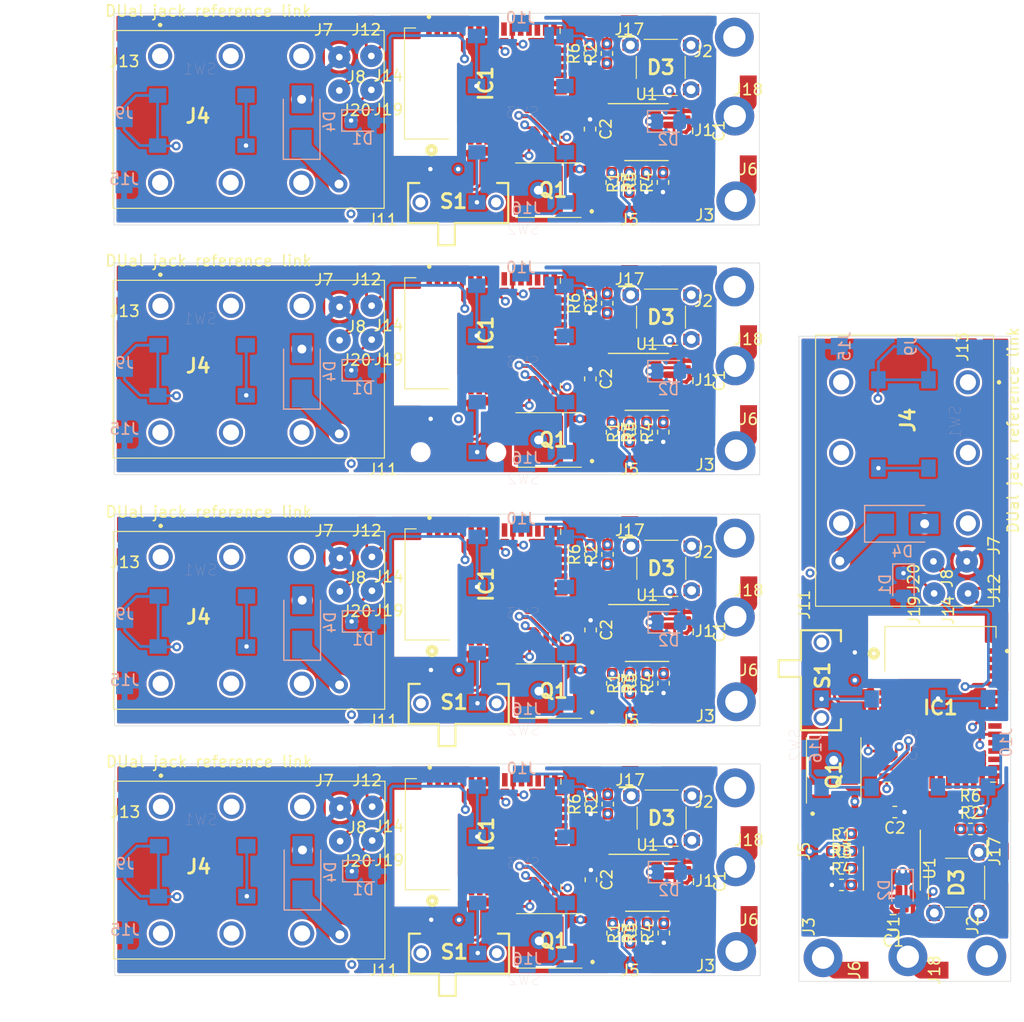
<source format=kicad_pcb>
(kicad_pcb (version 20171130) (host pcbnew "(5.1.4)-1")
  (layers (0 F.Cu signal) (1 In1.Cu signal) (2 In2.Cu signal) (31 B.Cu signal) (34 B.Paste user) (35 F.Paste user) (36 B.SilkS user) (37 F.SilkS user) (38 B.Mask user) (39 F.Mask user) (44 Edge.Cuts user))
  (net 0 "")
  (net 1 GND)
  (net 2 VCC)
  (net 3 +3V3)
  (net 4 "Net-(D1-Pad1)")
  (net 5 "Net-(D2-Pad1)")
  (net 6 "Net-(IC1-Pad2)")
  (net 7 "Net-(IC1-Pad3)")
  (net 8 "Net-(IC1-Pad4)")
  (net 9 "Net-(IC1-Pad8)")
  (net 10 "Net-(IC1-Pad10)")
  (net 11 "Net-(IC1-Pad12)")
  (net 12 "Net-(IC1-Pad13)")
  (net 13 "Net-(IC1-Pad14)")
  (net 14 "Net-(IC1-Pad15)")
  (net 15 "Net-(IC1-Pad17)")
  (net 16 "Net-(IC1-Pad18)")
  (net 17 "Net-(IC1-Pad19)")
  (net 18 "Net-(IC1-Pad20)")
  (net 19 "Net-(IC1-Pad21)")
  (net 20 "Net-(IC1-Pad22)")
  (net 21 "Net-(IC1-Pad23)")
  (net 22 "Net-(IC1-Pad24)")
  (net 23 "Net-(IC1-Pad25)")
  (net 24 "Net-(IC1-Pad32)")
  (net 25 "Net-(IC1-Pad33)")
  (net 26 "Net-(IC1-Pad34)")
  (net 27 "Net-(IC1-Pad35)")
  (net 28 "Net-(IC1-Pad36)")
  (net 29 "Net-(IC1-Pad37)")
  (net 30 "Net-(IC1-Pad38)")
  (net 31 /Line)
  (net 32 /SWD_IO)
  (net 33 /SWD_clk)
  (net 34 /SWD_rst_n)
  (net 35 /led_blc_n)
  (net 36 /pb_rst_n)
  (net 37 /led_sync_n)
  (net 38 /nrf_cmd)
  (net 39 "Net-(Q1-Pad1)")
  (net 40 /pb_n+)
  (net 41 /pb_n-)
  (net 42 "Net-(D4-Pad1)")
  (net 43 "Net-(U1-Pad6)")
  (net 44 "Net-(U1-Pad5)")
  (net 45 VDDA)
  (net 46 GNDPWR)
  (module sky_footprint_lib:ACJSMHDR (layer F.Cu) (at 196.43 79 90)
    (fp_text reference J4 (at -3.4 -5.4 270) (layer F.SilkS) (effects (font (size 1.27 1.27) (thickness 0.254))))
    (fp_text value Jack_3_contacts hide)
    (fp_text user "DUal jack reference link" (at -4.318 4.064 90) (layer F.SilkS))
    (pad SN1 thru_hole circle (at -12.7 -11.4 90) (size 2.175 2.175) (drill 1.45) (layers *.Cu *.Mask) (net 2 VCC))
    (pad RN1 thru_hole circle (at -6.35 -11.4 90) (size 2.175 2.175) (drill 1.45) (layers *.Cu *.Mask) (net 31 /Line))
    (pad TN1 thru_hole circle (at 0 -11.4 90) (size 2.175 2.175) (drill 1.45) (layers *.Cu *.Mask) (net 42 "Net-(D4-Pad1)"))
    (pad S1 thru_hole circle (at -12.7 0 90) (size 2.175 2.175) (drill 1.45) (layers *.Cu *.Mask) (net 2 VCC))
    (pad R1 thru_hole circle (at -6.35 0 90) (size 2.175 2.175) (drill 1.45) (layers *.Cu *.Mask) (net 31 /Line))
    (pad T1 thru_hole circle (at 0 0 90) (size 2.175 2.175) (drill 1.45) (layers *.Cu *.Mask) (net 42 "Net-(D4-Pad1)"))
  )
  (module sky_footprint_lib:PanelProbePad (layer F.Cu) (at 186.73 131.9 270)
    (fp_text reference J6 (at 0 0.5 90) (layer F.SilkS))
    (fp_text value Conn_01x01)
    (pad 1 smd rect (at 0 0 270) (size 1.524 1.524) (layers F.Cu F.Paste F.Mask) (net 46 GNDPWR))
  )
  (module sky_footprint_lib:BSC016N06NS (layer F.Cu) (at 184.36 113.92 90)
    (fp_text reference Q1 (at -0.417 0 90) (layer F.SilkS) (effects (font (size 1.27 1.27) (thickness 0.254))))
    (fp_text value Q_NMOS_GSD hide)
    (pad 3 smd rect (at 0.9 0 90) (size 4.4 4.4) (layers F.Cu F.Paste F.Mask) (net 42 "Net-(D4-Pad1)"))
    (pad 1 smd rect (at -2.81 1.905 180) (size 0.61 1.27) (layers F.Cu F.Paste F.Mask) (net 39 "Net-(Q1-Pad1)"))
    (pad 2 smd rect (at -2.81 -0.635 180) (size 3 1.27) (layers F.Cu F.Paste F.Mask) (net 1 GND))
  )
  (module sky_footprint_lib:PanelProbePad (layer F.Cu) (at 182.2 121.21 270)
    (fp_text reference J5 (at 0 0.5 90) (layer F.SilkS))
    (fp_text value Conn_01x01)
    (pad 1 smd rect (at 0 0 270) (size 1.524 1.524) (layers F.Cu F.Paste F.Mask) (net 37 /led_sync_n))
  )
  (module sky_footprint_lib:PanelProbePad (layer F.Cu) (at 199.3 97.54 270)
    (fp_text reference J12 (at 0 0.5 90) (layer F.SilkS))
    (fp_text value Conn_01x01)
    (pad 1 smd rect (at 0 0 270) (size 1.524 1.524) (layers F.Cu F.Paste F.Mask) (net 33 /SWD_clk))
  )
  (module sky_footprint_lib:PanelProbePad (layer B.Cu) (at 199.38 111.42 270)
    (fp_text reference J10 (at 0 -0.5 90) (layer B.SilkS) (effects (justify mirror)))
    (fp_text value Conn_01x01)
    (pad 1 smd rect (at 0 0 270) (size 1.524 1.524) (layers B.Cu B.Paste B.Mask) (net 40 /pb_n+))
  )
  (module sky_footprint_lib:PanelProbePad (layer B.Cu) (at 182.25 111.94 270)
    (fp_text reference J16 (at 0 -0.5 90) (layer B.SilkS) (effects (justify mirror)))
    (fp_text value Conn_01x01)
    (pad 1 smd rect (at 0 0 270) (size 1.524 1.524) (layers B.Cu B.Paste B.Mask) (net 41 /pb_n-))
  )
  (module sky_footprint_lib:PanelProbePad (layer F.Cu) (at 199.28 93.7 270)
    (fp_text reference J7 (at 0 0.5 90) (layer F.SilkS))
    (fp_text value Conn_01x01)
    (pad 1 smd rect (at 0 0 270) (size 1.524 1.524) (layers F.Cu F.Paste F.Mask) (net 32 /SWD_IO))
  )
  (module sky_footprint_lib:PanelProbePad (layer F.Cu) (at 182.21 99.02 270)
    (fp_text reference J11 (at 0 0.5 90) (layer F.SilkS))
    (fp_text value Conn_01x01)
    (pad 1 smd rect (at 0 0 270) (size 1.524 1.524) (layers F.Cu F.Paste F.Mask) (net 38 /nrf_cmd))
  )
  (module sky_footprint_lib:PogoProbePad (layer F.Cu) (at 196.332 95.118 270)
    (fp_text reference J8 (at 1.524 1.778 90) (layer F.SilkS))
    (fp_text value Conn_01x01)
    (pad 1 thru_hole circle (at 0 0 270) (size 2 2) (drill 0.6) (layers *.Cu *.Mask) (net 3 +3V3))
  )
  (module sky_footprint_lib:PanelProbePad (layer B.Cu) (at 190.8 75.77 270)
    (fp_text reference J9 (at 0 -0.5 90) (layer B.SilkS) (effects (justify mirror)))
    (fp_text value Conn_01x01)
    (pad 1 smd rect (at 0 0 270) (size 1.524 1.524) (layers B.Cu B.Paste B.Mask) (net 36 /pb_rst_n))
  )
  (module sky_footprint_lib:PanelProbePad (layer F.Cu) (at 193.92 131.9 270)
    (fp_text reference J18 (at 0 0.5 90) (layer F.SilkS))
    (fp_text value Conn_01x01)
    (pad 1 smd rect (at 0 0 270) (size 1.524 1.524) (layers F.Cu F.Paste F.Mask) (net 45 VDDA))
  )
  (module sky_footprint_lib:PanelProbePad (layer F.Cu) (at 196.45 75.81 270)
    (fp_text reference J13 (at 0 0.5 90) (layer F.SilkS))
    (fp_text value Conn_01x01)
    (pad 1 smd rect (at 0 0 270) (size 1.524 1.524) (layers F.Cu F.Paste F.Mask) (net 1 GND))
  )
  (module sky_footprint_lib:PanelProbePad (layer B.Cu) (at 184.85 75.76 270)
    (fp_text reference J15 (at 0 -0.5 90) (layer B.SilkS) (effects (justify mirror)))
    (fp_text value Conn_01x01)
    (pad 1 smd rect (at 0 0 270) (size 1.524 1.524) (layers B.Cu B.Paste B.Mask) (net 3 +3V3))
  )
  (module sky_footprint_lib:PogoProbePad (layer F.Cu) (at 193.332 95.118 270)
    (fp_text reference J20 (at 1.524 1.778 90) (layer F.SilkS))
    (fp_text value Conn_01x01)
    (pad 1 thru_hole circle (at 0 0 270) (size 2 2) (drill 0.6) (layers *.Cu *.Mask) (net 1 GND))
  )
  (module sky_footprint_lib:PanelProbePad (layer F.Cu) (at 199.34 121.2 270)
    (fp_text reference J17 (at 0 0.5 90) (layer F.SilkS))
    (fp_text value Conn_01x01)
    (pad 1 smd rect (at 0 0 270) (size 1.524 1.524) (layers F.Cu F.Paste F.Mask) (net 35 /led_blc_n))
  )
  (module Capacitor_SMD:C_0603_1608Metric_Pad1.05x0.95mm_HandSolder (layer F.Cu) (at 189.86 117.67 180)
    (fp_text reference C2 (at 0 -1.43) (layer F.SilkS))
    (fp_text value 100C)
    (pad 1 smd roundrect (at -0.875 0 180) (size 1.05 0.95) (layers F.Cu F.Paste F.Mask) (net 3 +3V3))
    (pad 2 smd roundrect (at 0.875 0 180) (size 1.05 0.95) (layers F.Cu F.Paste F.Mask) (net 1 GND))
  )
  (module Diode_SMD:D_SMA (layer B.Cu) (at 190.54 91.73)
    (fp_text reference D4 (at 0 2.5) (layer B.SilkS) (effects (justify mirror)))
    (fp_text value "RS1A R3")
    (pad 1 smd rect (at -2 0) (size 2.5 1.8) (layers B.Cu B.Paste B.Mask) (net 42 "Net-(D4-Pad1)"))
    (pad 2 smd rect (at 2 0) (size 2.5 1.8) (layers B.Cu B.Paste B.Mask) (net 2 VCC))
  )
  (module sky_footprint_lib:JS102011SAQN (layer F.Cu) (at 185.01 105.81 270)
    (fp_text reference S1 (at -0.43 1.647 90) (layer F.SilkS) (effects (font (size 1.27 1.27) (thickness 0.254))))
    (fp_text value Bypass hide)
    (pad 5 thru_hole circle (at 3.4 1.75 270) (size 1.4 1.4) (drill 0.9) (layers *.Cu *.Mask))
    (pad 4 thru_hole circle (at -3.4 1.75 270) (size 1.4 1.4) (drill 0.9) (layers *.Cu *.Mask))
    (pad 3 smd rect (at 2.5 -1 270) (size 1.2 2.5) (layers F.Cu F.Paste F.Mask) (net 38 /nrf_cmd))
    (pad 2 smd rect (at 0 -1 270) (size 1.2 2.5) (layers F.Cu F.Paste F.Mask) (net 39 "Net-(Q1-Pad1)"))
    (pad 1 smd rect (at -2.5 -1 270) (size 1.2 2.5) (layers F.Cu F.Paste F.Mask) (net 3 +3V3))
  )
  (module sky_footprint_lib:ABS10A13 (layer F.Cu) (at 195.41 124.03 270)
    (fp_text reference D3 (at 0 0 90) (layer F.SilkS) (effects (font (size 1.27 1.27) (thickness 0.254))))
    (fp_text value ABS10A-13 hide)
    (pad 4 smd rect (at 2.725 2) (size 1 1.45) (layers F.Cu F.Paste F.Mask) (net 46 GNDPWR))
    (pad 3 smd rect (at -2.725 2) (size 1 1.45) (layers F.Cu F.Paste F.Mask) (net 1 GND))
    (pad 2 smd rect (at 2.725 -2) (size 1 1.45) (layers F.Cu F.Paste F.Mask) (net 45 VDDA))
    (pad 1 smd rect (at -2.725 -2) (size 1 1.45) (layers F.Cu F.Paste F.Mask) (net 2 VCC))
  )
  (module sky_footprint_lib:SW_B3S-1000 (layer B.Cu) (at 190.63 82.75 90)
    (fp_text reference SW1 (at 0.17523 4.64128 90) (layer B.SilkS) (effects (font (size 1.001354 1.001354) (thickness 0.015)) (justify mirror)))
    (fp_text value B3S-1000)
    (pad 1 smd rect (at 3.975 -2.25 90) (size 1.55 1.3) (layers B.Cu B.Paste B.Mask) (net 36 /pb_rst_n))
    (pad 2 smd rect (at -3.975 -2.25 90) (size 1.55 1.3) (layers B.Cu B.Paste B.Mask) (net 1 GND))
    (pad 3 smd rect (at 3.975 2.25 90) (size 1.55 1.3) (layers B.Cu B.Paste B.Mask) (net 36 /pb_rst_n))
    (pad 4 smd rect (at -3.975 2.25 90) (size 1.55 1.3) (layers B.Cu B.Paste B.Mask) (net 1 GND))
  )
  (module sky_footprint_lib:SW_B3S-1000 (layer B.Cu) (at 185.52 111.47 270)
    (fp_text reference SW2 (at 0.17523 4.64128 90) (layer B.SilkS) (effects (font (size 1.001354 1.001354) (thickness 0.015)) (justify mirror)))
    (fp_text value B3S-1000)
    (pad 1 smd rect (at 3.975 -2.25 270) (size 1.55 1.3) (layers B.Cu B.Paste B.Mask) (net 41 /pb_n-))
    (pad 2 smd rect (at -3.975 -2.25 270) (size 1.55 1.3) (layers B.Cu B.Paste B.Mask) (net 1 GND))
    (pad 3 smd rect (at 3.975 2.25 270) (size 1.55 1.3) (layers B.Cu B.Paste B.Mask) (net 41 /pb_n-))
    (pad 4 smd rect (at -3.975 2.25 270) (size 1.55 1.3) (layers B.Cu B.Paste B.Mask) (net 1 GND))
  )
  (module sky_footprint_lib:SW_B3S-1000 (layer B.Cu) (at 195.99 111.43 270)
    (fp_text reference SW3 (at 0.17523 4.64128 90) (layer B.SilkS) (effects (font (size 1.001354 1.001354) (thickness 0.015)) (justify mirror)))
    (fp_text value B3S-1000)
    (pad 1 smd rect (at 3.975 -2.25 270) (size 1.55 1.3) (layers B.Cu B.Paste B.Mask) (net 40 /pb_n+))
    (pad 2 smd rect (at -3.975 -2.25 270) (size 1.55 1.3) (layers B.Cu B.Paste B.Mask) (net 1 GND))
    (pad 3 smd rect (at 3.975 2.25 270) (size 1.55 1.3) (layers B.Cu B.Paste B.Mask) (net 40 /pb_n+))
    (pad 4 smd rect (at -3.975 2.25 270) (size 1.55 1.3) (layers B.Cu B.Paste B.Mask) (net 1 GND))
  )
  (module Resistor_SMD:R_0603_1608Metric_Pad1.05x0.95mm_HandSolder (layer F.Cu) (at 196.665 119.19)
    (fp_text reference R2 (at 0 -1.43) (layer F.SilkS))
    (fp_text value 220R)
    (pad 1 smd roundrect (at -0.875 0) (size 1.05 0.95) (layers F.Cu F.Paste F.Mask) (net 5 "Net-(D2-Pad1)"))
    (pad 2 smd roundrect (at 0.875 0) (size 1.05 0.95) (layers F.Cu F.Paste F.Mask) (net 35 /led_blc_n))
  )
  (module Resistor_SMD:R_0603_1608Metric_Pad1.05x0.95mm_HandSolder (layer F.Cu) (at 185.07 122.73)
    (fp_text reference R5 (at 0 -1.43) (layer F.SilkS))
    (fp_text value 10kR)
    (pad 1 smd roundrect (at -0.875 0) (size 1.05 0.95) (layers F.Cu F.Paste F.Mask) (net 3 +3V3))
    (pad 2 smd roundrect (at 0.875 0) (size 1.05 0.95) (layers F.Cu F.Paste F.Mask) (net 41 /pb_n-))
  )
  (module Resistor_SMD:R_0603_1608Metric_Pad1.05x0.95mm_HandSolder (layer F.Cu) (at 196.65 117.65)
    (fp_text reference R6 (at 0 -1.43) (layer F.SilkS))
    (fp_text value 10kR)
    (pad 1 smd roundrect (at -0.875 0) (size 1.05 0.95) (layers F.Cu F.Paste F.Mask) (net 3 +3V3))
    (pad 2 smd roundrect (at 0.875 0) (size 1.05 0.95) (layers F.Cu F.Paste F.Mask) (net 40 /pb_n+))
  )
  (module Resistor_SMD:R_0603_1608Metric_Pad1.05x0.95mm_HandSolder (layer F.Cu) (at 185.07 121.2)
    (fp_text reference R1 (at 0 -1.43) (layer F.SilkS))
    (fp_text value 220R)
    (pad 1 smd roundrect (at -0.875 0) (size 1.05 0.95) (layers F.Cu F.Paste F.Mask) (net 4 "Net-(D1-Pad1)"))
    (pad 2 smd roundrect (at 0.875 0) (size 1.05 0.95) (layers F.Cu F.Paste F.Mask) (net 37 /led_sync_n))
  )
  (module sky_footprint_lib:45300005 (layer F.Cu) (at 193.96 107.98)
    (fp_text reference IC1 (at 0 0.3) (layer F.SilkS) (effects (font (size 1.27 1.27) (thickness 0.254))))
    (fp_text value 453-00005 hide)
    (pad 39 smd rect (at -4.9 -1.8 90) (size 0.5 1.2) (layers F.Cu F.Paste F.Mask) (net 1 GND))
    (pad 38 smd rect (at -4.9 -1.05 90) (size 0.5 1.2) (layers F.Cu F.Paste F.Mask) (net 30 "Net-(IC1-Pad38)"))
    (pad 37 smd rect (at -4.9 -0.3 90) (size 0.5 1.2) (layers F.Cu F.Paste F.Mask) (net 29 "Net-(IC1-Pad37)"))
    (pad 36 smd rect (at -4.9 0.45 90) (size 0.5 1.2) (layers F.Cu F.Paste F.Mask) (net 28 "Net-(IC1-Pad36)"))
    (pad 35 smd rect (at -4.9 1.2 90) (size 0.5 1.2) (layers F.Cu F.Paste F.Mask) (net 27 "Net-(IC1-Pad35)"))
    (pad 34 smd rect (at -4.9 1.95 90) (size 0.5 1.2) (layers F.Cu F.Paste F.Mask) (net 26 "Net-(IC1-Pad34)"))
    (pad 33 smd rect (at -4.9 2.7 90) (size 0.5 1.2) (layers F.Cu F.Paste F.Mask) (net 25 "Net-(IC1-Pad33)"))
    (pad 32 smd rect (at -4.9 3.45 90) (size 0.5 1.2) (layers F.Cu F.Paste F.Mask) (net 24 "Net-(IC1-Pad32)"))
    (pad 31 smd rect (at -4.9 4.2 90) (size 0.5 1.2) (layers F.Cu F.Paste F.Mask) (net 38 /nrf_cmd))
    (pad 30 smd rect (at -4.9 4.95 90) (size 0.5 1.2) (layers F.Cu F.Paste F.Mask) (net 37 /led_sync_n))
    (pad 29 smd rect (at -4.9 5.7 90) (size 0.5 1.2) (layers F.Cu F.Paste F.Mask) (net 41 /pb_n-))
    (pad 28 smd rect (at -4.9 6.45 90) (size 0.5 1.2) (layers F.Cu F.Paste F.Mask) (net 36 /pb_rst_n))
    (pad 27 smd rect (at -3.75 7) (size 0.5 1.2) (layers F.Cu F.Paste F.Mask) (net 1 GND))
    (pad 26 smd rect (at -3 7) (size 0.5 1.2) (layers F.Cu F.Paste F.Mask) (net 3 +3V3))
    (pad 25 smd rect (at -2.25 7) (size 0.5 1.2) (layers F.Cu F.Paste F.Mask) (net 23 "Net-(IC1-Pad25)"))
    (pad 24 smd rect (at -1.5 7) (size 0.5 1.2) (layers F.Cu F.Paste F.Mask) (net 22 "Net-(IC1-Pad24)"))
    (pad 23 smd rect (at -0.75 7) (size 0.5 1.2) (layers F.Cu F.Paste F.Mask) (net 21 "Net-(IC1-Pad23)"))
    (pad 22 smd rect (at 0 7) (size 0.5 1.2) (layers F.Cu F.Paste F.Mask) (net 20 "Net-(IC1-Pad22)"))
    (pad 21 smd rect (at 0.75 7) (size 0.5 1.2) (layers F.Cu F.Paste F.Mask) (net 19 "Net-(IC1-Pad21)"))
    (pad 20 smd rect (at 1.5 7) (size 0.5 1.2) (layers F.Cu F.Paste F.Mask) (net 18 "Net-(IC1-Pad20)"))
    (pad 19 smd rect (at 2.25 7) (size 0.5 1.2) (layers F.Cu F.Paste F.Mask) (net 17 "Net-(IC1-Pad19)"))
    (pad 18 smd rect (at 3 7) (size 0.5 1.2) (layers F.Cu F.Paste F.Mask) (net 16 "Net-(IC1-Pad18)"))
    (pad 17 smd rect (at 3.75 7) (size 0.5 1.2) (layers F.Cu F.Paste F.Mask) (net 15 "Net-(IC1-Pad17)"))
    (pad 16 smd rect (at 4.9 6.45 90) (size 0.5 1.2) (layers F.Cu F.Paste F.Mask) (net 1 GND))
    (pad 15 smd rect (at 4.9 5.7 90) (size 0.5 1.2) (layers F.Cu F.Paste F.Mask) (net 14 "Net-(IC1-Pad15)"))
    (pad 14 smd rect (at 4.9 4.95 90) (size 0.5 1.2) (layers F.Cu F.Paste F.Mask) (net 13 "Net-(IC1-Pad14)"))
    (pad 13 smd rect (at 4.9 4.2 90) (size 0.5 1.2) (layers F.Cu F.Paste F.Mask) (net 12 "Net-(IC1-Pad13)"))
    (pad 12 smd rect (at 4.9 3.45 90) (size 0.5 1.2) (layers F.Cu F.Paste F.Mask) (net 11 "Net-(IC1-Pad12)"))
    (pad 11 smd rect (at 4.9 2.7 90) (size 0.5 1.2) (layers F.Cu F.Paste F.Mask) (net 40 /pb_n+))
    (pad 10 smd rect (at 4.9 1.95 90) (size 0.5 1.2) (layers F.Cu F.Paste F.Mask) (net 10 "Net-(IC1-Pad10)"))
    (pad 9 smd rect (at 4.9 1.2 90) (size 0.5 1.2) (layers F.Cu F.Paste F.Mask) (net 35 /led_blc_n))
    (pad 8 smd rect (at 4.9 0.45 90) (size 0.5 1.2) (layers F.Cu F.Paste F.Mask) (net 9 "Net-(IC1-Pad8)"))
    (pad 7 smd rect (at 4.9 -0.3 90) (size 0.5 1.2) (layers F.Cu F.Paste F.Mask) (net 34 /SWD_rst_n))
    (pad 6 smd rect (at 4.9 -1.05 90) (size 0.5 1.2) (layers F.Cu F.Paste F.Mask) (net 33 /SWD_clk))
    (pad 5 smd rect (at 4.9 -1.8 90) (size 0.5 1.2) (layers F.Cu F.Paste F.Mask) (net 32 /SWD_IO))
    (pad 4 smd rect (at 4.9 -2.55 90) (size 0.5 1.2) (layers F.Cu F.Paste F.Mask) (net 8 "Net-(IC1-Pad4)"))
    (pad 3 smd rect (at 4.9 -3.3 90) (size 0.5 1.2) (layers F.Cu F.Paste F.Mask) (net 7 "Net-(IC1-Pad3)"))
    (pad 2 smd rect (at 4.9 -4.05 90) (size 0.5 1.2) (layers F.Cu F.Paste F.Mask) (net 6 "Net-(IC1-Pad2)"))
    (pad 1 smd rect (at 4.9 -4.8 90) (size 0.5 1.2) (layers F.Cu F.Paste F.Mask) (net 1 GND))
  )
  (module sky_footprint_lib:ProbePad (layer F.Cu) (at 193.39 98 270)
    (fp_text reference J19 (at 1.524 1.778 90) (layer F.SilkS))
    (fp_text value Conn_01x01)
    (pad 1 thru_hole circle (at 0 0 270) (size 2 2) (drill 0.6) (layers *.Cu *.Mask) (net 32 /SWD_IO))
  )
  (module sky_footprint_lib:ProbePad (layer F.Cu) (at 196.44 98 270)
    (fp_text reference J14 (at 1.524 1.778 90) (layer F.SilkS))
    (fp_text value Conn_01x01)
    (pad 1 thru_hole circle (at 0 0 270) (size 2 2) (drill 0.6) (layers *.Cu *.Mask) (net 33 /SWD_clk))
  )
  (module Resistor_SMD:R_0603_1608Metric_Pad1.05x0.95mm_HandSolder (layer F.Cu) (at 185.065 124.23)
    (fp_text reference R4 (at 0 -1.43) (layer F.SilkS))
    (fp_text value 10kR)
    (pad 1 smd roundrect (at -0.875 0) (size 1.05 0.95) (layers F.Cu F.Paste F.Mask) (net 3 +3V3))
    (pad 2 smd roundrect (at 0.875 0) (size 1.05 0.95) (layers F.Cu F.Paste F.Mask) (net 36 /pb_rst_n))
  )
  (module Capacitor_SMD:C_0805_2012Metric_Pad1.15x1.40mm_HandSolder (layer F.Cu) (at 189.7 127.61 180)
    (fp_text reference C1 (at 0 -1.65) (layer F.SilkS))
    (fp_text value 4.7uC)
    (pad 2 smd roundrect (at 1.025 0 180) (size 1.15 1.4) (layers F.Cu F.Paste F.Mask) (roundrect_rratio 0.217391) (net 1 GND))
    (pad 1 smd roundrect (at -1.025 0 180) (size 1.15 1.4) (layers F.Cu F.Paste F.Mask) (roundrect_rratio 0.217391) (net 2 VCC))
  )
  (module LED_SMD:LED_0805_2012Metric_Pad1.15x1.40mm_HandSolder (layer B.Cu) (at 190.632 97.202 270)
    (fp_text reference D1 (at 0 1.65 90) (layer B.SilkS) (effects (justify mirror)))
    (fp_text value led_sync)
    (pad 1 smd roundrect (at -1.025 0 270) (size 1.15 1.4) (layers B.Cu B.Paste B.Mask) (roundrect_rratio 0.217391) (net 4 "Net-(D1-Pad1)"))
    (pad 2 smd roundrect (at 1.025 0 270) (size 1.15 1.4) (layers B.Cu B.Paste B.Mask) (roundrect_rratio 0.217391) (net 3 +3V3))
  )
  (module sky_footprint_lib:PowerPad (layer F.Cu) (at 183.4 130.78 270)
    (fp_text reference J3 (at -2.794 1.27 90) (layer F.SilkS))
    (fp_text value Conn_01x01)
    (pad 1 thru_hole circle (at 0 0 270) (size 3.5 3.5) (drill 2) (layers *.Cu *.Mask) (net 46 GNDPWR))
  )
  (module sky_footprint_lib:PowerPad (layer F.Cu) (at 191.03 130.69 270)
    (fp_text reference J1 (at -2.794 1.27 90) (layer F.SilkS))
    (fp_text value Conn_01x01)
    (pad 1 thru_hole circle (at 0 0 270) (size 3.5 3.5) (drill 2) (layers *.Cu *.Mask) (net 45 VDDA))
  )
  (module LED_SMD:LED_0805_2012Metric_Pad1.15x1.40mm_HandSolder (layer B.Cu) (at 190.55 124.7 270)
    (fp_text reference D2 (at 0 1.65 90) (layer B.SilkS) (effects (justify mirror)))
    (fp_text value led_blc)
    (pad 1 smd roundrect (at -1.025 0 270) (size 1.15 1.4) (layers B.Cu B.Paste B.Mask) (roundrect_rratio 0.217391) (net 5 "Net-(D2-Pad1)"))
    (pad 2 smd roundrect (at 1.025 0 270) (size 1.15 1.4) (layers B.Cu B.Paste B.Mask) (roundrect_rratio 0.217391) (net 3 +3V3))
  )
  (module sky_footprint_lib:PowerPad (layer F.Cu) (at 198.13 130.65 270)
    (fp_text reference J2 (at -2.794 1.27 90) (layer F.SilkS))
    (fp_text value Conn_01x01)
    (pad 1 thru_hole circle (at 0 0 270) (size 3.5 3.5) (drill 2) (layers *.Cu *.Mask) (net 31 /Line))
  )
  (module Resistor_SMD:R_0603_1608Metric_Pad1.05x0.95mm_HandSolder (layer F.Cu) (at 185.055 119.62 180)
    (fp_text reference R3 (at 0 -1.43) (layer F.SilkS))
    (fp_text value 10kR)
    (pad 1 smd roundrect (at -0.875 0 180) (size 1.05 0.95) (layers F.Cu F.Paste F.Mask) (net 38 /nrf_cmd))
    (pad 2 smd roundrect (at 0.875 0 180) (size 1.05 0.95) (layers F.Cu F.Paste F.Mask) (net 1 GND))
  )
  (module Package_SO:SOIC-8_3.9x4.9mm_P1.27mm (layer F.Cu) (at 189.59 122.75 270)
    (fp_text reference U1 (at 0 -3.4 90) (layer F.SilkS))
    (fp_text value LP2951-3.3_SOIC)
    (pad 1 smd roundrect (at -2.475 -1.905 270) (size 1.95 0.6) (layers F.Cu F.Paste F.Mask) (net 3 +3V3))
    (pad 2 smd roundrect (at -2.475 -0.635 270) (size 1.95 0.6) (layers F.Cu F.Paste F.Mask) (net 3 +3V3))
    (pad 3 smd roundrect (at -2.475 0.635 270) (size 1.95 0.6) (layers F.Cu F.Paste F.Mask) (net 1 GND))
    (pad 4 smd roundrect (at -2.475 1.905 270) (size 1.95 0.6) (layers F.Cu F.Paste F.Mask) (net 1 GND))
    (pad 5 smd roundrect (at 2.475 1.905 270) (size 1.95 0.6) (layers F.Cu F.Paste F.Mask) (net 44 "Net-(U1-Pad5)"))
    (pad 6 smd roundrect (at 2.475 0.635 270) (size 1.95 0.6) (layers F.Cu F.Paste F.Mask) (net 43 "Net-(U1-Pad6)"))
    (pad 7 smd roundrect (at 2.475 -0.635 270) (size 1.95 0.6) (layers F.Cu F.Paste F.Mask) (net 43 "Net-(U1-Pad6)"))
    (pad 8 smd roundrect (at 2.475 -1.905 270) (size 1.95 0.6) (layers F.Cu F.Paste F.Mask) (net 2 VCC))
  )
  (module sky_footprint_lib:ACJSMHDR (layer F.Cu) (at 123.8 72.12 180)
    (fp_text reference J4 (at -3.4 -5.4 180) (layer F.SilkS) (effects (font (size 1.27 1.27) (thickness 0.254))))
    (fp_text value Jack_3_contacts hide)
    (fp_text user "DUal jack reference link" (at -4.318 4.064) (layer F.SilkS))
    (pad SN1 thru_hole circle (at -12.7 -11.4 180) (size 2.175 2.175) (drill 1.45) (layers *.Cu *.Mask) (net 2 VCC))
    (pad RN1 thru_hole circle (at -6.35 -11.4 180) (size 2.175 2.175) (drill 1.45) (layers *.Cu *.Mask) (net 31 /Line))
    (pad TN1 thru_hole circle (at 0 -11.4 180) (size 2.175 2.175) (drill 1.45) (layers *.Cu *.Mask) (net 42 "Net-(D4-Pad1)"))
    (pad S1 thru_hole circle (at -12.7 0 180) (size 2.175 2.175) (drill 1.45) (layers *.Cu *.Mask) (net 2 VCC))
    (pad R1 thru_hole circle (at -6.35 0 180) (size 2.175 2.175) (drill 1.45) (layers *.Cu *.Mask) (net 31 /Line))
    (pad T1 thru_hole circle (at 0 0 180) (size 2.175 2.175) (drill 1.45) (layers *.Cu *.Mask) (net 42 "Net-(D4-Pad1)"))
  )
  (module sky_footprint_lib:PanelProbePad (layer F.Cu) (at 176.7 81.82)
    (fp_text reference J6 (at 0 0.5) (layer F.SilkS))
    (fp_text value Conn_01x01)
    (pad 1 smd rect (at 0 0) (size 1.524 1.524) (layers F.Cu F.Paste F.Mask) (net 46 GNDPWR))
  )
  (module sky_footprint_lib:BSC016N06NS (layer F.Cu) (at 158.72 84.19 180)
    (fp_text reference Q1 (at -0.417 0) (layer F.SilkS) (effects (font (size 1.27 1.27) (thickness 0.254))))
    (fp_text value Q_NMOS_GSD hide)
    (pad 3 smd rect (at 0.9 0 180) (size 4.4 4.4) (layers F.Cu F.Paste F.Mask) (net 42 "Net-(D4-Pad1)"))
    (pad 1 smd rect (at -2.81 1.905 270) (size 0.61 1.27) (layers F.Cu F.Paste F.Mask) (net 39 "Net-(Q1-Pad1)"))
    (pad 2 smd rect (at -2.81 -0.635 270) (size 3 1.27) (layers F.Cu F.Paste F.Mask) (net 1 GND))
  )
  (module sky_footprint_lib:PanelProbePad (layer F.Cu) (at 166.01 86.35)
    (fp_text reference J5 (at 0 0.5) (layer F.SilkS))
    (fp_text value Conn_01x01)
    (pad 1 smd rect (at 0 0) (size 1.524 1.524) (layers F.Cu F.Paste F.Mask) (net 37 /led_sync_n))
  )
  (module sky_footprint_lib:PanelProbePad (layer F.Cu) (at 142.34 69.25)
    (fp_text reference J12 (at 0 0.5) (layer F.SilkS))
    (fp_text value Conn_01x01)
    (pad 1 smd rect (at 0 0) (size 1.524 1.524) (layers F.Cu F.Paste F.Mask) (net 33 /SWD_clk))
  )
  (module sky_footprint_lib:PanelProbePad (layer B.Cu) (at 156.22 69.17)
    (fp_text reference J10 (at 0 -0.5) (layer B.SilkS) (effects (justify mirror)))
    (fp_text value Conn_01x01)
    (pad 1 smd rect (at 0 0) (size 1.524 1.524) (layers B.Cu B.Paste B.Mask) (net 40 /pb_n+))
  )
  (module sky_footprint_lib:PanelProbePad (layer B.Cu) (at 156.74 86.3)
    (fp_text reference J16 (at 0 -0.5) (layer B.SilkS) (effects (justify mirror)))
    (fp_text value Conn_01x01)
    (pad 1 smd rect (at 0 0) (size 1.524 1.524) (layers B.Cu B.Paste B.Mask) (net 41 /pb_n-))
  )
  (module sky_footprint_lib:PanelProbePad (layer F.Cu) (at 138.5 69.27)
    (fp_text reference J7 (at 0 0.5) (layer F.SilkS))
    (fp_text value Conn_01x01)
    (pad 1 smd rect (at 0 0) (size 1.524 1.524) (layers F.Cu F.Paste F.Mask) (net 32 /SWD_IO))
  )
  (module sky_footprint_lib:PanelProbePad (layer F.Cu) (at 143.82 86.34)
    (fp_text reference J11 (at 0 0.5) (layer F.SilkS))
    (fp_text value Conn_01x01)
    (pad 1 smd rect (at 0 0) (size 1.524 1.524) (layers F.Cu F.Paste F.Mask) (net 38 /nrf_cmd))
  )
  (module sky_footprint_lib:PogoProbePad (layer F.Cu) (at 139.918 72.218)
    (fp_text reference J8 (at 1.524 1.778) (layer F.SilkS))
    (fp_text value Conn_01x01)
    (pad 1 thru_hole circle (at 0 0) (size 2 2) (drill 0.6) (layers *.Cu *.Mask) (net 3 +3V3))
  )
  (module sky_footprint_lib:PanelProbePad (layer B.Cu) (at 120.57 77.75)
    (fp_text reference J9 (at 0 -0.5) (layer B.SilkS) (effects (justify mirror)))
    (fp_text value Conn_01x01)
    (pad 1 smd rect (at 0 0) (size 1.524 1.524) (layers B.Cu B.Paste B.Mask) (net 36 /pb_rst_n))
  )
  (module sky_footprint_lib:PanelProbePad (layer F.Cu) (at 176.7 74.63)
    (fp_text reference J18 (at 0 0.5) (layer F.SilkS))
    (fp_text value Conn_01x01)
    (pad 1 smd rect (at 0 0) (size 1.524 1.524) (layers F.Cu F.Paste F.Mask) (net 45 VDDA))
  )
  (module sky_footprint_lib:PanelProbePad (layer F.Cu) (at 120.61 72.1)
    (fp_text reference J13 (at 0 0.5) (layer F.SilkS))
    (fp_text value Conn_01x01)
    (pad 1 smd rect (at 0 0) (size 1.524 1.524) (layers F.Cu F.Paste F.Mask) (net 1 GND))
  )
  (module sky_footprint_lib:PanelProbePad (layer B.Cu) (at 120.56 83.7)
    (fp_text reference J15 (at 0 -0.5) (layer B.SilkS) (effects (justify mirror)))
    (fp_text value Conn_01x01)
    (pad 1 smd rect (at 0 0) (size 1.524 1.524) (layers B.Cu B.Paste B.Mask) (net 3 +3V3))
  )
  (module sky_footprint_lib:PogoProbePad (layer F.Cu) (at 139.918 75.218)
    (fp_text reference J20 (at 1.524 1.778) (layer F.SilkS))
    (fp_text value Conn_01x01)
    (pad 1 thru_hole circle (at 0 0) (size 2 2) (drill 0.6) (layers *.Cu *.Mask) (net 1 GND))
  )
  (module sky_footprint_lib:PanelProbePad (layer F.Cu) (at 166 69.21)
    (fp_text reference J17 (at 0 0.5) (layer F.SilkS))
    (fp_text value Conn_01x01)
    (pad 1 smd rect (at 0 0) (size 1.524 1.524) (layers F.Cu F.Paste F.Mask) (net 35 /led_blc_n))
  )
  (module sky_footprint_lib:PowerPad (layer F.Cu) (at 175.465 55.045)
    (fp_text reference J1 (at -2.794 1.27) (layer F.SilkS))
    (fp_text value Conn_01x01)
    (pad 1 thru_hole circle (at 0 0) (size 3.5 3.5) (drill 2) (layers *.Cu *.Mask) (net 45 VDDA))
  )
  (module LED_SMD:LED_0805_2012Metric_Pad1.15x1.40mm_HandSolder (layer B.Cu) (at 169.475 55.525)
    (fp_text reference D2 (at 0 1.65) (layer B.SilkS) (effects (justify mirror)))
    (fp_text value led_blc)
    (pad 2 smd roundrect (at 1.025 0) (size 1.15 1.4) (layers B.Cu B.Paste B.Mask) (roundrect_rratio 0.217391) (net 3 +3V3))
    (pad 1 smd roundrect (at -1.025 0) (size 1.15 1.4) (layers B.Cu B.Paste B.Mask) (roundrect_rratio 0.217391) (net 5 "Net-(D2-Pad1)"))
  )
  (module Capacitor_SMD:C_0603_1608Metric_Pad1.05x0.95mm_HandSolder (layer F.Cu) (at 162.47 78.69 270)
    (fp_text reference C2 (at 0 -1.43 90) (layer F.SilkS))
    (fp_text value 100C)
    (pad 1 smd roundrect (at -0.875 0 270) (size 1.05 0.95) (layers F.Cu F.Paste F.Mask) (net 3 +3V3))
    (pad 2 smd roundrect (at 0.875 0 270) (size 1.05 0.95) (layers F.Cu F.Paste F.Mask) (net 1 GND))
  )
  (module Diode_SMD:D_SMA (layer B.Cu) (at 136.53 78.01 90)
    (fp_text reference D4 (at 0 2.5 90) (layer B.SilkS) (effects (justify mirror)))
    (fp_text value "RS1A R3")
    (pad 1 smd rect (at -2 0 90) (size 2.5 1.8) (layers B.Cu B.Paste B.Mask) (net 42 "Net-(D4-Pad1)"))
    (pad 2 smd rect (at 2 0 90) (size 2.5 1.8) (layers B.Cu B.Paste B.Mask) (net 2 VCC))
  )
  (module sky_footprint_lib:ABS10A13 (layer F.Cu) (at 168.83 73.14)
    (fp_text reference D3 (at 0 0) (layer F.SilkS) (effects (font (size 1.27 1.27) (thickness 0.254))))
    (fp_text value ABS10A-13 hide)
    (pad 4 smd rect (at 2.725 2 90) (size 1 1.45) (layers F.Cu F.Paste F.Mask) (net 46 GNDPWR))
    (pad 3 smd rect (at -2.725 2 90) (size 1 1.45) (layers F.Cu F.Paste F.Mask) (net 1 GND))
    (pad 2 smd rect (at 2.725 -2 90) (size 1 1.45) (layers F.Cu F.Paste F.Mask) (net 45 VDDA))
    (pad 1 smd rect (at -2.725 -2 90) (size 1 1.45) (layers F.Cu F.Paste F.Mask) (net 2 VCC))
  )
  (module sky_footprint_lib:SW_B3S-1000 (layer B.Cu) (at 127.55 77.92 180)
    (fp_text reference SW1 (at 0.17523 4.64128) (layer B.SilkS) (effects (font (size 1.001354 1.001354) (thickness 0.015)) (justify mirror)))
    (fp_text value B3S-1000)
    (pad 1 smd rect (at 3.975 -2.25 180) (size 1.55 1.3) (layers B.Cu B.Paste B.Mask) (net 36 /pb_rst_n))
    (pad 2 smd rect (at -3.975 -2.25 180) (size 1.55 1.3) (layers B.Cu B.Paste B.Mask) (net 1 GND))
    (pad 3 smd rect (at 3.975 2.25 180) (size 1.55 1.3) (layers B.Cu B.Paste B.Mask) (net 36 /pb_rst_n))
    (pad 4 smd rect (at -3.975 2.25 180) (size 1.55 1.3) (layers B.Cu B.Paste B.Mask) (net 1 GND))
  )
  (module sky_footprint_lib:SW_B3S-1000 (layer B.Cu) (at 156.27 83.03)
    (fp_text reference SW2 (at 0.17523 4.64128) (layer B.SilkS) (effects (font (size 1.001354 1.001354) (thickness 0.015)) (justify mirror)))
    (fp_text value B3S-1000)
    (pad 1 smd rect (at 3.975 -2.25) (size 1.55 1.3) (layers B.Cu B.Paste B.Mask) (net 41 /pb_n-))
    (pad 2 smd rect (at -3.975 -2.25) (size 1.55 1.3) (layers B.Cu B.Paste B.Mask) (net 1 GND))
    (pad 3 smd rect (at 3.975 2.25) (size 1.55 1.3) (layers B.Cu B.Paste B.Mask) (net 41 /pb_n-))
    (pad 4 smd rect (at -3.975 2.25) (size 1.55 1.3) (layers B.Cu B.Paste B.Mask) (net 1 GND))
  )
  (module sky_footprint_lib:SW_B3S-1000 (layer B.Cu) (at 156.23 72.56)
    (fp_text reference SW3 (at 0.17523 4.64128) (layer B.SilkS) (effects (font (size 1.001354 1.001354) (thickness 0.015)) (justify mirror)))
    (fp_text value B3S-1000)
    (pad 1 smd rect (at 3.975 -2.25) (size 1.55 1.3) (layers B.Cu B.Paste B.Mask) (net 40 /pb_n+))
    (pad 2 smd rect (at -3.975 -2.25) (size 1.55 1.3) (layers B.Cu B.Paste B.Mask) (net 1 GND))
    (pad 3 smd rect (at 3.975 2.25) (size 1.55 1.3) (layers B.Cu B.Paste B.Mask) (net 40 /pb_n+))
    (pad 4 smd rect (at -3.975 2.25) (size 1.55 1.3) (layers B.Cu B.Paste B.Mask) (net 1 GND))
  )
  (module Resistor_SMD:R_0603_1608Metric_Pad1.05x0.95mm_HandSolder (layer F.Cu) (at 163.99 71.885 90)
    (fp_text reference R2 (at 0 -1.43 90) (layer F.SilkS))
    (fp_text value 220R)
    (pad 1 smd roundrect (at -0.875 0 90) (size 1.05 0.95) (layers F.Cu F.Paste F.Mask) (net 5 "Net-(D2-Pad1)"))
    (pad 2 smd roundrect (at 0.875 0 90) (size 1.05 0.95) (layers F.Cu F.Paste F.Mask) (net 35 /led_blc_n))
  )
  (module Resistor_SMD:R_0603_1608Metric_Pad1.05x0.95mm_HandSolder (layer F.Cu) (at 167.53 83.48 90)
    (fp_text reference R5 (at 0 -1.43 90) (layer F.SilkS))
    (fp_text value 10kR)
    (pad 1 smd roundrect (at -0.875 0 90) (size 1.05 0.95) (layers F.Cu F.Paste F.Mask) (net 3 +3V3))
    (pad 2 smd roundrect (at 0.875 0 90) (size 1.05 0.95) (layers F.Cu F.Paste F.Mask) (net 41 /pb_n-))
  )
  (module Resistor_SMD:R_0603_1608Metric_Pad1.05x0.95mm_HandSolder (layer F.Cu) (at 162.45 71.9 90)
    (fp_text reference R6 (at 0 -1.43 90) (layer F.SilkS))
    (fp_text value 10kR)
    (pad 1 smd roundrect (at -0.875 0 90) (size 1.05 0.95) (layers F.Cu F.Paste F.Mask) (net 3 +3V3))
    (pad 2 smd roundrect (at 0.875 0 90) (size 1.05 0.95) (layers F.Cu F.Paste F.Mask) (net 40 /pb_n+))
  )
  (module Resistor_SMD:R_0603_1608Metric_Pad1.05x0.95mm_HandSolder (layer F.Cu) (at 166 83.48 90)
    (fp_text reference R1 (at 0 -1.43 90) (layer F.SilkS))
    (fp_text value 220R)
    (pad 1 smd roundrect (at -0.875 0 90) (size 1.05 0.95) (layers F.Cu F.Paste F.Mask) (net 4 "Net-(D1-Pad1)"))
    (pad 2 smd roundrect (at 0.875 0 90) (size 1.05 0.95) (layers F.Cu F.Paste F.Mask) (net 37 /led_sync_n))
  )
  (module sky_footprint_lib:45300005 (layer F.Cu) (at 152.78 74.59 90)
    (fp_text reference IC1 (at 0 0.3 90) (layer F.SilkS) (effects (font (size 1.27 1.27) (thickness 0.254))))
    (fp_text value 453-00005 hide)
    (pad 39 smd rect (at -4.9 -1.8 180) (size 0.5 1.2) (layers F.Cu F.Paste F.Mask) (net 1 GND))
    (pad 38 smd rect (at -4.9 -1.05 180) (size 0.5 1.2) (layers F.Cu F.Paste F.Mask) (net 30 "Net-(IC1-Pad38)"))
    (pad 37 smd rect (at -4.9 -0.3 180) (size 0.5 1.2) (layers F.Cu F.Paste F.Mask) (net 29 "Net-(IC1-Pad37)"))
    (pad 36 smd rect (at -4.9 0.45 180) (size 0.5 1.2) (layers F.Cu F.Paste F.Mask) (net 28 "Net-(IC1-Pad36)"))
    (pad 35 smd rect (at -4.9 1.2 180) (size 0.5 1.2) (layers F.Cu F.Paste F.Mask) (net 27 "Net-(IC1-Pad35)"))
    (pad 34 smd rect (at -4.9 1.95 180) (size 0.5 1.2) (layers F.Cu F.Paste F.Mask) (net 26 "Net-(IC1-Pad34)"))
    (pad 33 smd rect (at -4.9 2.7 180) (size 0.5 1.2) (layers F.Cu F.Paste F.Mask) (net 25 "Net-(IC1-Pad33)"))
    (pad 32 smd rect (at -4.9 3.45 180) (size 0.5 1.2) (layers F.Cu F.Paste F.Mask) (net 24 "Net-(IC1-Pad32)"))
    (pad 31 smd rect (at -4.9 4.2 180) (size 0.5 1.2) (layers F.Cu F.Paste F.Mask) (net 38 /nrf_cmd))
    (pad 30 smd rect (at -4.9 4.95 180) (size 0.5 1.2) (layers F.Cu F.Paste F.Mask) (net 37 /led_sync_n))
    (pad 29 smd rect (at -4.9 5.7 180) (size 0.5 1.2) (layers F.Cu F.Paste F.Mask) (net 41 /pb_n-))
    (pad 28 smd rect (at -4.9 6.45 180) (size 0.5 1.2) (layers F.Cu F.Paste F.Mask) (net 36 /pb_rst_n))
    (pad 27 smd rect (at -3.75 7 90) (size 0.5 1.2) (layers F.Cu F.Paste F.Mask) (net 1 GND))
    (pad 26 smd rect (at -3 7 90) (size 0.5 1.2) (layers F.Cu F.Paste F.Mask) (net 3 +3V3))
    (pad 25 smd rect (at -2.25 7 90) (size 0.5 1.2) (layers F.Cu F.Paste F.Mask) (net 23 "Net-(IC1-Pad25)"))
    (pad 24 smd rect (at -1.5 7 90) (size 0.5 1.2) (layers F.Cu F.Paste F.Mask) (net 22 "Net-(IC1-Pad24)"))
    (pad 23 smd rect (at -0.75 7 90) (size 0.5 1.2) (layers F.Cu F.Paste F.Mask) (net 21 "Net-(IC1-Pad23)"))
    (pad 22 smd rect (at 0 7 90) (size 0.5 1.2) (layers F.Cu F.Paste F.Mask) (net 20 "Net-(IC1-Pad22)"))
    (pad 21 smd rect (at 0.75 7 90) (size 0.5 1.2) (layers F.Cu F.Paste F.Mask) (net 19 "Net-(IC1-Pad21)"))
    (pad 20 smd rect (at 1.5 7 90) (size 0.5 1.2) (layers F.Cu F.Paste F.Mask) (net 18 "Net-(IC1-Pad20)"))
    (pad 19 smd rect (at 2.25 7 90) (size 0.5 1.2) (layers F.Cu F.Paste F.Mask) (net 17 "Net-(IC1-Pad19)"))
    (pad 18 smd rect (at 3 7 90) (size 0.5 1.2) (layers F.Cu F.Paste F.Mask) (net 16 "Net-(IC1-Pad18)"))
    (pad 17 smd rect (at 3.75 7 90) (size 0.5 1.2) (layers F.Cu F.Paste F.Mask) (net 15 "Net-(IC1-Pad17)"))
    (pad 16 smd rect (at 4.9 6.45 180) (size 0.5 1.2) (layers F.Cu F.Paste F.Mask) (net 1 GND))
    (pad 15 smd rect (at 4.9 5.7 180) (size 0.5 1.2) (layers F.Cu F.Paste F.Mask) (net 14 "Net-(IC1-Pad15)"))
    (pad 14 smd rect (at 4.9 4.95 180) (size 0.5 1.2) (layers F.Cu F.Paste F.Mask) (net 13 "Net-(IC1-Pad14)"))
    (pad 13 smd rect (at 4.9 4.2 180) (size 0.5 1.2) (layers F.Cu F.Paste F.Mask) (net 12 "Net-(IC1-Pad13)"))
    (pad 12 smd rect (at 4.9 3.45 180) (size 0.5 1.2) (layers F.Cu F.Paste F.Mask) (net 11 "Net-(IC1-Pad12)"))
    (pad 11 smd rect (at 4.9 2.7 180) (size 0.5 1.2) (layers F.Cu F.Paste F.Mask) (net 40 /pb_n+))
    (pad 10 smd rect (at 4.9 1.95 180) (size 0.5 1.2) (layers F.Cu F.Paste F.Mask) (net 10 "Net-(IC1-Pad10)"))
    (pad 9 smd rect (at 4.9 1.2 180) (size 0.5 1.2) (layers F.Cu F.Paste F.Mask) (net 35 /led_blc_n))
    (pad 8 smd rect (at 4.9 0.45 180) (size 0.5 1.2) (layers F.Cu F.Paste F.Mask) (net 9 "Net-(IC1-Pad8)"))
    (pad 7 smd rect (at 4.9 -0.3 180) (size 0.5 1.2) (layers F.Cu F.Paste F.Mask) (net 34 /SWD_rst_n))
    (pad 6 smd rect (at 4.9 -1.05 180) (size 0.5 1.2) (layers F.Cu F.Paste F.Mask) (net 33 /SWD_clk))
    (pad 5 smd rect (at 4.9 -1.8 180) (size 0.5 1.2) (layers F.Cu F.Paste F.Mask) (net 32 /SWD_IO))
    (pad 4 smd rect (at 4.9 -2.55 180) (size 0.5 1.2) (layers F.Cu F.Paste F.Mask) (net 8 "Net-(IC1-Pad4)"))
    (pad 3 smd rect (at 4.9 -3.3 180) (size 0.5 1.2) (layers F.Cu F.Paste F.Mask) (net 7 "Net-(IC1-Pad3)"))
    (pad 2 smd rect (at 4.9 -4.05 180) (size 0.5 1.2) (layers F.Cu F.Paste F.Mask) (net 6 "Net-(IC1-Pad2)"))
    (pad 1 smd rect (at 4.9 -4.8 180) (size 0.5 1.2) (layers F.Cu F.Paste F.Mask) (net 1 GND))
  )
  (module sky_footprint_lib:ProbePad (layer F.Cu) (at 142.8 75.16)
    (fp_text reference J19 (at 1.524 1.778) (layer F.SilkS))
    (fp_text value Conn_01x01)
    (pad 1 thru_hole circle (at 0 0) (size 2 2) (drill 0.6) (layers *.Cu *.Mask) (net 32 /SWD_IO))
  )
  (module Package_SO:SOIC-8_3.9x4.9mm_P1.27mm (layer F.Cu) (at 167.525 56.485)
    (fp_text reference U1 (at 0 -3.4) (layer F.SilkS))
    (fp_text value LP2951-3.3_SOIC)
    (pad 8 smd roundrect (at 2.475 -1.905) (size 1.95 0.6) (layers F.Cu F.Paste F.Mask) (net 2 VCC))
    (pad 7 smd roundrect (at 2.475 -0.635) (size 1.95 0.6) (layers F.Cu F.Paste F.Mask) (net 43 "Net-(U1-Pad6)"))
    (pad 6 smd roundrect (at 2.475 0.635) (size 1.95 0.6) (layers F.Cu F.Paste F.Mask) (net 43 "Net-(U1-Pad6)"))
    (pad 5 smd roundrect (at 2.475 1.905) (size 1.95 0.6) (layers F.Cu F.Paste F.Mask) (net 44 "Net-(U1-Pad5)"))
    (pad 4 smd roundrect (at -2.475 1.905) (size 1.95 0.6) (layers F.Cu F.Paste F.Mask) (net 1 GND))
    (pad 3 smd roundrect (at -2.475 0.635) (size 1.95 0.6) (layers F.Cu F.Paste F.Mask) (net 1 GND))
    (pad 2 smd roundrect (at -2.475 -0.635) (size 1.95 0.6) (layers F.Cu F.Paste F.Mask) (net 3 +3V3))
    (pad 1 smd roundrect (at -2.475 -1.905) (size 1.95 0.6) (layers F.Cu F.Paste F.Mask) (net 3 +3V3))
  )
  (module Resistor_SMD:R_0603_1608Metric_Pad1.05x0.95mm_HandSolder (layer F.Cu) (at 165.975 61.005 90)
    (fp_text reference R1 (at 0 -1.43 90) (layer F.SilkS))
    (fp_text value 220R)
    (pad 2 smd roundrect (at 0.875 0 90) (size 1.05 0.95) (layers F.Cu F.Paste F.Mask) (net 37 /led_sync_n))
    (pad 1 smd roundrect (at -0.875 0 90) (size 1.05 0.95) (layers F.Cu F.Paste F.Mask) (net 4 "Net-(D1-Pad1)"))
  )
  (module Capacitor_SMD:C_0805_2012Metric_Pad1.15x1.40mm_HandSolder (layer F.Cu) (at 172.385 56.375 270)
    (fp_text reference C1 (at 0 -1.65 90) (layer F.SilkS))
    (fp_text value 4.7uC)
    (pad 1 smd roundrect (at -1.025 0 270) (size 1.15 1.4) (layers F.Cu F.Paste F.Mask) (roundrect_rratio 0.217391) (net 2 VCC))
    (pad 2 smd roundrect (at 1.025 0 270) (size 1.15 1.4) (layers F.Cu F.Paste F.Mask) (roundrect_rratio 0.217391) (net 1 GND))
  )
  (module sky_footprint_lib:ProbePad (layer F.Cu) (at 142.8 72.11)
    (fp_text reference J14 (at 1.524 1.778) (layer F.SilkS))
    (fp_text value Conn_01x01)
    (pad 1 thru_hole circle (at 0 0) (size 2 2) (drill 0.6) (layers *.Cu *.Mask) (net 33 /SWD_clk))
  )
  (module Resistor_SMD:R_0603_1608Metric_Pad1.05x0.95mm_HandSolder (layer F.Cu) (at 169.03 83.485 90)
    (fp_text reference R4 (at 0 -1.43 90) (layer F.SilkS))
    (fp_text value 10kR)
    (pad 1 smd roundrect (at -0.875 0 90) (size 1.05 0.95) (layers F.Cu F.Paste F.Mask) (net 3 +3V3))
    (pad 2 smd roundrect (at 0.875 0 90) (size 1.05 0.95) (layers F.Cu F.Paste F.Mask) (net 36 /pb_rst_n))
  )
  (module sky_footprint_lib:PowerPad (layer F.Cu) (at 175.555 62.675)
    (fp_text reference J3 (at -2.794 1.27) (layer F.SilkS))
    (fp_text value Conn_01x01)
    (pad 1 thru_hole circle (at 0 0) (size 3.5 3.5) (drill 2) (layers *.Cu *.Mask) (net 46 GNDPWR))
  )
  (module Capacitor_SMD:C_0805_2012Metric_Pad1.15x1.40mm_HandSolder (layer F.Cu) (at 172.41 78.85 270)
    (fp_text reference C1 (at 0 -1.65 90) (layer F.SilkS))
    (fp_text value 4.7uC)
    (pad 2 smd roundrect (at 1.025 0 270) (size 1.15 1.4) (layers F.Cu F.Paste F.Mask) (roundrect_rratio 0.217391) (net 1 GND))
    (pad 1 smd roundrect (at -1.025 0 270) (size 1.15 1.4) (layers F.Cu F.Paste F.Mask) (roundrect_rratio 0.217391) (net 2 VCC))
  )
  (module LED_SMD:LED_0805_2012Metric_Pad1.15x1.40mm_HandSolder (layer B.Cu) (at 142.002 77.918)
    (fp_text reference D1 (at 0 1.65) (layer B.SilkS) (effects (justify mirror)))
    (fp_text value led_sync)
    (pad 1 smd roundrect (at -1.025 0) (size 1.15 1.4) (layers B.Cu B.Paste B.Mask) (roundrect_rratio 0.217391) (net 4 "Net-(D1-Pad1)"))
    (pad 2 smd roundrect (at 1.025 0) (size 1.15 1.4) (layers B.Cu B.Paste B.Mask) (roundrect_rratio 0.217391) (net 3 +3V3))
  )
  (module sky_footprint_lib:PowerPad (layer F.Cu) (at 175.58 85.15)
    (fp_text reference J3 (at -2.794 1.27) (layer F.SilkS))
    (fp_text value Conn_01x01)
    (pad 1 thru_hole circle (at 0 0) (size 3.5 3.5) (drill 2) (layers *.Cu *.Mask) (net 46 GNDPWR))
  )
  (module sky_footprint_lib:PowerPad (layer F.Cu) (at 175.49 77.52)
    (fp_text reference J1 (at -2.794 1.27) (layer F.SilkS))
    (fp_text value Conn_01x01)
    (pad 1 thru_hole circle (at 0 0) (size 3.5 3.5) (drill 2) (layers *.Cu *.Mask) (net 45 VDDA))
  )
  (module LED_SMD:LED_0805_2012Metric_Pad1.15x1.40mm_HandSolder (layer B.Cu) (at 169.5 78)
    (fp_text reference D2 (at 0 1.65) (layer B.SilkS) (effects (justify mirror)))
    (fp_text value led_blc)
    (pad 1 smd roundrect (at -1.025 0) (size 1.15 1.4) (layers B.Cu B.Paste B.Mask) (roundrect_rratio 0.217391) (net 5 "Net-(D2-Pad1)"))
    (pad 2 smd roundrect (at 1.025 0) (size 1.15 1.4) (layers B.Cu B.Paste B.Mask) (roundrect_rratio 0.217391) (net 3 +3V3))
  )
  (module sky_footprint_lib:PowerPad (layer F.Cu) (at 175.45 70.42)
    (fp_text reference J2 (at -2.794 1.27) (layer F.SilkS))
    (fp_text value Conn_01x01)
    (pad 1 thru_hole circle (at 0 0) (size 3.5 3.5) (drill 2) (layers *.Cu *.Mask) (net 31 /Line))
  )
  (module sky_footprint_lib:45300005 (layer F.Cu) (at 152.755 52.115 90)
    (fp_text reference IC1 (at 0 0.3 90) (layer F.SilkS) (effects (font (size 1.27 1.27) (thickness 0.254))))
    (fp_text value 453-00005 hide)
    (pad 1 smd rect (at 4.9 -4.8 180) (size 0.5 1.2) (layers F.Cu F.Paste F.Mask) (net 1 GND))
    (pad 2 smd rect (at 4.9 -4.05 180) (size 0.5 1.2) (layers F.Cu F.Paste F.Mask) (net 6 "Net-(IC1-Pad2)"))
    (pad 3 smd rect (at 4.9 -3.3 180) (size 0.5 1.2) (layers F.Cu F.Paste F.Mask) (net 7 "Net-(IC1-Pad3)"))
    (pad 4 smd rect (at 4.9 -2.55 180) (size 0.5 1.2) (layers F.Cu F.Paste F.Mask) (net 8 "Net-(IC1-Pad4)"))
    (pad 5 smd rect (at 4.9 -1.8 180) (size 0.5 1.2) (layers F.Cu F.Paste F.Mask) (net 32 /SWD_IO))
    (pad 6 smd rect (at 4.9 -1.05 180) (size 0.5 1.2) (layers F.Cu F.Paste F.Mask) (net 33 /SWD_clk))
    (pad 7 smd rect (at 4.9 -0.3 180) (size 0.5 1.2) (layers F.Cu F.Paste F.Mask) (net 34 /SWD_rst_n))
    (pad 8 smd rect (at 4.9 0.45 180) (size 0.5 1.2) (layers F.Cu F.Paste F.Mask) (net 9 "Net-(IC1-Pad8)"))
    (pad 9 smd rect (at 4.9 1.2 180) (size 0.5 1.2) (layers F.Cu F.Paste F.Mask) (net 35 /led_blc_n))
    (pad 10 smd rect (at 4.9 1.95 180) (size 0.5 1.2) (layers F.Cu F.Paste F.Mask) (net 10 "Net-(IC1-Pad10)"))
    (pad 11 smd rect (at 4.9 2.7 180) (size 0.5 1.2) (layers F.Cu F.Paste F.Mask) (net 40 /pb_n+))
    (pad 12 smd rect (at 4.9 3.45 180) (size 0.5 1.2) (layers F.Cu F.Paste F.Mask) (net 11 "Net-(IC1-Pad12)"))
    (pad 13 smd rect (at 4.9 4.2 180) (size 0.5 1.2) (layers F.Cu F.Paste F.Mask) (net 12 "Net-(IC1-Pad13)"))
    (pad 14 smd rect (at 4.9 4.95 180) (size 0.5 1.2) (layers F.Cu F.Paste F.Mask) (net 13 "Net-(IC1-Pad14)"))
    (pad 15 smd rect (at 4.9 5.7 180) (size 0.5 1.2) (layers F.Cu F.Paste F.Mask) (net 14 "Net-(IC1-Pad15)"))
    (pad 16 smd rect (at 4.9 6.45 180) (size 0.5 1.2) (layers F.Cu F.Paste F.Mask) (net 1 GND))
    (pad 17 smd rect (at 3.75 7 90) (size 0.5 1.2) (layers F.Cu F.Paste F.Mask) (net 15 "Net-(IC1-Pad17)"))
    (pad 18 smd rect (at 3 7 90) (size 0.5 1.2) (layers F.Cu F.Paste F.Mask) (net 16 "Net-(IC1-Pad18)"))
    (pad 19 smd rect (at 2.25 7 90) (size 0.5 1.2) (layers F.Cu F.Paste F.Mask) (net 17 "Net-(IC1-Pad19)"))
    (pad 20 smd rect (at 1.5 7 90) (size 0.5 1.2) (layers F.Cu F.Paste F.Mask) (net 18 "Net-(IC1-Pad20)"))
    (pad 21 smd rect (at 0.75 7 90) (size 0.5 1.2) (layers F.Cu F.Paste F.Mask) (net 19 "Net-(IC1-Pad21)"))
    (pad 22 smd rect (at 0 7 90) (size 0.5 1.2) (layers F.Cu F.Paste F.Mask) (net 20 "Net-(IC1-Pad22)"))
    (pad 23 smd rect (at -0.75 7 90) (size 0.5 1.2) (layers F.Cu F.Paste F.Mask) (net 21 "Net-(IC1-Pad23)"))
    (pad 24 smd rect (at -1.5 7 90) (size 0.5 1.2) (layers F.Cu F.Paste F.Mask) (net 22 "Net-(IC1-Pad24)"))
    (pad 25 smd rect (at -2.25 7 90) (size 0.5 1.2) (layers F.Cu F.Paste F.Mask) (net 23 "Net-(IC1-Pad25)"))
    (pad 26 smd rect (at -3 7 90) (size 0.5 1.2) (layers F.Cu F.Paste F.Mask) (net 3 +3V3))
    (pad 27 smd rect (at -3.75 7 90) (size 0.5 1.2) (layers F.Cu F.Paste F.Mask) (net 1 GND))
    (pad 28 smd rect (at -4.9 6.45 180) (size 0.5 1.2) (layers F.Cu F.Paste F.Mask) (net 36 /pb_rst_n))
    (pad 29 smd rect (at -4.9 5.7 180) (size 0.5 1.2) (layers F.Cu F.Paste F.Mask) (net 41 /pb_n-))
    (pad 30 smd rect (at -4.9 4.95 180) (size 0.5 1.2) (layers F.Cu F.Paste F.Mask) (net 37 /led_sync_n))
    (pad 31 smd rect (at -4.9 4.2 180) (size 0.5 1.2) (layers F.Cu F.Paste F.Mask) (net 38 /nrf_cmd))
    (pad 32 smd rect (at -4.9 3.45 180) (size 0.5 1.2) (layers F.Cu F.Paste F.Mask) (net 24 "Net-(IC1-Pad32)"))
    (pad 33 smd rect (at -4.9 2.7 180) (size 0.5 1.2) (layers F.Cu F.Paste F.Mask) (net 25 "Net-(IC1-Pad33)"))
    (pad 34 smd rect (at -4.9 1.95 180) (size 0.5 1.2) (layers F.Cu F.Paste F.Mask) (net 26 "Net-(IC1-Pad34)"))
    (pad 35 smd rect (at -4.9 1.2 180) (size 0.5 1.2) (layers F.Cu F.Paste F.Mask) (net 27 "Net-(IC1-Pad35)"))
    (pad 36 smd rect (at -4.9 0.45 180) (size 0.5 1.2) (layers F.Cu F.Paste F.Mask) (net 28 "Net-(IC1-Pad36)"))
    (pad 37 smd rect (at -4.9 -0.3 180) (size 0.5 1.2) (layers F.Cu F.Paste F.Mask) (net 29 "Net-(IC1-Pad37)"))
    (pad 38 smd rect (at -4.9 -1.05 180) (size 0.5 1.2) (layers F.Cu F.Paste F.Mask) (net 30 "Net-(IC1-Pad38)"))
    (pad 39 smd rect (at -4.9 -1.8 180) (size 0.5 1.2) (layers F.Cu F.Paste F.Mask) (net 1 GND))
  )
  (module sky_footprint_lib:ProbePad (layer F.Cu) (at 142.775 52.685)
    (fp_text reference J19 (at 1.524 1.778) (layer F.SilkS))
    (fp_text value Conn_01x01)
    (pad 1 thru_hole circle (at 0 0) (size 2 2) (drill 0.6) (layers *.Cu *.Mask) (net 32 /SWD_IO))
  )
  (module sky_footprint_lib:PowerPad (layer F.Cu) (at 175.425 47.945)
    (fp_text reference J2 (at -2.794 1.27) (layer F.SilkS))
    (fp_text value Conn_01x01)
    (pad 1 thru_hole circle (at 0 0) (size 3.5 3.5) (drill 2) (layers *.Cu *.Mask) (net 31 /Line))
  )
  (module Resistor_SMD:R_0603_1608Metric_Pad1.05x0.95mm_HandSolder (layer F.Cu) (at 164.42 83.495 270)
    (fp_text reference R3 (at 0 -1.43 90) (layer F.SilkS))
    (fp_text value 10kR)
    (pad 1 smd roundrect (at -0.875 0 270) (size 1.05 0.95) (layers F.Cu F.Paste F.Mask) (net 38 /nrf_cmd))
    (pad 2 smd roundrect (at 0.875 0 270) (size 1.05 0.95) (layers F.Cu F.Paste F.Mask) (net 1 GND))
  )
  (module Package_SO:SOIC-8_3.9x4.9mm_P1.27mm (layer F.Cu) (at 167.55 78.96)
    (fp_text reference U1 (at 0 -3.4) (layer F.SilkS))
    (fp_text value LP2951-3.3_SOIC)
    (pad 1 smd roundrect (at -2.475 -1.905) (size 1.95 0.6) (layers F.Cu F.Paste F.Mask) (net 3 +3V3))
    (pad 2 smd roundrect (at -2.475 -0.635) (size 1.95 0.6) (layers F.Cu F.Paste F.Mask) (net 3 +3V3))
    (pad 3 smd roundrect (at -2.475 0.635) (size 1.95 0.6) (layers F.Cu F.Paste F.Mask) (net 1 GND))
    (pad 4 smd roundrect (at -2.475 1.905) (size 1.95 0.6) (layers F.Cu F.Paste F.Mask) (net 1 GND))
    (pad 5 smd roundrect (at 2.475 1.905) (size 1.95 0.6) (layers F.Cu F.Paste F.Mask) (net 44 "Net-(U1-Pad5)"))
    (pad 6 smd roundrect (at 2.475 0.635) (size 1.95 0.6) (layers F.Cu F.Paste F.Mask) (net 43 "Net-(U1-Pad6)"))
    (pad 7 smd roundrect (at 2.475 -0.635) (size 1.95 0.6) (layers F.Cu F.Paste F.Mask) (net 43 "Net-(U1-Pad6)"))
    (pad 8 smd roundrect (at 2.475 -1.905) (size 1.95 0.6) (layers F.Cu F.Paste F.Mask) (net 2 VCC))
  )
  (module Resistor_SMD:R_0603_1608Metric_Pad1.05x0.95mm_HandSolder (layer F.Cu) (at 164.395 61.02 270)
    (fp_text reference R3 (at 0 -1.43 90) (layer F.SilkS))
    (fp_text value 10kR)
    (pad 2 smd roundrect (at 0.875 0 270) (size 1.05 0.95) (layers F.Cu F.Paste F.Mask) (net 1 GND))
    (pad 1 smd roundrect (at -0.875 0 270) (size 1.05 0.95) (layers F.Cu F.Paste F.Mask) (net 38 /nrf_cmd))
  )
  (module sky_footprint_lib:ProbePad (layer F.Cu) (at 142.775 49.635)
    (fp_text reference J14 (at 1.524 1.778) (layer F.SilkS))
    (fp_text value Conn_01x01)
    (pad 1 thru_hole circle (at 0 0) (size 2 2) (drill 0.6) (layers *.Cu *.Mask) (net 33 /SWD_clk))
  )
  (module Resistor_SMD:R_0603_1608Metric_Pad1.05x0.95mm_HandSolder (layer F.Cu) (at 169.005 61.01 90)
    (fp_text reference R4 (at 0 -1.43 90) (layer F.SilkS))
    (fp_text value 10kR)
    (pad 2 smd roundrect (at 0.875 0 90) (size 1.05 0.95) (layers F.Cu F.Paste F.Mask) (net 36 /pb_rst_n))
    (pad 1 smd roundrect (at -0.875 0 90) (size 1.05 0.95) (layers F.Cu F.Paste F.Mask) (net 3 +3V3))
  )
  (module LED_SMD:LED_0805_2012Metric_Pad1.15x1.40mm_HandSolder (layer B.Cu) (at 141.977 55.443)
    (fp_text reference D1 (at 0 1.65) (layer B.SilkS) (effects (justify mirror)))
    (fp_text value led_sync)
    (pad 2 smd roundrect (at 1.025 0) (size 1.15 1.4) (layers B.Cu B.Paste B.Mask) (roundrect_rratio 0.217391) (net 3 +3V3))
    (pad 1 smd roundrect (at -1.025 0) (size 1.15 1.4) (layers B.Cu B.Paste B.Mask) (roundrect_rratio 0.217391) (net 4 "Net-(D1-Pad1)"))
  )
  (module sky_footprint_lib:BSC016N06NS (layer F.Cu) (at 158.695 61.715 180)
    (fp_text reference Q1 (at -0.417 0) (layer F.SilkS) (effects (font (size 1.27 1.27) (thickness 0.254))))
    (fp_text value Q_NMOS_GSD hide)
    (pad 2 smd rect (at -2.81 -0.635 270) (size 3 1.27) (layers F.Cu F.Paste F.Mask) (net 1 GND))
    (pad 1 smd rect (at -2.81 1.905 270) (size 0.61 1.27) (layers F.Cu F.Paste F.Mask) (net 39 "Net-(Q1-Pad1)"))
    (pad 3 smd rect (at 0.9 0 180) (size 4.4 4.4) (layers F.Cu F.Paste F.Mask) (net 42 "Net-(D4-Pad1)"))
  )
  (module Diode_SMD:D_SMA (layer B.Cu) (at 136.505 55.535 90)
    (fp_text reference D4 (at 0 2.5 90) (layer B.SilkS) (effects (justify mirror)))
    (fp_text value "RS1A R3")
    (pad 2 smd rect (at 2 0 90) (size 2.5 1.8) (layers B.Cu B.Paste B.Mask) (net 2 VCC))
    (pad 1 smd rect (at -2 0 90) (size 2.5 1.8) (layers B.Cu B.Paste B.Mask) (net 42 "Net-(D4-Pad1)"))
  )
  (module sky_footprint_lib:ACJSMHDR (layer F.Cu) (at 123.775 49.645 180)
    (fp_text reference J4 (at -3.4 -5.4 180) (layer F.SilkS) (effects (font (size 1.27 1.27) (thickness 0.254))))
    (fp_text value Jack_3_contacts hide)
    (fp_text user "DUal jack reference link" (at -4.318 4.064) (layer F.SilkS))
    (pad T1 thru_hole circle (at 0 0 180) (size 2.175 2.175) (drill 1.45) (layers *.Cu *.Mask) (net 42 "Net-(D4-Pad1)"))
    (pad R1 thru_hole circle (at -6.35 0 180) (size 2.175 2.175) (drill 1.45) (layers *.Cu *.Mask) (net 31 /Line))
    (pad S1 thru_hole circle (at -12.7 0 180) (size 2.175 2.175) (drill 1.45) (layers *.Cu *.Mask) (net 2 VCC))
    (pad TN1 thru_hole circle (at 0 -11.4 180) (size 2.175 2.175) (drill 1.45) (layers *.Cu *.Mask) (net 42 "Net-(D4-Pad1)"))
    (pad RN1 thru_hole circle (at -6.35 -11.4 180) (size 2.175 2.175) (drill 1.45) (layers *.Cu *.Mask) (net 31 /Line))
    (pad SN1 thru_hole circle (at -12.7 -11.4 180) (size 2.175 2.175) (drill 1.45) (layers *.Cu *.Mask) (net 2 VCC))
  )
  (module Resistor_SMD:R_0603_1608Metric_Pad1.05x0.95mm_HandSolder (layer F.Cu) (at 162.425 49.425 90)
    (fp_text reference R6 (at 0 -1.43 90) (layer F.SilkS))
    (fp_text value 10kR)
    (pad 2 smd roundrect (at 0.875 0 90) (size 1.05 0.95) (layers F.Cu F.Paste F.Mask) (net 40 /pb_n+))
    (pad 1 smd roundrect (at -0.875 0 90) (size 1.05 0.95) (layers F.Cu F.Paste F.Mask) (net 3 +3V3))
  )
  (module sky_footprint_lib:JS102011SAQN (layer F.Cu) (at 150.585 61.065)
    (fp_text reference S1 (at -0.43 1.647) (layer F.SilkS) (effects (font (size 1.27 1.27) (thickness 0.254))))
    (fp_text value Bypass hide)
    (pad 1 smd rect (at -2.5 -1) (size 1.2 2.5) (layers F.Cu F.Paste F.Mask) (net 3 +3V3))
    (pad 2 smd rect (at 0 -1) (size 1.2 2.5) (layers F.Cu F.Paste F.Mask) (net 39 "Net-(Q1-Pad1)"))
    (pad 3 smd rect (at 2.5 -1) (size 1.2 2.5) (layers F.Cu F.Paste F.Mask) (net 38 /nrf_cmd))
    (pad 4 thru_hole circle (at -3.4 1.75) (size 1.4 1.4) (drill 0.9) (layers *.Cu *.Mask))
    (pad 5 thru_hole circle (at 3.4 1.75) (size 1.4 1.4) (drill 0.9) (layers *.Cu *.Mask))
  )
  (module sky_footprint_lib:SW_B3S-1000 (layer B.Cu) (at 156.245 60.555)
    (fp_text reference SW2 (at 0.17523 4.64128) (layer B.SilkS) (effects (font (size 1.001354 1.001354) (thickness 0.015)) (justify mirror)))
    (fp_text value B3S-1000)
    (pad 4 smd rect (at -3.975 2.25) (size 1.55 1.3) (layers B.Cu B.Paste B.Mask) (net 1 GND))
    (pad 3 smd rect (at 3.975 2.25) (size 1.55 1.3) (layers B.Cu B.Paste B.Mask) (net 41 /pb_n-))
    (pad 2 smd rect (at -3.975 -2.25) (size 1.55 1.3) (layers B.Cu B.Paste B.Mask) (net 1 GND))
    (pad 1 smd rect (at 3.975 -2.25) (size 1.55 1.3) (layers B.Cu B.Paste B.Mask) (net 41 /pb_n-))
  )
  (module sky_footprint_lib:PanelProbePad (layer B.Cu) (at 156.195 46.695)
    (fp_text reference J10 (at 0 -0.5) (layer B.SilkS) (effects (justify mirror)))
    (fp_text value Conn_01x01)
    (pad 1 smd rect (at 0 0) (size 1.524 1.524) (layers B.Cu B.Paste B.Mask) (net 40 /pb_n+))
  )
  (module sky_footprint_lib:PanelProbePad (layer F.Cu) (at 143.795 63.865)
    (fp_text reference J11 (at 0 0.5) (layer F.SilkS))
    (fp_text value Conn_01x01)
    (pad 1 smd rect (at 0 0) (size 1.524 1.524) (layers F.Cu F.Paste F.Mask) (net 38 /nrf_cmd))
  )
  (module sky_footprint_lib:SW_B3S-1000 (layer B.Cu) (at 156.205 50.085)
    (fp_text reference SW3 (at 0.17523 4.64128) (layer B.SilkS) (effects (font (size 1.001354 1.001354) (thickness 0.015)) (justify mirror)))
    (fp_text value B3S-1000)
    (pad 4 smd rect (at -3.975 2.25) (size 1.55 1.3) (layers B.Cu B.Paste B.Mask) (net 1 GND))
    (pad 3 smd rect (at 3.975 2.25) (size 1.55 1.3) (layers B.Cu B.Paste B.Mask) (net 40 /pb_n+))
    (pad 2 smd rect (at -3.975 -2.25) (size 1.55 1.3) (layers B.Cu B.Paste B.Mask) (net 1 GND))
    (pad 1 smd rect (at 3.975 -2.25) (size 1.55 1.3) (layers B.Cu B.Paste B.Mask) (net 40 /pb_n+))
  )
  (module sky_footprint_lib:PanelProbePad (layer B.Cu) (at 156.715 63.825)
    (fp_text reference J16 (at 0 -0.5) (layer B.SilkS) (effects (justify mirror)))
    (fp_text value Conn_01x01)
    (pad 1 smd rect (at 0 0) (size 1.524 1.524) (layers B.Cu B.Paste B.Mask) (net 41 /pb_n-))
  )
  (module sky_footprint_lib:PanelProbePad (layer F.Cu) (at 138.475 46.795)
    (fp_text reference J7 (at 0 0.5) (layer F.SilkS))
    (fp_text value Conn_01x01)
    (pad 1 smd rect (at 0 0) (size 1.524 1.524) (layers F.Cu F.Paste F.Mask) (net 32 /SWD_IO))
  )
  (module sky_footprint_lib:PanelProbePad (layer B.Cu) (at 120.545 55.275)
    (fp_text reference J9 (at 0 -0.5) (layer B.SilkS) (effects (justify mirror)))
    (fp_text value Conn_01x01)
    (pad 1 smd rect (at 0 0) (size 1.524 1.524) (layers B.Cu B.Paste B.Mask) (net 36 /pb_rst_n))
  )
  (module sky_footprint_lib:PanelProbePad (layer F.Cu) (at 120.585 49.625)
    (fp_text reference J13 (at 0 0.5) (layer F.SilkS))
    (fp_text value Conn_01x01)
    (pad 1 smd rect (at 0 0) (size 1.524 1.524) (layers F.Cu F.Paste F.Mask) (net 1 GND))
  )
  (module sky_footprint_lib:PogoProbePad (layer F.Cu) (at 139.893 52.743)
    (fp_text reference J20 (at 1.524 1.778) (layer F.SilkS))
    (fp_text value Conn_01x01)
    (pad 1 thru_hole circle (at 0 0) (size 2 2) (drill 0.6) (layers *.Cu *.Mask) (net 1 GND))
  )
  (module sky_footprint_lib:PanelProbePad (layer F.Cu) (at 165.975 46.735)
    (fp_text reference J17 (at 0 0.5) (layer F.SilkS))
    (fp_text value Conn_01x01)
    (pad 1 smd rect (at 0 0) (size 1.524 1.524) (layers F.Cu F.Paste F.Mask) (net 35 /led_blc_n))
  )
  (module sky_footprint_lib:SW_B3S-1000 (layer B.Cu) (at 127.525 55.445 180)
    (fp_text reference SW1 (at 0.17523 4.64128) (layer B.SilkS) (effects (font (size 1.001354 1.001354) (thickness 0.015)) (justify mirror)))
    (fp_text value B3S-1000)
    (pad 4 smd rect (at -3.975 2.25 180) (size 1.55 1.3) (layers B.Cu B.Paste B.Mask) (net 1 GND))
    (pad 3 smd rect (at 3.975 2.25 180) (size 1.55 1.3) (layers B.Cu B.Paste B.Mask) (net 36 /pb_rst_n))
    (pad 2 smd rect (at -3.975 -2.25 180) (size 1.55 1.3) (layers B.Cu B.Paste B.Mask) (net 1 GND))
    (pad 1 smd rect (at 3.975 -2.25 180) (size 1.55 1.3) (layers B.Cu B.Paste B.Mask) (net 36 /pb_rst_n))
  )
  (module Resistor_SMD:R_0603_1608Metric_Pad1.05x0.95mm_HandSolder (layer F.Cu) (at 167.505 61.005 90)
    (fp_text reference R5 (at 0 -1.43 90) (layer F.SilkS))
    (fp_text value 10kR)
    (pad 2 smd roundrect (at 0.875 0 90) (size 1.05 0.95) (layers F.Cu F.Paste F.Mask) (net 41 /pb_n-))
    (pad 1 smd roundrect (at -0.875 0 90) (size 1.05 0.95) (layers F.Cu F.Paste F.Mask) (net 3 +3V3))
  )
  (module sky_footprint_lib:PogoProbePad (layer F.Cu) (at 139.893 49.743)
    (fp_text reference J8 (at 1.524 1.778) (layer F.SilkS))
    (fp_text value Conn_01x01)
    (pad 1 thru_hole circle (at 0 0) (size 2 2) (drill 0.6) (layers *.Cu *.Mask) (net 3 +3V3))
  )
  (module Resistor_SMD:R_0603_1608Metric_Pad1.05x0.95mm_HandSolder (layer F.Cu) (at 163.965 49.41 90)
    (fp_text reference R2 (at 0 -1.43 90) (layer F.SilkS))
    (fp_text value 220R)
    (pad 2 smd roundrect (at 0.875 0 90) (size 1.05 0.95) (layers F.Cu F.Paste F.Mask) (net 35 /led_blc_n))
    (pad 1 smd roundrect (at -0.875 0 90) (size 1.05 0.95) (layers F.Cu F.Paste F.Mask) (net 5 "Net-(D2-Pad1)"))
  )
  (module sky_footprint_lib:PanelProbePad (layer B.Cu) (at 120.535 61.225)
    (fp_text reference J15 (at 0 -0.5) (layer B.SilkS) (effects (justify mirror)))
    (fp_text value Conn_01x01)
    (pad 1 smd rect (at 0 0) (size 1.524 1.524) (layers B.Cu B.Paste B.Mask) (net 3 +3V3))
  )
  (module Capacitor_SMD:C_0603_1608Metric_Pad1.05x0.95mm_HandSolder (layer F.Cu) (at 162.445 56.215 270)
    (fp_text reference C2 (at 0 -1.43 90) (layer F.SilkS))
    (fp_text value 100C)
    (pad 2 smd roundrect (at 0.875 0 270) (size 1.05 0.95) (layers F.Cu F.Paste F.Mask) (net 1 GND))
    (pad 1 smd roundrect (at -0.875 0 270) (size 1.05 0.95) (layers F.Cu F.Paste F.Mask) (net 3 +3V3))
  )
  (module sky_footprint_lib:PanelProbePad (layer F.Cu) (at 176.675 52.155)
    (fp_text reference J18 (at 0 0.5) (layer F.SilkS))
    (fp_text value Conn_01x01)
    (pad 1 smd rect (at 0 0) (size 1.524 1.524) (layers F.Cu F.Paste F.Mask) (net 45 VDDA))
  )
  (module sky_footprint_lib:PanelProbePad (layer F.Cu) (at 176.675 59.345)
    (fp_text reference J6 (at 0 0.5) (layer F.SilkS))
    (fp_text value Conn_01x01)
    (pad 1 smd rect (at 0 0) (size 1.524 1.524) (layers F.Cu F.Paste F.Mask) (net 46 GNDPWR))
  )
  (module sky_footprint_lib:PanelProbePad (layer F.Cu) (at 165.985 63.875)
    (fp_text reference J5 (at 0 0.5) (layer F.SilkS))
    (fp_text value Conn_01x01)
    (pad 1 smd rect (at 0 0) (size 1.524 1.524) (layers F.Cu F.Paste F.Mask) (net 37 /led_sync_n))
  )
  (module sky_footprint_lib:ABS10A13 (layer F.Cu) (at 168.805 50.665)
    (fp_text reference D3 (at 0 0) (layer F.SilkS) (effects (font (size 1.27 1.27) (thickness 0.254))))
    (fp_text value ABS10A-13 hide)
    (pad 1 smd rect (at -2.725 -2 90) (size 1 1.45) (layers F.Cu F.Paste F.Mask) (net 2 VCC))
    (pad 2 smd rect (at 2.725 -2 90) (size 1 1.45) (layers F.Cu F.Paste F.Mask) (net 45 VDDA))
    (pad 3 smd rect (at -2.725 2 90) (size 1 1.45) (layers F.Cu F.Paste F.Mask) (net 1 GND))
    (pad 4 smd rect (at 2.725 2 90) (size 1 1.45) (layers F.Cu F.Paste F.Mask) (net 46 GNDPWR))
  )
  (module sky_footprint_lib:PanelProbePad (layer F.Cu) (at 142.315 46.775)
    (fp_text reference J12 (at 0 0.5) (layer F.SilkS))
    (fp_text value Conn_01x01)
    (pad 1 smd rect (at 0 0) (size 1.524 1.524) (layers F.Cu F.Paste F.Mask) (net 33 /SWD_clk))
  )
  (module sky_footprint_lib:ACJSMHDR (layer F.Cu) (at 123.825 94.72 180)
    (fp_text reference J4 (at -3.4 -5.4 180) (layer F.SilkS) (effects (font (size 1.27 1.27) (thickness 0.254))))
    (fp_text value Jack_3_contacts hide)
    (fp_text user "DUal jack reference link" (at -4.318 4.064) (layer F.SilkS))
    (pad SN1 thru_hole circle (at -12.7 -11.4 180) (size 2.175 2.175) (drill 1.45) (layers *.Cu *.Mask) (net 2 VCC))
    (pad RN1 thru_hole circle (at -6.35 -11.4 180) (size 2.175 2.175) (drill 1.45) (layers *.Cu *.Mask) (net 31 /Line))
    (pad TN1 thru_hole circle (at 0 -11.4 180) (size 2.175 2.175) (drill 1.45) (layers *.Cu *.Mask) (net 42 "Net-(D4-Pad1)"))
    (pad S1 thru_hole circle (at -12.7 0 180) (size 2.175 2.175) (drill 1.45) (layers *.Cu *.Mask) (net 2 VCC))
    (pad R1 thru_hole circle (at -6.35 0 180) (size 2.175 2.175) (drill 1.45) (layers *.Cu *.Mask) (net 31 /Line))
    (pad T1 thru_hole circle (at 0 0 180) (size 2.175 2.175) (drill 1.45) (layers *.Cu *.Mask) (net 42 "Net-(D4-Pad1)"))
  )
  (module sky_footprint_lib:PanelProbePad (layer F.Cu) (at 176.725 104.42)
    (fp_text reference J6 (at 0 0.5) (layer F.SilkS))
    (fp_text value Conn_01x01)
    (pad 1 smd rect (at 0 0) (size 1.524 1.524) (layers F.Cu F.Paste F.Mask) (net 46 GNDPWR))
  )
  (module sky_footprint_lib:BSC016N06NS (layer F.Cu) (at 158.745 106.79 180)
    (fp_text reference Q1 (at -0.417 0) (layer F.SilkS) (effects (font (size 1.27 1.27) (thickness 0.254))))
    (fp_text value Q_NMOS_GSD hide)
    (pad 3 smd rect (at 0.9 0 180) (size 4.4 4.4) (layers F.Cu F.Paste F.Mask) (net 42 "Net-(D4-Pad1)"))
    (pad 1 smd rect (at -2.81 1.905 270) (size 0.61 1.27) (layers F.Cu F.Paste F.Mask) (net 39 "Net-(Q1-Pad1)"))
    (pad 2 smd rect (at -2.81 -0.635 270) (size 3 1.27) (layers F.Cu F.Paste F.Mask) (net 1 GND))
  )
  (module sky_footprint_lib:PanelProbePad (layer F.Cu) (at 166.035 108.95)
    (fp_text reference J5 (at 0 0.5) (layer F.SilkS))
    (fp_text value Conn_01x01)
    (pad 1 smd rect (at 0 0) (size 1.524 1.524) (layers F.Cu F.Paste F.Mask) (net 37 /led_sync_n))
  )
  (module sky_footprint_lib:PanelProbePad (layer F.Cu) (at 142.365 91.85)
    (fp_text reference J12 (at 0 0.5) (layer F.SilkS))
    (fp_text value Conn_01x01)
    (pad 1 smd rect (at 0 0) (size 1.524 1.524) (layers F.Cu F.Paste F.Mask) (net 33 /SWD_clk))
  )
  (module sky_footprint_lib:PanelProbePad (layer B.Cu) (at 156.245 91.77)
    (fp_text reference J10 (at 0 -0.5) (layer B.SilkS) (effects (justify mirror)))
    (fp_text value Conn_01x01)
    (pad 1 smd rect (at 0 0) (size 1.524 1.524) (layers B.Cu B.Paste B.Mask) (net 40 /pb_n+))
  )
  (module sky_footprint_lib:PanelProbePad (layer B.Cu) (at 156.765 108.9)
    (fp_text reference J16 (at 0 -0.5) (layer B.SilkS) (effects (justify mirror)))
    (fp_text value Conn_01x01)
    (pad 1 smd rect (at 0 0) (size 1.524 1.524) (layers B.Cu B.Paste B.Mask) (net 41 /pb_n-))
  )
  (module sky_footprint_lib:PanelProbePad (layer F.Cu) (at 138.525 91.87)
    (fp_text reference J7 (at 0 0.5) (layer F.SilkS))
    (fp_text value Conn_01x01)
    (pad 1 smd rect (at 0 0) (size 1.524 1.524) (layers F.Cu F.Paste F.Mask) (net 32 /SWD_IO))
  )
  (module sky_footprint_lib:PanelProbePad (layer F.Cu) (at 143.845 108.94)
    (fp_text reference J11 (at 0 0.5) (layer F.SilkS))
    (fp_text value Conn_01x01)
    (pad 1 smd rect (at 0 0) (size 1.524 1.524) (layers F.Cu F.Paste F.Mask) (net 38 /nrf_cmd))
  )
  (module sky_footprint_lib:PogoProbePad (layer F.Cu) (at 139.943 94.818)
    (fp_text reference J8 (at 1.524 1.778) (layer F.SilkS))
    (fp_text value Conn_01x01)
    (pad 1 thru_hole circle (at 0 0) (size 2 2) (drill 0.6) (layers *.Cu *.Mask) (net 3 +3V3))
  )
  (module sky_footprint_lib:PanelProbePad (layer B.Cu) (at 120.595 100.35)
    (fp_text reference J9 (at 0 -0.5) (layer B.SilkS) (effects (justify mirror)))
    (fp_text value Conn_01x01)
    (pad 1 smd rect (at 0 0) (size 1.524 1.524) (layers B.Cu B.Paste B.Mask) (net 36 /pb_rst_n))
  )
  (module sky_footprint_lib:PanelProbePad (layer F.Cu) (at 176.725 97.23)
    (fp_text reference J18 (at 0 0.5) (layer F.SilkS))
    (fp_text value Conn_01x01)
    (pad 1 smd rect (at 0 0) (size 1.524 1.524) (layers F.Cu F.Paste F.Mask) (net 45 VDDA))
  )
  (module sky_footprint_lib:PanelProbePad (layer F.Cu) (at 120.635 94.7)
    (fp_text reference J13 (at 0 0.5) (layer F.SilkS))
    (fp_text value Conn_01x01)
    (pad 1 smd rect (at 0 0) (size 1.524 1.524) (layers F.Cu F.Paste F.Mask) (net 1 GND))
  )
  (module sky_footprint_lib:PanelProbePad (layer B.Cu) (at 120.585 106.3)
    (fp_text reference J15 (at 0 -0.5) (layer B.SilkS) (effects (justify mirror)))
    (fp_text value Conn_01x01)
    (pad 1 smd rect (at 0 0) (size 1.524 1.524) (layers B.Cu B.Paste B.Mask) (net 3 +3V3))
  )
  (module sky_footprint_lib:PogoProbePad (layer F.Cu) (at 139.943 97.818)
    (fp_text reference J20 (at 1.524 1.778) (layer F.SilkS))
    (fp_text value Conn_01x01)
    (pad 1 thru_hole circle (at 0 0) (size 2 2) (drill 0.6) (layers *.Cu *.Mask) (net 1 GND))
  )
  (module sky_footprint_lib:PanelProbePad (layer F.Cu) (at 166.025 91.81)
    (fp_text reference J17 (at 0 0.5) (layer F.SilkS))
    (fp_text value Conn_01x01)
    (pad 1 smd rect (at 0 0) (size 1.524 1.524) (layers F.Cu F.Paste F.Mask) (net 35 /led_blc_n))
  )
  (module Capacitor_SMD:C_0603_1608Metric_Pad1.05x0.95mm_HandSolder (layer F.Cu) (at 162.495 101.29 270)
    (fp_text reference C2 (at 0 -1.43 90) (layer F.SilkS))
    (fp_text value 100C)
    (pad 1 smd roundrect (at -0.875 0 270) (size 1.05 0.95) (layers F.Cu F.Paste F.Mask) (net 3 +3V3))
    (pad 2 smd roundrect (at 0.875 0 270) (size 1.05 0.95) (layers F.Cu F.Paste F.Mask) (net 1 GND))
  )
  (module Diode_SMD:D_SMA (layer B.Cu) (at 136.555 100.61 90)
    (fp_text reference D4 (at 0 2.5 90) (layer B.SilkS) (effects (justify mirror)))
    (fp_text value "RS1A R3")
    (pad 1 smd rect (at -2 0 90) (size 2.5 1.8) (layers B.Cu B.Paste B.Mask) (net 42 "Net-(D4-Pad1)"))
    (pad 2 smd rect (at 2 0 90) (size 2.5 1.8) (layers B.Cu B.Paste B.Mask) (net 2 VCC))
  )
  (module sky_footprint_lib:JS102011SAQN (layer F.Cu) (at 150.635 106.14)
    (fp_text reference S1 (at -0.43 1.647) (layer F.SilkS) (effects (font (size 1.27 1.27) (thickness 0.254))))
    (fp_text value Bypass hide)
    (pad 5 thru_hole circle (at 3.4 1.75) (size 1.4 1.4) (drill 0.9) (layers *.Cu *.Mask))
    (pad 4 thru_hole circle (at -3.4 1.75) (size 1.4 1.4) (drill 0.9) (layers *.Cu *.Mask))
    (pad 3 smd rect (at 2.5 -1) (size 1.2 2.5) (layers F.Cu F.Paste F.Mask) (net 38 /nrf_cmd))
    (pad 2 smd rect (at 0 -1) (size 1.2 2.5) (layers F.Cu F.Paste F.Mask) (net 39 "Net-(Q1-Pad1)"))
    (pad 1 smd rect (at -2.5 -1) (size 1.2 2.5) (layers F.Cu F.Paste F.Mask) (net 3 +3V3))
  )
  (module sky_footprint_lib:ABS10A13 (layer F.Cu) (at 168.855 95.74)
    (fp_text reference D3 (at 0 0) (layer F.SilkS) (effects (font (size 1.27 1.27) (thickness 0.254))))
    (fp_text value ABS10A-13 hide)
    (pad 4 smd rect (at 2.725 2 90) (size 1 1.45) (layers F.Cu F.Paste F.Mask) (net 46 GNDPWR))
    (pad 3 smd rect (at -2.725 2 90) (size 1 1.45) (layers F.Cu F.Paste F.Mask) (net 1 GND))
    (pad 2 smd rect (at 2.725 -2 90) (size 1 1.45) (layers F.Cu F.Paste F.Mask) (net 45 VDDA))
    (pad 1 smd rect (at -2.725 -2 90) (size 1 1.45) (layers F.Cu F.Paste F.Mask) (net 2 VCC))
  )
  (module sky_footprint_lib:SW_B3S-1000 (layer B.Cu) (at 127.575 100.52 180)
    (fp_text reference SW1 (at 0.17523 4.64128) (layer B.SilkS) (effects (font (size 1.001354 1.001354) (thickness 0.015)) (justify mirror)))
    (fp_text value B3S-1000)
    (pad 1 smd rect (at 3.975 -2.25 180) (size 1.55 1.3) (layers B.Cu B.Paste B.Mask) (net 36 /pb_rst_n))
    (pad 2 smd rect (at -3.975 -2.25 180) (size 1.55 1.3) (layers B.Cu B.Paste B.Mask) (net 1 GND))
    (pad 3 smd rect (at 3.975 2.25 180) (size 1.55 1.3) (layers B.Cu B.Paste B.Mask) (net 36 /pb_rst_n))
    (pad 4 smd rect (at -3.975 2.25 180) (size 1.55 1.3) (layers B.Cu B.Paste B.Mask) (net 1 GND))
  )
  (module sky_footprint_lib:SW_B3S-1000 (layer B.Cu) (at 156.295 105.63)
    (fp_text reference SW2 (at 0.17523 4.64128) (layer B.SilkS) (effects (font (size 1.001354 1.001354) (thickness 0.015)) (justify mirror)))
    (fp_text value B3S-1000)
    (pad 1 smd rect (at 3.975 -2.25) (size 1.55 1.3) (layers B.Cu B.Paste B.Mask) (net 41 /pb_n-))
    (pad 2 smd rect (at -3.975 -2.25) (size 1.55 1.3) (layers B.Cu B.Paste B.Mask) (net 1 GND))
    (pad 3 smd rect (at 3.975 2.25) (size 1.55 1.3) (layers B.Cu B.Paste B.Mask) (net 41 /pb_n-))
    (pad 4 smd rect (at -3.975 2.25) (size 1.55 1.3) (layers B.Cu B.Paste B.Mask) (net 1 GND))
  )
  (module sky_footprint_lib:SW_B3S-1000 (layer B.Cu) (at 156.255 95.16)
    (fp_text reference SW3 (at 0.17523 4.64128) (layer B.SilkS) (effects (font (size 1.001354 1.001354) (thickness 0.015)) (justify mirror)))
    (fp_text value B3S-1000)
    (pad 1 smd rect (at 3.975 -2.25) (size 1.55 1.3) (layers B.Cu B.Paste B.Mask) (net 40 /pb_n+))
    (pad 2 smd rect (at -3.975 -2.25) (size 1.55 1.3) (layers B.Cu B.Paste B.Mask) (net 1 GND))
    (pad 3 smd rect (at 3.975 2.25) (size 1.55 1.3) (layers B.Cu B.Paste B.Mask) (net 40 /pb_n+))
    (pad 4 smd rect (at -3.975 2.25) (size 1.55 1.3) (layers B.Cu B.Paste B.Mask) (net 1 GND))
  )
  (module Resistor_SMD:R_0603_1608Metric_Pad1.05x0.95mm_HandSolder (layer F.Cu) (at 164.015 94.485 90)
    (fp_text reference R2 (at 0 -1.43 90) (layer F.SilkS))
    (fp_text value 220R)
    (pad 1 smd roundrect (at -0.875 0 90) (size 1.05 0.95) (layers F.Cu F.Paste F.Mask) (net 5 "Net-(D2-Pad1)"))
    (pad 2 smd roundrect (at 0.875 0 90) (size 1.05 0.95) (layers F.Cu F.Paste F.Mask) (net 35 /led_blc_n))
  )
  (module Resistor_SMD:R_0603_1608Metric_Pad1.05x0.95mm_HandSolder (layer F.Cu) (at 167.555 106.08 90)
    (fp_text reference R5 (at 0 -1.43 90) (layer F.SilkS))
    (fp_text value 10kR)
    (pad 1 smd roundrect (at -0.875 0 90) (size 1.05 0.95) (layers F.Cu F.Paste F.Mask) (net 3 +3V3))
    (pad 2 smd roundrect (at 0.875 0 90) (size 1.05 0.95) (layers F.Cu F.Paste F.Mask) (net 41 /pb_n-))
  )
  (module Resistor_SMD:R_0603_1608Metric_Pad1.05x0.95mm_HandSolder (layer F.Cu) (at 162.475 94.5 90)
    (fp_text reference R6 (at 0 -1.43 90) (layer F.SilkS))
    (fp_text value 10kR)
    (pad 1 smd roundrect (at -0.875 0 90) (size 1.05 0.95) (layers F.Cu F.Paste F.Mask) (net 3 +3V3))
    (pad 2 smd roundrect (at 0.875 0 90) (size 1.05 0.95) (layers F.Cu F.Paste F.Mask) (net 40 /pb_n+))
  )
  (module Resistor_SMD:R_0603_1608Metric_Pad1.05x0.95mm_HandSolder (layer F.Cu) (at 166.025 106.08 90)
    (fp_text reference R1 (at 0 -1.43 90) (layer F.SilkS))
    (fp_text value 220R)
    (pad 1 smd roundrect (at -0.875 0 90) (size 1.05 0.95) (layers F.Cu F.Paste F.Mask) (net 4 "Net-(D1-Pad1)"))
    (pad 2 smd roundrect (at 0.875 0 90) (size 1.05 0.95) (layers F.Cu F.Paste F.Mask) (net 37 /led_sync_n))
  )
  (module sky_footprint_lib:45300005 (layer F.Cu) (at 152.805 97.19 90)
    (fp_text reference IC1 (at 0 0.3 90) (layer F.SilkS) (effects (font (size 1.27 1.27) (thickness 0.254))))
    (fp_text value 453-00005 hide)
    (pad 39 smd rect (at -4.9 -1.8 180) (size 0.5 1.2) (layers F.Cu F.Paste F.Mask) (net 1 GND))
    (pad 38 smd rect (at -4.9 -1.05 180) (size 0.5 1.2) (layers F.Cu F.Paste F.Mask) (net 30 "Net-(IC1-Pad38)"))
    (pad 37 smd rect (at -4.9 -0.3 180) (size 0.5 1.2) (layers F.Cu F.Paste F.Mask) (net 29 "Net-(IC1-Pad37)"))
    (pad 36 smd rect (at -4.9 0.45 180) (size 0.5 1.2) (layers F.Cu F.Paste F.Mask) (net 28 "Net-(IC1-Pad36)"))
    (pad 35 smd rect (at -4.9 1.2 180) (size 0.5 1.2) (layers F.Cu F.Paste F.Mask) (net 27 "Net-(IC1-Pad35)"))
    (pad 34 smd rect (at -4.9 1.95 180) (size 0.5 1.2) (layers F.Cu F.Paste F.Mask) (net 26 "Net-(IC1-Pad34)"))
    (pad 33 smd rect (at -4.9 2.7 180) (size 0.5 1.2) (layers F.Cu F.Paste F.Mask) (net 25 "Net-(IC1-Pad33)"))
    (pad 32 smd rect (at -4.9 3.45 180) (size 0.5 1.2) (layers F.Cu F.Paste F.Mask) (net 24 "Net-(IC1-Pad32)"))
    (pad 31 smd rect (at -4.9 4.2 180) (size 0.5 1.2) (layers F.Cu F.Paste F.Mask) (net 38 /nrf_cmd))
    (pad 30 smd rect (at -4.9 4.95 180) (size 0.5 1.2) (layers F.Cu F.Paste F.Mask) (net 37 /led_sync_n))
    (pad 29 smd rect (at -4.9 5.7 180) (size 0.5 1.2) (layers F.Cu F.Paste F.Mask) (net 41 /pb_n-))
    (pad 28 smd rect (at -4.9 6.45 180) (size 0.5 1.2) (layers F.Cu F.Paste F.Mask) (net 36 /pb_rst_n))
    (pad 27 smd rect (at -3.75 7 90) (size 0.5 1.2) (layers F.Cu F.Paste F.Mask) (net 1 GND))
    (pad 26 smd rect (at -3 7 90) (size 0.5 1.2) (layers F.Cu F.Paste F.Mask) (net 3 +3V3))
    (pad 25 smd rect (at -2.25 7 90) (size 0.5 1.2) (layers F.Cu F.Paste F.Mask) (net 23 "Net-(IC1-Pad25)"))
    (pad 24 smd rect (at -1.5 7 90) (size 0.5 1.2) (layers F.Cu F.Paste F.Mask) (net 22 "Net-(IC1-Pad24)"))
    (pad 23 smd rect (at -0.75 7 90) (size 0.5 1.2) (layers F.Cu F.Paste F.Mask) (net 21 "Net-(IC1-Pad23)"))
    (pad 22 smd rect (at 0 7 90) (size 0.5 1.2) (layers F.Cu F.Paste F.Mask) (net 20 "Net-(IC1-Pad22)"))
    (pad 21 smd rect (at 0.75 7 90) (size 0.5 1.2) (layers F.Cu F.Paste F.Mask) (net 19 "Net-(IC1-Pad21)"))
    (pad 20 smd rect (at 1.5 7 90) (size 0.5 1.2) (layers F.Cu F.Paste F.Mask) (net 18 "Net-(IC1-Pad20)"))
    (pad 19 smd rect (at 2.25 7 90) (size 0.5 1.2) (layers F.Cu F.Paste F.Mask) (net 17 "Net-(IC1-Pad19)"))
    (pad 18 smd rect (at 3 7 90) (size 0.5 1.2) (layers F.Cu F.Paste F.Mask) (net 16 "Net-(IC1-Pad18)"))
    (pad 17 smd rect (at 3.75 7 90) (size 0.5 1.2) (layers F.Cu F.Paste F.Mask) (net 15 "Net-(IC1-Pad17)"))
    (pad 16 smd rect (at 4.9 6.45 180) (size 0.5 1.2) (layers F.Cu F.Paste F.Mask) (net 1 GND))
    (pad 15 smd rect (at 4.9 5.7 180) (size 0.5 1.2) (layers F.Cu F.Paste F.Mask) (net 14 "Net-(IC1-Pad15)"))
    (pad 14 smd rect (at 4.9 4.95 180) (size 0.5 1.2) (layers F.Cu F.Paste F.Mask) (net 13 "Net-(IC1-Pad14)"))
    (pad 13 smd rect (at 4.9 4.2 180) (size 0.5 1.2) (layers F.Cu F.Paste F.Mask) (net 12 "Net-(IC1-Pad13)"))
    (pad 12 smd rect (at 4.9 3.45 180) (size 0.5 1.2) (layers F.Cu F.Paste F.Mask) (net 11 "Net-(IC1-Pad12)"))
    (pad 11 smd rect (at 4.9 2.7 180) (size 0.5 1.2) (layers F.Cu F.Paste F.Mask) (net 40 /pb_n+))
    (pad 10 smd rect (at 4.9 1.95 180) (size 0.5 1.2) (layers F.Cu F.Paste F.Mask) (net 10 "Net-(IC1-Pad10)"))
    (pad 9 smd rect (at 4.9 1.2 180) (size 0.5 1.2) (layers F.Cu F.Paste F.Mask) (net 35 /led_blc_n))
    (pad 8 smd rect (at 4.9 0.45 180) (size 0.5 1.2) (layers F.Cu F.Paste F.Mask) (net 9 "Net-(IC1-Pad8)"))
    (pad 7 smd rect (at 4.9 -0.3 180) (size 0.5 1.2) (layers F.Cu F.Paste F.Mask) (net 34 /SWD_rst_n))
    (pad 6 smd rect (at 4.9 -1.05 180) (size 0.5 1.2) (layers F.Cu F.Paste F.Mask) (net 33 /SWD_clk))
    (pad 5 smd rect (at 4.9 -1.8 180) (size 0.5 1.2) (layers F.Cu F.Paste F.Mask) (net 32 /SWD_IO))
    (pad 4 smd rect (at 4.9 -2.55 180) (size 0.5 1.2) (layers F.Cu F.Paste F.Mask) (net 8 "Net-(IC1-Pad4)"))
    (pad 3 smd rect (at 4.9 -3.3 180) (size 0.5 1.2) (layers F.Cu F.Paste F.Mask) (net 7 "Net-(IC1-Pad3)"))
    (pad 2 smd rect (at 4.9 -4.05 180) (size 0.5 1.2) (layers F.Cu F.Paste F.Mask) (net 6 "Net-(IC1-Pad2)"))
    (pad 1 smd rect (at 4.9 -4.8 180) (size 0.5 1.2) (layers F.Cu F.Paste F.Mask) (net 1 GND))
  )
  (module sky_footprint_lib:ProbePad (layer F.Cu) (at 142.825 97.76)
    (fp_text reference J19 (at 1.524 1.778) (layer F.SilkS))
    (fp_text value Conn_01x01)
    (pad 1 thru_hole circle (at 0 0) (size 2 2) (drill 0.6) (layers *.Cu *.Mask) (net 32 /SWD_IO))
  )
  (module sky_footprint_lib:ProbePad (layer F.Cu) (at 142.825 94.71)
    (fp_text reference J14 (at 1.524 1.778) (layer F.SilkS))
    (fp_text value Conn_01x01)
    (pad 1 thru_hole circle (at 0 0) (size 2 2) (drill 0.6) (layers *.Cu *.Mask) (net 33 /SWD_clk))
  )
  (module Resistor_SMD:R_0603_1608Metric_Pad1.05x0.95mm_HandSolder (layer F.Cu) (at 169.055 106.085 90)
    (fp_text reference R4 (at 0 -1.43 90) (layer F.SilkS))
    (fp_text value 10kR)
    (pad 1 smd roundrect (at -0.875 0 90) (size 1.05 0.95) (layers F.Cu F.Paste F.Mask) (net 3 +3V3))
    (pad 2 smd roundrect (at 0.875 0 90) (size 1.05 0.95) (layers F.Cu F.Paste F.Mask) (net 36 /pb_rst_n))
  )
  (module Capacitor_SMD:C_0805_2012Metric_Pad1.15x1.40mm_HandSolder (layer F.Cu) (at 172.435 101.45 270)
    (fp_text reference C1 (at 0 -1.65 90) (layer F.SilkS))
    (fp_text value 4.7uC)
    (pad 2 smd roundrect (at 1.025 0 270) (size 1.15 1.4) (layers F.Cu F.Paste F.Mask) (roundrect_rratio 0.217391) (net 1 GND))
    (pad 1 smd roundrect (at -1.025 0 270) (size 1.15 1.4) (layers F.Cu F.Paste F.Mask) (roundrect_rratio 0.217391) (net 2 VCC))
  )
  (module LED_SMD:LED_0805_2012Metric_Pad1.15x1.40mm_HandSolder (layer B.Cu) (at 142.027 100.518)
    (fp_text reference D1 (at 0 1.65) (layer B.SilkS) (effects (justify mirror)))
    (fp_text value led_sync)
    (pad 1 smd roundrect (at -1.025 0) (size 1.15 1.4) (layers B.Cu B.Paste B.Mask) (roundrect_rratio 0.217391) (net 4 "Net-(D1-Pad1)"))
    (pad 2 smd roundrect (at 1.025 0) (size 1.15 1.4) (layers B.Cu B.Paste B.Mask) (roundrect_rratio 0.217391) (net 3 +3V3))
  )
  (module sky_footprint_lib:PowerPad (layer F.Cu) (at 175.605 107.75)
    (fp_text reference J3 (at -2.794 1.27) (layer F.SilkS))
    (fp_text value Conn_01x01)
    (pad 1 thru_hole circle (at 0 0) (size 3.5 3.5) (drill 2) (layers *.Cu *.Mask) (net 46 GNDPWR))
  )
  (module sky_footprint_lib:PowerPad (layer F.Cu) (at 175.515 100.12)
    (fp_text reference J1 (at -2.794 1.27) (layer F.SilkS))
    (fp_text value Conn_01x01)
    (pad 1 thru_hole circle (at 0 0) (size 3.5 3.5) (drill 2) (layers *.Cu *.Mask) (net 45 VDDA))
  )
  (module LED_SMD:LED_0805_2012Metric_Pad1.15x1.40mm_HandSolder (layer B.Cu) (at 169.525 100.6)
    (fp_text reference D2 (at 0 1.65) (layer B.SilkS) (effects (justify mirror)))
    (fp_text value led_blc)
    (pad 1 smd roundrect (at -1.025 0) (size 1.15 1.4) (layers B.Cu B.Paste B.Mask) (roundrect_rratio 0.217391) (net 5 "Net-(D2-Pad1)"))
    (pad 2 smd roundrect (at 1.025 0) (size 1.15 1.4) (layers B.Cu B.Paste B.Mask) (roundrect_rratio 0.217391) (net 3 +3V3))
  )
  (module sky_footprint_lib:PowerPad (layer F.Cu) (at 175.475 93.02)
    (fp_text reference J2 (at -2.794 1.27) (layer F.SilkS))
    (fp_text value Conn_01x01)
    (pad 1 thru_hole circle (at 0 0) (size 3.5 3.5) (drill 2) (layers *.Cu *.Mask) (net 31 /Line))
  )
  (module Resistor_SMD:R_0603_1608Metric_Pad1.05x0.95mm_HandSolder (layer F.Cu) (at 164.445 106.095 270)
    (fp_text reference R3 (at 0 -1.43 90) (layer F.SilkS))
    (fp_text value 10kR)
    (pad 1 smd roundrect (at -0.875 0 270) (size 1.05 0.95) (layers F.Cu F.Paste F.Mask) (net 38 /nrf_cmd))
    (pad 2 smd roundrect (at 0.875 0 270) (size 1.05 0.95) (layers F.Cu F.Paste F.Mask) (net 1 GND))
  )
  (module Package_SO:SOIC-8_3.9x4.9mm_P1.27mm (layer F.Cu) (at 167.575 101.56)
    (fp_text reference U1 (at 0 -3.4) (layer F.SilkS))
    (fp_text value LP2951-3.3_SOIC)
    (pad 1 smd roundrect (at -2.475 -1.905) (size 1.95 0.6) (layers F.Cu F.Paste F.Mask) (net 3 +3V3))
    (pad 2 smd roundrect (at -2.475 -0.635) (size 1.95 0.6) (layers F.Cu F.Paste F.Mask) (net 3 +3V3))
    (pad 3 smd roundrect (at -2.475 0.635) (size 1.95 0.6) (layers F.Cu F.Paste F.Mask) (net 1 GND))
    (pad 4 smd roundrect (at -2.475 1.905) (size 1.95 0.6) (layers F.Cu F.Paste F.Mask) (net 1 GND))
    (pad 5 smd roundrect (at 2.475 1.905) (size 1.95 0.6) (layers F.Cu F.Paste F.Mask) (net 44 "Net-(U1-Pad5)"))
    (pad 6 smd roundrect (at 2.475 0.635) (size 1.95 0.6) (layers F.Cu F.Paste F.Mask) (net 43 "Net-(U1-Pad6)"))
    (pad 7 smd roundrect (at 2.475 -0.635) (size 1.95 0.6) (layers F.Cu F.Paste F.Mask) (net 43 "Net-(U1-Pad6)"))
    (pad 8 smd roundrect (at 2.475 -1.905) (size 1.95 0.6) (layers F.Cu F.Paste F.Mask) (net 2 VCC))
  )
  (module sky_footprint_lib:PanelProbePad (layer B.Cu) (at 120.61 128.775)
    (fp_text reference J15 (at 0 -0.5) (layer B.SilkS) (effects (justify mirror)))
    (fp_text value Conn_01x01)
    (pad 1 smd rect (at 0 0) (size 1.524 1.524) (layers B.Cu B.Paste B.Mask) (net 3 +3V3))
  )
  (module sky_footprint_lib:PanelProbePad (layer F.Cu) (at 120.66 117.175)
    (fp_text reference J13 (at 0 0.5) (layer F.SilkS))
    (fp_text value Conn_01x01)
    (pad 1 smd rect (at 0 0) (size 1.524 1.524) (layers F.Cu F.Paste F.Mask) (net 1 GND))
  )
  (module sky_footprint_lib:PogoProbePad (layer F.Cu) (at 139.968 120.293)
    (fp_text reference J20 (at 1.524 1.778) (layer F.SilkS))
    (fp_text value Conn_01x01)
    (pad 1 thru_hole circle (at 0 0) (size 2 2) (drill 0.6) (layers *.Cu *.Mask) (net 1 GND))
  )
  (module sky_footprint_lib:PanelProbePad (layer F.Cu) (at 176.75 119.705)
    (fp_text reference J18 (at 0 0.5) (layer F.SilkS))
    (fp_text value Conn_01x01)
    (pad 1 smd rect (at 0 0) (size 1.524 1.524) (layers F.Cu F.Paste F.Mask) (net 45 VDDA))
  )
  (module sky_footprint_lib:PanelProbePad (layer F.Cu) (at 166.05 114.285)
    (fp_text reference J17 (at 0 0.5) (layer F.SilkS))
    (fp_text value Conn_01x01)
    (pad 1 smd rect (at 0 0) (size 1.524 1.524) (layers F.Cu F.Paste F.Mask) (net 35 /led_blc_n))
  )
  (module sky_footprint_lib:PanelProbePad (layer B.Cu) (at 156.79 131.375)
    (fp_text reference J16 (at 0 -0.5) (layer B.SilkS) (effects (justify mirror)))
    (fp_text value Conn_01x01)
    (pad 1 smd rect (at 0 0) (size 1.524 1.524) (layers B.Cu B.Paste B.Mask) (net 41 /pb_n-))
  )
  (module sky_footprint_lib:PanelProbePad (layer F.Cu) (at 142.39 114.325)
    (fp_text reference J12 (at 0 0.5) (layer F.SilkS))
    (fp_text value Conn_01x01)
    (pad 1 smd rect (at 0 0) (size 1.524 1.524) (layers F.Cu F.Paste F.Mask) (net 33 /SWD_clk))
  )
  (module sky_footprint_lib:PanelProbePad (layer F.Cu) (at 143.87 131.415)
    (fp_text reference J11 (at 0 0.5) (layer F.SilkS))
    (fp_text value Conn_01x01)
    (pad 1 smd rect (at 0 0) (size 1.524 1.524) (layers F.Cu F.Paste F.Mask) (net 38 /nrf_cmd))
  )
  (module sky_footprint_lib:PanelProbePad (layer B.Cu) (at 156.27 114.245)
    (fp_text reference J10 (at 0 -0.5) (layer B.SilkS) (effects (justify mirror)))
    (fp_text value Conn_01x01)
    (pad 1 smd rect (at 0 0) (size 1.524 1.524) (layers B.Cu B.Paste B.Mask) (net 40 /pb_n+))
  )
  (module sky_footprint_lib:PanelProbePad (layer B.Cu) (at 120.62 122.825)
    (fp_text reference J9 (at 0 -0.5) (layer B.SilkS) (effects (justify mirror)))
    (fp_text value Conn_01x01)
    (pad 1 smd rect (at 0 0) (size 1.524 1.524) (layers B.Cu B.Paste B.Mask) (net 36 /pb_rst_n))
  )
  (module sky_footprint_lib:PogoProbePad (layer F.Cu) (at 139.968 117.293)
    (fp_text reference J8 (at 1.524 1.778) (layer F.SilkS))
    (fp_text value Conn_01x01)
    (pad 1 thru_hole circle (at 0 0) (size 2 2) (drill 0.6) (layers *.Cu *.Mask) (net 3 +3V3))
  )
  (module sky_footprint_lib:PanelProbePad (layer F.Cu) (at 138.55 114.345)
    (fp_text reference J7 (at 0 0.5) (layer F.SilkS))
    (fp_text value Conn_01x01)
    (pad 1 smd rect (at 0 0) (size 1.524 1.524) (layers F.Cu F.Paste F.Mask) (net 32 /SWD_IO))
  )
  (module sky_footprint_lib:PanelProbePad (layer F.Cu) (at 176.75 126.895)
    (fp_text reference J6 (at 0 0.5) (layer F.SilkS))
    (fp_text value Conn_01x01)
    (pad 1 smd rect (at 0 0) (size 1.524 1.524) (layers F.Cu F.Paste F.Mask) (net 46 GNDPWR))
  )
  (module sky_footprint_lib:PanelProbePad (layer F.Cu) (at 166.06 131.425)
    (fp_text reference J5 (at 0 0.5) (layer F.SilkS))
    (fp_text value Conn_01x01)
    (pad 1 smd rect (at 0 0) (size 1.524 1.524) (layers F.Cu F.Paste F.Mask) (net 37 /led_sync_n))
  )
  (module sky_footprint_lib:BSC016N06NS (layer F.Cu) (at 158.77 129.265 180)
    (fp_text reference Q1 (at -0.417 0) (layer F.SilkS) (effects (font (size 1.27 1.27) (thickness 0.254))))
    (fp_text value Q_NMOS_GSD hide)
    (pad 2 smd rect (at -2.81 -0.635 270) (size 3 1.27) (layers F.Cu F.Paste F.Mask) (net 1 GND))
    (pad 1 smd rect (at -2.81 1.905 270) (size 0.61 1.27) (layers F.Cu F.Paste F.Mask) (net 39 "Net-(Q1-Pad1)"))
    (pad 3 smd rect (at 0.9 0 180) (size 4.4 4.4) (layers F.Cu F.Paste F.Mask) (net 42 "Net-(D4-Pad1)"))
  )
  (module sky_footprint_lib:ACJSMHDR (layer F.Cu) (at 123.85 117.195 180)
    (fp_text reference J4 (at -3.4 -5.4 180) (layer F.SilkS) (effects (font (size 1.27 1.27) (thickness 0.254))))
    (fp_text value Jack_3_contacts hide)
    (fp_text user "DUal jack reference link" (at -4.318 4.064) (layer F.SilkS))
    (pad T1 thru_hole circle (at 0 0 180) (size 2.175 2.175) (drill 1.45) (layers *.Cu *.Mask) (net 42 "Net-(D4-Pad1)"))
    (pad R1 thru_hole circle (at -6.35 0 180) (size 2.175 2.175) (drill 1.45) (layers *.Cu *.Mask) (net 31 /Line))
    (pad S1 thru_hole circle (at -12.7 0 180) (size 2.175 2.175) (drill 1.45) (layers *.Cu *.Mask) (net 2 VCC))
    (pad TN1 thru_hole circle (at 0 -11.4 180) (size 2.175 2.175) (drill 1.45) (layers *.Cu *.Mask) (net 42 "Net-(D4-Pad1)"))
    (pad RN1 thru_hole circle (at -6.35 -11.4 180) (size 2.175 2.175) (drill 1.45) (layers *.Cu *.Mask) (net 31 /Line))
    (pad SN1 thru_hole circle (at -12.7 -11.4 180) (size 2.175 2.175) (drill 1.45) (layers *.Cu *.Mask) (net 2 VCC))
  )
  (module sky_footprint_lib:ProbePad (layer F.Cu) (at 142.85 117.185)
    (fp_text reference J14 (at 1.524 1.778) (layer F.SilkS))
    (fp_text value Conn_01x01)
    (pad 1 thru_hole circle (at 0 0) (size 2 2) (drill 0.6) (layers *.Cu *.Mask) (net 33 /SWD_clk))
  )
  (module sky_footprint_lib:ProbePad (layer F.Cu) (at 142.85 120.235)
    (fp_text reference J19 (at 1.524 1.778) (layer F.SilkS))
    (fp_text value Conn_01x01)
    (pad 1 thru_hole circle (at 0 0) (size 2 2) (drill 0.6) (layers *.Cu *.Mask) (net 32 /SWD_IO))
  )
  (module sky_footprint_lib:PowerPad (layer F.Cu) (at 175.54 122.595)
    (fp_text reference J1 (at -2.794 1.27) (layer F.SilkS))
    (fp_text value Conn_01x01)
    (pad 1 thru_hole circle (at 0 0) (size 3.5 3.5) (drill 2) (layers *.Cu *.Mask) (net 45 VDDA))
  )
  (module sky_footprint_lib:PowerPad (layer F.Cu) (at 175.5 115.495)
    (fp_text reference J2 (at -2.794 1.27) (layer F.SilkS))
    (fp_text value Conn_01x01)
    (pad 1 thru_hole circle (at 0 0) (size 3.5 3.5) (drill 2) (layers *.Cu *.Mask) (net 31 /Line))
  )
  (module sky_footprint_lib:PowerPad (layer F.Cu) (at 175.63 130.225)
    (fp_text reference J3 (at -2.794 1.27) (layer F.SilkS))
    (fp_text value Conn_01x01)
    (pad 1 thru_hole circle (at 0 0) (size 3.5 3.5) (drill 2) (layers *.Cu *.Mask) (net 46 GNDPWR))
  )
  (module sky_footprint_lib:45300005 (layer F.Cu) (at 152.83 119.665 90)
    (fp_text reference IC1 (at 0 0.3 90) (layer F.SilkS) (effects (font (size 1.27 1.27) (thickness 0.254))))
    (fp_text value 453-00005 hide)
    (pad 1 smd rect (at 4.9 -4.8 180) (size 0.5 1.2) (layers F.Cu F.Paste F.Mask) (net 1 GND))
    (pad 2 smd rect (at 4.9 -4.05 180) (size 0.5 1.2) (layers F.Cu F.Paste F.Mask) (net 6 "Net-(IC1-Pad2)"))
    (pad 3 smd rect (at 4.9 -3.3 180) (size 0.5 1.2) (layers F.Cu F.Paste F.Mask) (net 7 "Net-(IC1-Pad3)"))
    (pad 4 smd rect (at 4.9 -2.55 180) (size 0.5 1.2) (layers F.Cu F.Paste F.Mask) (net 8 "Net-(IC1-Pad4)"))
    (pad 5 smd rect (at 4.9 -1.8 180) (size 0.5 1.2) (layers F.Cu F.Paste F.Mask) (net 32 /SWD_IO))
    (pad 6 smd rect (at 4.9 -1.05 180) (size 0.5 1.2) (layers F.Cu F.Paste F.Mask) (net 33 /SWD_clk))
    (pad 7 smd rect (at 4.9 -0.3 180) (size 0.5 1.2) (layers F.Cu F.Paste F.Mask) (net 34 /SWD_rst_n))
    (pad 8 smd rect (at 4.9 0.45 180) (size 0.5 1.2) (layers F.Cu F.Paste F.Mask) (net 9 "Net-(IC1-Pad8)"))
    (pad 9 smd rect (at 4.9 1.2 180) (size 0.5 1.2) (layers F.Cu F.Paste F.Mask) (net 35 /led_blc_n))
    (pad 10 smd rect (at 4.9 1.95 180) (size 0.5 1.2) (layers F.Cu F.Paste F.Mask) (net 10 "Net-(IC1-Pad10)"))
    (pad 11 smd rect (at 4.9 2.7 180) (size 0.5 1.2) (layers F.Cu F.Paste F.Mask) (net 40 /pb_n+))
    (pad 12 smd rect (at 4.9 3.45 180) (size 0.5 1.2) (layers F.Cu F.Paste F.Mask) (net 11 "Net-(IC1-Pad12)"))
    (pad 13 smd rect (at 4.9 4.2 180) (size 0.5 1.2) (layers F.Cu F.Paste F.Mask) (net 12 "Net-(IC1-Pad13)"))
    (pad 14 smd rect (at 4.9 4.95 180) (size 0.5 1.2) (layers F.Cu F.Paste F.Mask) (net 13 "Net-(IC1-Pad14)"))
    (pad 15 smd rect (at 4.9 5.7 180) (size 0.5 1.2) (layers F.Cu F.Paste F.Mask) (net 14 "Net-(IC1-Pad15)"))
    (pad 16 smd rect (at 4.9 6.45 180) (size 0.5 1.2) (layers F.Cu F.Paste F.Mask) (net 1 GND))
    (pad 17 smd rect (at 3.75 7 90) (size 0.5 1.2) (layers F.Cu F.Paste F.Mask) (net 15 "Net-(IC1-Pad17)"))
    (pad 18 smd rect (at 3 7 90) (size 0.5 1.2) (layers F.Cu F.Paste F.Mask) (net 16 "Net-(IC1-Pad18)"))
    (pad 19 smd rect (at 2.25 7 90) (size 0.5 1.2) (layers F.Cu F.Paste F.Mask) (net 17 "Net-(IC1-Pad19)"))
    (pad 20 smd rect (at 1.5 7 90) (size 0.5 1.2) (layers F.Cu F.Paste F.Mask) (net 18 "Net-(IC1-Pad20)"))
    (pad 21 smd rect (at 0.75 7 90) (size 0.5 1.2) (layers F.Cu F.Paste F.Mask) (net 19 "Net-(IC1-Pad21)"))
    (pad 22 smd rect (at 0 7 90) (size 0.5 1.2) (layers F.Cu F.Paste F.Mask) (net 20 "Net-(IC1-Pad22)"))
    (pad 23 smd rect (at -0.75 7 90) (size 0.5 1.2) (layers F.Cu F.Paste F.Mask) (net 21 "Net-(IC1-Pad23)"))
    (pad 24 smd rect (at -1.5 7 90) (size 0.5 1.2) (layers F.Cu F.Paste F.Mask) (net 22 "Net-(IC1-Pad24)"))
    (pad 25 smd rect (at -2.25 7 90) (size 0.5 1.2) (layers F.Cu F.Paste F.Mask) (net 23 "Net-(IC1-Pad25)"))
    (pad 26 smd rect (at -3 7 90) (size 0.5 1.2) (layers F.Cu F.Paste F.Mask) (net 3 +3V3))
    (pad 27 smd rect (at -3.75 7 90) (size 0.5 1.2) (layers F.Cu F.Paste F.Mask) (net 1 GND))
    (pad 28 smd rect (at -4.9 6.45 180) (size 0.5 1.2) (layers F.Cu F.Paste F.Mask) (net 36 /pb_rst_n))
    (pad 29 smd rect (at -4.9 5.7 180) (size 0.5 1.2) (layers F.Cu F.Paste F.Mask) (net 41 /pb_n-))
    (pad 30 smd rect (at -4.9 4.95 180) (size 0.5 1.2) (layers F.Cu F.Paste F.Mask) (net 37 /led_sync_n))
    (pad 31 smd rect (at -4.9 4.2 180) (size 0.5 1.2) (layers F.Cu F.Paste F.Mask) (net 38 /nrf_cmd))
    (pad 32 smd rect (at -4.9 3.45 180) (size 0.5 1.2) (layers F.Cu F.Paste F.Mask) (net 24 "Net-(IC1-Pad32)"))
    (pad 33 smd rect (at -4.9 2.7 180) (size 0.5 1.2) (layers F.Cu F.Paste F.Mask) (net 25 "Net-(IC1-Pad33)"))
    (pad 34 smd rect (at -4.9 1.95 180) (size 0.5 1.2) (layers F.Cu F.Paste F.Mask) (net 26 "Net-(IC1-Pad34)"))
    (pad 35 smd rect (at -4.9 1.2 180) (size 0.5 1.2) (layers F.Cu F.Paste F.Mask) (net 27 "Net-(IC1-Pad35)"))
    (pad 36 smd rect (at -4.9 0.45 180) (size 0.5 1.2) (layers F.Cu F.Paste F.Mask) (net 28 "Net-(IC1-Pad36)"))
    (pad 37 smd rect (at -4.9 -0.3 180) (size 0.5 1.2) (layers F.Cu F.Paste F.Mask) (net 29 "Net-(IC1-Pad37)"))
    (pad 38 smd rect (at -4.9 -1.05 180) (size 0.5 1.2) (layers F.Cu F.Paste F.Mask) (net 30 "Net-(IC1-Pad38)"))
    (pad 39 smd rect (at -4.9 -1.8 180) (size 0.5 1.2) (layers F.Cu F.Paste F.Mask) (net 1 GND))
  )
  (module Resistor_SMD:R_0603_1608Metric_Pad1.05x0.95mm_HandSolder (layer F.Cu) (at 164.47 128.57 270)
    (fp_text reference R3 (at 0 -1.43 90) (layer F.SilkS))
    (fp_text value 10kR)
    (pad 2 smd roundrect (at 0.875 0 270) (size 1.05 0.95) (layers F.Cu F.Paste F.Mask) (net 1 GND))
    (pad 1 smd roundrect (at -0.875 0 270) (size 1.05 0.95) (layers F.Cu F.Paste F.Mask) (net 38 /nrf_cmd))
  )
  (module Resistor_SMD:R_0603_1608Metric_Pad1.05x0.95mm_HandSolder (layer F.Cu) (at 164.04 116.96 90)
    (fp_text reference R2 (at 0 -1.43 90) (layer F.SilkS))
    (fp_text value 220R)
    (pad 2 smd roundrect (at 0.875 0 90) (size 1.05 0.95) (layers F.Cu F.Paste F.Mask) (net 35 /led_blc_n))
    (pad 1 smd roundrect (at -0.875 0 90) (size 1.05 0.95) (layers F.Cu F.Paste F.Mask) (net 5 "Net-(D2-Pad1)"))
  )
  (module Resistor_SMD:R_0603_1608Metric_Pad1.05x0.95mm_HandSolder (layer F.Cu) (at 166.05 128.555 90)
    (fp_text reference R1 (at 0 -1.43 90) (layer F.SilkS))
    (fp_text value 220R)
    (pad 2 smd roundrect (at 0.875 0 90) (size 1.05 0.95) (layers F.Cu F.Paste F.Mask) (net 37 /led_sync_n))
    (pad 1 smd roundrect (at -0.875 0 90) (size 1.05 0.95) (layers F.Cu F.Paste F.Mask) (net 4 "Net-(D1-Pad1)"))
  )
  (module Resistor_SMD:R_0603_1608Metric_Pad1.05x0.95mm_HandSolder (layer F.Cu) (at 162.5 116.975 90)
    (fp_text reference R6 (at 0 -1.43 90) (layer F.SilkS))
    (fp_text value 10kR)
    (pad 2 smd roundrect (at 0.875 0 90) (size 1.05 0.95) (layers F.Cu F.Paste F.Mask) (net 40 /pb_n+))
    (pad 1 smd roundrect (at -0.875 0 90) (size 1.05 0.95) (layers F.Cu F.Paste F.Mask) (net 3 +3V3))
  )
  (module Resistor_SMD:R_0603_1608Metric_Pad1.05x0.95mm_HandSolder (layer F.Cu) (at 167.58 128.555 90)
    (fp_text reference R5 (at 0 -1.43 90) (layer F.SilkS))
    (fp_text value 10kR)
    (pad 2 smd roundrect (at 0.875 0 90) (size 1.05 0.95) (layers F.Cu F.Paste F.Mask) (net 41 /pb_n-))
    (pad 1 smd roundrect (at -0.875 0 90) (size 1.05 0.95) (layers F.Cu F.Paste F.Mask) (net 3 +3V3))
  )
  (module Resistor_SMD:R_0603_1608Metric_Pad1.05x0.95mm_HandSolder (layer F.Cu) (at 169.08 128.56 90)
    (fp_text reference R4 (at 0 -1.43 90) (layer F.SilkS))
    (fp_text value 10kR)
    (pad 2 smd roundrect (at 0.875 0 90) (size 1.05 0.95) (layers F.Cu F.Paste F.Mask) (net 36 /pb_rst_n))
    (pad 1 smd roundrect (at -0.875 0 90) (size 1.05 0.95) (layers F.Cu F.Paste F.Mask) (net 3 +3V3))
  )
  (module Capacitor_SMD:C_0805_2012Metric_Pad1.15x1.40mm_HandSolder (layer F.Cu) (at 172.46 123.925 270)
    (fp_text reference C1 (at 0 -1.65 90) (layer F.SilkS))
    (fp_text value 4.7uC)
    (pad 1 smd roundrect (at -1.025 0 270) (size 1.15 1.4) (layers F.Cu F.Paste F.Mask) (roundrect_rratio 0.217391) (net 2 VCC))
    (pad 2 smd roundrect (at 1.025 0 270) (size 1.15 1.4) (layers F.Cu F.Paste F.Mask) (roundrect_rratio 0.217391) (net 1 GND))
  )
  (module sky_footprint_lib:SW_B3S-1000 (layer B.Cu) (at 156.28 117.635)
    (fp_text reference SW3 (at 0.17523 4.64128) (layer B.SilkS) (effects (font (size 1.001354 1.001354) (thickness 0.015)) (justify mirror)))
    (fp_text value B3S-1000)
    (pad 4 smd rect (at -3.975 2.25) (size 1.55 1.3) (layers B.Cu B.Paste B.Mask) (net 1 GND))
    (pad 3 smd rect (at 3.975 2.25) (size 1.55 1.3) (layers B.Cu B.Paste B.Mask) (net 40 /pb_n+))
    (pad 2 smd rect (at -3.975 -2.25) (size 1.55 1.3) (layers B.Cu B.Paste B.Mask) (net 1 GND))
    (pad 1 smd rect (at 3.975 -2.25) (size 1.55 1.3) (layers B.Cu B.Paste B.Mask) (net 40 /pb_n+))
  )
  (module sky_footprint_lib:SW_B3S-1000 (layer B.Cu) (at 156.32 128.105)
    (fp_text reference SW2 (at 0.17523 4.64128) (layer B.SilkS) (effects (font (size 1.001354 1.001354) (thickness 0.015)) (justify mirror)))
    (fp_text value B3S-1000)
    (pad 4 smd rect (at -3.975 2.25) (size 1.55 1.3) (layers B.Cu B.Paste B.Mask) (net 1 GND))
    (pad 3 smd rect (at 3.975 2.25) (size 1.55 1.3) (layers B.Cu B.Paste B.Mask) (net 41 /pb_n-))
    (pad 2 smd rect (at -3.975 -2.25) (size 1.55 1.3) (layers B.Cu B.Paste B.Mask) (net 1 GND))
    (pad 1 smd rect (at 3.975 -2.25) (size 1.55 1.3) (layers B.Cu B.Paste B.Mask) (net 41 /pb_n-))
  )
  (module sky_footprint_lib:SW_B3S-1000 (layer B.Cu) (at 127.6 122.995 180)
    (fp_text reference SW1 (at 0.17523 4.64128) (layer B.SilkS) (effects (font (size 1.001354 1.001354) (thickness 0.015)) (justify mirror)))
    (fp_text value B3S-1000)
    (pad 4 smd rect (at -3.975 2.25 180) (size 1.55 1.3) (layers B.Cu B.Paste B.Mask) (net 1 GND))
    (pad 3 smd rect (at 3.975 2.25 180) (size 1.55 1.3) (layers B.Cu B.Paste B.Mask) (net 36 /pb_rst_n))
    (pad 2 smd rect (at -3.975 -2.25 180) (size 1.55 1.3) (layers B.Cu B.Paste B.Mask) (net 1 GND))
    (pad 1 smd rect (at 3.975 -2.25 180) (size 1.55 1.3) (layers B.Cu B.Paste B.Mask) (net 36 /pb_rst_n))
  )
  (module sky_footprint_lib:ABS10A13 (layer F.Cu) (at 168.88 118.215)
    (fp_text reference D3 (at 0 0) (layer F.SilkS) (effects (font (size 1.27 1.27) (thickness 0.254))))
    (fp_text value ABS10A-13 hide)
    (pad 1 smd rect (at -2.725 -2 90) (size 1 1.45) (layers F.Cu F.Paste F.Mask) (net 2 VCC))
    (pad 2 smd rect (at 2.725 -2 90) (size 1 1.45) (layers F.Cu F.Paste F.Mask) (net 45 VDDA))
    (pad 3 smd rect (at -2.725 2 90) (size 1 1.45) (layers F.Cu F.Paste F.Mask) (net 1 GND))
    (pad 4 smd rect (at 2.725 2 90) (size 1 1.45) (layers F.Cu F.Paste F.Mask) (net 46 GNDPWR))
  )
  (module sky_footprint_lib:JS102011SAQN (layer F.Cu) (at 150.66 128.615)
    (fp_text reference S1 (at -0.43 1.647) (layer F.SilkS) (effects (font (size 1.27 1.27) (thickness 0.254))))
    (fp_text value Bypass hide)
    (pad 1 smd rect (at -2.5 -1) (size 1.2 2.5) (layers F.Cu F.Paste F.Mask) (net 3 +3V3))
    (pad 2 smd rect (at 0 -1) (size 1.2 2.5) (layers F.Cu F.Paste F.Mask) (net 39 "Net-(Q1-Pad1)"))
    (pad 3 smd rect (at 2.5 -1) (size 1.2 2.5) (layers F.Cu F.Paste F.Mask) (net 38 /nrf_cmd))
    (pad 4 thru_hole circle (at -3.4 1.75) (size 1.4 1.4) (drill 0.9) (layers *.Cu *.Mask))
    (pad 5 thru_hole circle (at 3.4 1.75) (size 1.4 1.4) (drill 0.9) (layers *.Cu *.Mask))
  )
  (module Diode_SMD:D_SMA (layer B.Cu) (at 136.58 123.085 90)
    (fp_text reference D4 (at 0 2.5 90) (layer B.SilkS) (effects (justify mirror)))
    (fp_text value "RS1A R3")
    (pad 2 smd rect (at 2 0 90) (size 2.5 1.8) (layers B.Cu B.Paste B.Mask) (net 2 VCC))
    (pad 1 smd rect (at -2 0 90) (size 2.5 1.8) (layers B.Cu B.Paste B.Mask) (net 42 "Net-(D4-Pad1)"))
  )
  (module Package_SO:SOIC-8_3.9x4.9mm_P1.27mm (layer F.Cu) (at 167.6 124.035)
    (fp_text reference U1 (at 0 -3.4) (layer F.SilkS))
    (fp_text value LP2951-3.3_SOIC)
    (pad 8 smd roundrect (at 2.475 -1.905) (size 1.95 0.6) (layers F.Cu F.Paste F.Mask) (net 2 VCC))
    (pad 7 smd roundrect (at 2.475 -0.635) (size 1.95 0.6) (layers F.Cu F.Paste F.Mask) (net 43 "Net-(U1-Pad6)"))
    (pad 6 smd roundrect (at 2.475 0.635) (size 1.95 0.6) (layers F.Cu F.Paste F.Mask) (net 43 "Net-(U1-Pad6)"))
    (pad 5 smd roundrect (at 2.475 1.905) (size 1.95 0.6) (layers F.Cu F.Paste F.Mask) (net 44 "Net-(U1-Pad5)"))
    (pad 4 smd roundrect (at -2.475 1.905) (size 1.95 0.6) (layers F.Cu F.Paste F.Mask) (net 1 GND))
    (pad 3 smd roundrect (at -2.475 0.635) (size 1.95 0.6) (layers F.Cu F.Paste F.Mask) (net 1 GND))
    (pad 2 smd roundrect (at -2.475 -0.635) (size 1.95 0.6) (layers F.Cu F.Paste F.Mask) (net 3 +3V3))
    (pad 1 smd roundrect (at -2.475 -1.905) (size 1.95 0.6) (layers F.Cu F.Paste F.Mask) (net 3 +3V3))
  )
  (module LED_SMD:LED_0805_2012Metric_Pad1.15x1.40mm_HandSolder (layer B.Cu) (at 169.55 123.075)
    (fp_text reference D2 (at 0 1.65) (layer B.SilkS) (effects (justify mirror)))
    (fp_text value led_blc)
    (pad 2 smd roundrect (at 1.025 0) (size 1.15 1.4) (layers B.Cu B.Paste B.Mask) (roundrect_rratio 0.217391) (net 3 +3V3))
    (pad 1 smd roundrect (at -1.025 0) (size 1.15 1.4) (layers B.Cu B.Paste B.Mask) (roundrect_rratio 0.217391) (net 5 "Net-(D2-Pad1)"))
  )
  (module LED_SMD:LED_0805_2012Metric_Pad1.15x1.40mm_HandSolder (layer B.Cu) (at 142.052 122.993)
    (fp_text reference D1 (at 0 1.65) (layer B.SilkS) (effects (justify mirror)))
    (fp_text value led_sync)
    (pad 2 smd roundrect (at 1.025 0) (size 1.15 1.4) (layers B.Cu B.Paste B.Mask) (roundrect_rratio 0.217391) (net 3 +3V3))
    (pad 1 smd roundrect (at -1.025 0) (size 1.15 1.4) (layers B.Cu B.Paste B.Mask) (roundrect_rratio 0.217391) (net 4 "Net-(D1-Pad1)"))
  )
  (module Capacitor_SMD:C_0603_1608Metric_Pad1.05x0.95mm_HandSolder (layer F.Cu) (at 162.52 123.765 270)
    (fp_text reference C2 (at 0 -1.43 90) (layer F.SilkS))
    (fp_text value 100C)
    (pad 2 smd roundrect (at 0.875 0 270) (size 1.05 0.95) (layers F.Cu F.Paste F.Mask) (net 1 GND))
    (pad 1 smd roundrect (at -0.875 0 270) (size 1.05 0.95) (layers F.Cu F.Paste F.Mask) (net 3 +3V3))
  )
  (gr_line (start 181.234 132.9) (end 200.284 132.9) (layer Edge.Cuts) (width 0.05))
  (gr_line (start 181.234 74.85) (end 181.234 132.9) (layer Edge.Cuts) (width 0.05))
  (gr_line (start 200.284 74.85) (end 181.234 74.85) (layer Edge.Cuts) (width 0.05))
  (gr_line (start 200.284 132.9) (end 200.284 74.85) (layer Edge.Cuts) (width 0.05))
  (gr_line (start 177.675 64.841) (end 177.675 45.791) (layer Edge.Cuts) (width 0.05))
  (gr_line (start 119.625 45.791) (end 119.625 64.841) (layer Edge.Cuts) (width 0.05))
  (gr_line (start 119.625 64.841) (end 177.675 64.841) (layer Edge.Cuts) (width 0.05))
  (gr_line (start 177.675 45.791) (end 119.625 45.791) (layer Edge.Cuts) (width 0.05))
  (gr_line (start 177.7 87.316) (end 177.7 68.266) (layer Edge.Cuts) (width 0.05))
  (gr_line (start 119.65 87.316) (end 177.7 87.316) (layer Edge.Cuts) (width 0.05))
  (gr_line (start 119.65 68.266) (end 119.65 87.316) (layer Edge.Cuts) (width 0.05))
  (gr_line (start 177.7 68.266) (end 119.65 68.266) (layer Edge.Cuts) (width 0.05))
  (gr_line (start 177.725 109.916) (end 177.725 90.866) (layer Edge.Cuts) (width 0.05))
  (gr_line (start 119.675 109.916) (end 177.725 109.916) (layer Edge.Cuts) (width 0.05))
  (gr_line (start 119.675 90.866) (end 119.675 109.916) (layer Edge.Cuts) (width 0.05))
  (gr_line (start 177.725 90.866) (end 119.675 90.866) (layer Edge.Cuts) (width 0.05))
  (gr_line (start 177.75 113.341) (end 119.7 113.341) (layer Edge.Cuts) (width 0.05))
  (gr_line (start 177.75 132.391) (end 177.75 113.341) (layer Edge.Cuts) (width 0.05))
  (gr_line (start 119.7 132.391) (end 177.75 132.391) (layer Edge.Cuts) (width 0.05))
  (gr_line (start 119.7 113.341) (end 119.7 132.391) (layer Edge.Cuts) (width 0.05))
  (via (at 152.345 130.355) (size 0.8) (drill 0.4) (layers F.Cu B.Cu) (net 1))
  (segment (start 152.345 125.855) (end 152.345 130.355) (width 0.25) (layer B.Cu) (net 1))
  (segment (start 152.305 116.285) (end 152.305 119.885) (width 0.25) (layer B.Cu) (net 1))
  (segment (start 152.305 115.385) (end 152.305 116.285) (width 0.25) (layer B.Cu) (net 1))
  (via (at 152.305 119.885) (size 0.8) (drill 0.4) (layers F.Cu B.Cu) (net 1))
  (via (at 131.575 125.245) (size 0.8) (drill 0.4) (layers F.Cu B.Cu) (net 1))
  (segment (start 131.575 120.745) (end 131.575 125.245) (width 0.25) (layer B.Cu) (net 1))
  (segment (start 152.32 103.38) (end 152.32 107.88) (width 0.25) (layer B.Cu) (net 1))
  (segment (start 152.28 93.81) (end 152.28 97.41) (width 0.25) (layer B.Cu) (net 1))
  (segment (start 152.28 92.91) (end 152.28 93.81) (width 0.25) (layer B.Cu) (net 1))
  (segment (start 131.55 98.27) (end 131.55 102.77) (width 0.25) (layer B.Cu) (net 1))
  (via (at 152.32 107.88) (size 0.8) (drill 0.4) (layers F.Cu B.Cu) (net 1))
  (via (at 152.28 97.41) (size 0.8) (drill 0.4) (layers F.Cu B.Cu) (net 1))
  (via (at 131.55 102.77) (size 0.8) (drill 0.4) (layers F.Cu B.Cu) (net 1))
  (segment (start 152.295 80.78) (end 152.295 85.28) (width 0.25) (layer B.Cu) (net 1))
  (segment (start 152.255 71.21) (end 152.255 74.81) (width 0.25) (layer B.Cu) (net 1))
  (segment (start 152.255 70.31) (end 152.255 71.21) (width 0.25) (layer B.Cu) (net 1))
  (segment (start 131.525 75.67) (end 131.525 80.17) (width 0.25) (layer B.Cu) (net 1))
  (segment (start 152.27 58.305) (end 152.27 62.805) (width 0.25) (layer B.Cu) (net 1))
  (segment (start 152.23 48.735) (end 152.23 52.335) (width 0.25) (layer B.Cu) (net 1))
  (segment (start 131.5 53.195) (end 131.5 57.695) (width 0.25) (layer B.Cu) (net 1))
  (segment (start 152.23 47.835) (end 152.23 48.735) (width 0.25) (layer B.Cu) (net 1))
  (via (at 152.295 85.28) (size 0.8) (drill 0.4) (layers F.Cu B.Cu) (net 1))
  (via (at 152.255 74.81) (size 0.8) (drill 0.4) (layers F.Cu B.Cu) (net 1))
  (via (at 131.525 80.17) (size 0.8) (drill 0.4) (layers F.Cu B.Cu) (net 1))
  (via (at 152.27 62.805) (size 0.8) (drill 0.4) (layers F.Cu B.Cu) (net 1))
  (via (at 131.5 57.695) (size 0.8) (drill 0.4) (layers F.Cu B.Cu) (net 1))
  (via (at 152.23 52.335) (size 0.8) (drill 0.4) (layers F.Cu B.Cu) (net 1))
  (segment (start 187.77 107.495) (end 183.27 107.495) (width 0.25) (layer B.Cu) (net 1))
  (segment (start 197.34 107.455) (end 193.74 107.455) (width 0.25) (layer B.Cu) (net 1))
  (segment (start 198.24 107.455) (end 197.34 107.455) (width 0.25) (layer B.Cu) (net 1))
  (segment (start 192.88 86.725) (end 188.38 86.725) (width 0.25) (layer B.Cu) (net 1))
  (via (at 183.27 107.495) (size 0.8) (drill 0.4) (layers F.Cu B.Cu) (net 1))
  (via (at 193.74 107.455) (size 0.8) (drill 0.4) (layers F.Cu B.Cu) (net 1))
  (via (at 188.38 86.725) (size 0.8) (drill 0.4) (layers F.Cu B.Cu) (net 1))
  (segment (start 171.69 122.13) (end 170.075 122.13) (width 0.4) (layer F.Cu) (net 2))
  (segment (start 172.46 122.9) (end 171.69 122.13) (width 0.4) (layer F.Cu) (net 2))
  (via (at 169.66 120.315) (size 0.8) (drill 0.4) (layers F.Cu B.Cu) (net 2))
  (segment (start 170.075 122.13) (end 170.075 120.73) (width 0.4) (layer F.Cu) (net 2))
  (segment (start 170.075 120.73) (end 169.66 120.315) (width 0.4) (layer F.Cu) (net 2))
  (via (at 166.155 116.215) (size 1.5) (drill 0.8) (layers F.Cu B.Cu) (net 2))
  (via (at 136.58 121.085) (size 1.5) (drill 0.8) (layers F.Cu B.Cu) (net 2))
  (segment (start 172.435 100.425) (end 171.665 99.655) (width 0.4) (layer F.Cu) (net 2))
  (segment (start 171.665 99.655) (end 170.05 99.655) (width 0.4) (layer F.Cu) (net 2))
  (segment (start 170.05 98.255) (end 169.635 97.84) (width 0.4) (layer F.Cu) (net 2))
  (segment (start 170.05 99.655) (end 170.05 98.255) (width 0.4) (layer F.Cu) (net 2))
  (via (at 169.635 97.84) (size 0.8) (drill 0.4) (layers F.Cu B.Cu) (net 2))
  (via (at 136.555 98.61) (size 1.5) (drill 0.8) (layers F.Cu B.Cu) (net 2))
  (via (at 166.13 93.74) (size 1.5) (drill 0.8) (layers F.Cu B.Cu) (net 2))
  (segment (start 172.41 77.825) (end 171.64 77.055) (width 0.4) (layer F.Cu) (net 2))
  (segment (start 171.64 77.055) (end 170.025 77.055) (width 0.4) (layer F.Cu) (net 2))
  (segment (start 170.025 75.655) (end 169.61 75.24) (width 0.4) (layer F.Cu) (net 2))
  (segment (start 170.025 77.055) (end 170.025 75.655) (width 0.4) (layer F.Cu) (net 2))
  (segment (start 172.385 55.35) (end 171.615 54.58) (width 0.4) (layer F.Cu) (net 2))
  (segment (start 171.615 54.58) (end 170 54.58) (width 0.4) (layer F.Cu) (net 2))
  (segment (start 170 53.18) (end 169.585 52.765) (width 0.4) (layer F.Cu) (net 2))
  (segment (start 170 54.58) (end 170 53.18) (width 0.4) (layer F.Cu) (net 2))
  (via (at 169.61 75.24) (size 0.8) (drill 0.4) (layers F.Cu B.Cu) (net 2))
  (via (at 136.53 76.01) (size 1.5) (drill 0.8) (layers F.Cu B.Cu) (net 2))
  (via (at 166.105 71.14) (size 1.5) (drill 0.8) (layers F.Cu B.Cu) (net 2))
  (via (at 166.08 48.665) (size 1.5) (drill 0.8) (layers F.Cu B.Cu) (net 2))
  (via (at 169.585 52.765) (size 0.8) (drill 0.4) (layers F.Cu B.Cu) (net 2))
  (via (at 136.505 53.535) (size 1.5) (drill 0.8) (layers F.Cu B.Cu) (net 2))
  (segment (start 190.725 127.61) (end 191.495 126.84) (width 0.4) (layer F.Cu) (net 2))
  (segment (start 191.495 126.84) (end 191.495 125.225) (width 0.4) (layer F.Cu) (net 2))
  (segment (start 192.895 125.225) (end 193.31 124.81) (width 0.4) (layer F.Cu) (net 2))
  (segment (start 191.495 125.225) (end 192.895 125.225) (width 0.4) (layer F.Cu) (net 2))
  (via (at 193.31 124.81) (size 0.8) (drill 0.4) (layers F.Cu B.Cu) (net 2))
  (via (at 192.54 91.73) (size 1.5) (drill 0.8) (layers F.Cu B.Cu) (net 2))
  (via (at 197.41 121.305) (size 1.5) (drill 0.8) (layers F.Cu B.Cu) (net 2))
  (segment (start 165.125 122.13) (end 165.125 123.4) (width 0.4) (layer F.Cu) (net 3))
  (segment (start 162.295 122.665) (end 162.52 122.89) (width 0.4) (layer F.Cu) (net 3))
  (segment (start 159.83 122.665) (end 162.295 122.665) (width 0.4) (layer F.Cu) (net 3))
  (segment (start 164.365 122.89) (end 165.125 122.13) (width 0.4) (layer F.Cu) (net 3))
  (segment (start 162.52 122.89) (end 164.365 122.89) (width 0.4) (layer F.Cu) (net 3))
  (via (at 162.52 122.89) (size 0.8) (drill 0.4) (layers F.Cu B.Cu) (net 3))
  (via (at 162.5 117.85) (size 0.8) (drill 0.4) (layers F.Cu B.Cu) (net 3))
  (via (at 167.58 129.43) (size 0.8) (drill 0.4) (layers F.Cu B.Cu) (net 3))
  (via (at 169.08 129.435) (size 0.8) (drill 0.4) (layers F.Cu B.Cu) (net 3))
  (via (at 148.16 127.364999) (size 0.8) (drill 0.4) (layers F.Cu B.Cu) (net 3))
  (segment (start 148.16 127.615) (end 148.16 127.364999) (width 0.4) (layer F.Cu) (net 3))
  (segment (start 164.615 122.89) (end 165.125 123.4) (width 0.4) (layer F.Cu) (net 3))
  (segment (start 164.365 122.89) (end 164.615 122.89) (width 0.4) (layer F.Cu) (net 3))
  (segment (start 162.495 100.415) (end 164.34 100.415) (width 0.4) (layer F.Cu) (net 3))
  (segment (start 162.27 100.19) (end 162.495 100.415) (width 0.4) (layer F.Cu) (net 3))
  (segment (start 159.805 100.19) (end 162.27 100.19) (width 0.4) (layer F.Cu) (net 3))
  (segment (start 164.59 100.415) (end 165.1 100.925) (width 0.4) (layer F.Cu) (net 3))
  (segment (start 164.34 100.415) (end 165.1 99.655) (width 0.4) (layer F.Cu) (net 3))
  (segment (start 148.135 105.14) (end 148.135 104.889999) (width 0.4) (layer F.Cu) (net 3))
  (segment (start 164.34 100.415) (end 164.59 100.415) (width 0.4) (layer F.Cu) (net 3))
  (segment (start 165.1 99.655) (end 165.1 100.925) (width 0.4) (layer F.Cu) (net 3))
  (via (at 148.135 104.889999) (size 0.8) (drill 0.4) (layers F.Cu B.Cu) (net 3))
  (via (at 162.475 95.375) (size 0.8) (drill 0.4) (layers F.Cu B.Cu) (net 3))
  (via (at 167.555 106.955) (size 0.8) (drill 0.4) (layers F.Cu B.Cu) (net 3))
  (via (at 169.055 106.96) (size 0.8) (drill 0.4) (layers F.Cu B.Cu) (net 3))
  (via (at 162.495 100.415) (size 0.8) (drill 0.4) (layers F.Cu B.Cu) (net 3))
  (segment (start 162.47 77.815) (end 164.315 77.815) (width 0.4) (layer F.Cu) (net 3))
  (segment (start 162.245 77.59) (end 162.47 77.815) (width 0.4) (layer F.Cu) (net 3))
  (segment (start 159.78 77.59) (end 162.245 77.59) (width 0.4) (layer F.Cu) (net 3))
  (segment (start 164.565 77.815) (end 165.075 78.325) (width 0.4) (layer F.Cu) (net 3))
  (segment (start 164.315 77.815) (end 165.075 77.055) (width 0.4) (layer F.Cu) (net 3))
  (segment (start 148.11 82.54) (end 148.11 82.289999) (width 0.4) (layer F.Cu) (net 3))
  (segment (start 164.315 77.815) (end 164.565 77.815) (width 0.4) (layer F.Cu) (net 3))
  (segment (start 165.075 77.055) (end 165.075 78.325) (width 0.4) (layer F.Cu) (net 3))
  (segment (start 148.085 60.065) (end 148.085 59.814999) (width 0.4) (layer F.Cu) (net 3))
  (segment (start 164.29 55.34) (end 164.54 55.34) (width 0.4) (layer F.Cu) (net 3))
  (segment (start 165.05 54.58) (end 165.05 55.85) (width 0.4) (layer F.Cu) (net 3))
  (segment (start 164.29 55.34) (end 165.05 54.58) (width 0.4) (layer F.Cu) (net 3))
  (segment (start 164.54 55.34) (end 165.05 55.85) (width 0.4) (layer F.Cu) (net 3))
  (segment (start 162.445 55.34) (end 164.29 55.34) (width 0.4) (layer F.Cu) (net 3))
  (segment (start 162.22 55.115) (end 162.445 55.34) (width 0.4) (layer F.Cu) (net 3))
  (segment (start 159.755 55.115) (end 162.22 55.115) (width 0.4) (layer F.Cu) (net 3))
  (via (at 148.11 82.289999) (size 0.8) (drill 0.4) (layers F.Cu B.Cu) (net 3))
  (via (at 162.45 72.775) (size 0.8) (drill 0.4) (layers F.Cu B.Cu) (net 3))
  (via (at 167.53 84.355) (size 0.8) (drill 0.4) (layers F.Cu B.Cu) (net 3))
  (via (at 169.03 84.36) (size 0.8) (drill 0.4) (layers F.Cu B.Cu) (net 3))
  (via (at 162.47 77.815) (size 0.8) (drill 0.4) (layers F.Cu B.Cu) (net 3))
  (via (at 162.425 50.3) (size 0.8) (drill 0.4) (layers F.Cu B.Cu) (net 3))
  (via (at 148.085 59.814999) (size 0.8) (drill 0.4) (layers F.Cu B.Cu) (net 3))
  (via (at 162.445 55.34) (size 0.8) (drill 0.4) (layers F.Cu B.Cu) (net 3))
  (via (at 167.505 61.88) (size 0.8) (drill 0.4) (layers F.Cu B.Cu) (net 3))
  (via (at 169.005 61.885) (size 0.8) (drill 0.4) (layers F.Cu B.Cu) (net 3))
  (segment (start 190.735 117.67) (end 190.735 119.515) (width 0.4) (layer F.Cu) (net 3))
  (segment (start 190.96 117.445) (end 190.735 117.67) (width 0.4) (layer F.Cu) (net 3))
  (segment (start 190.96 114.98) (end 190.96 117.445) (width 0.4) (layer F.Cu) (net 3))
  (segment (start 190.735 119.765) (end 190.225 120.275) (width 0.4) (layer F.Cu) (net 3))
  (segment (start 190.735 119.515) (end 191.495 120.275) (width 0.4) (layer F.Cu) (net 3))
  (segment (start 186.01 103.31) (end 186.260001 103.31) (width 0.4) (layer F.Cu) (net 3))
  (segment (start 190.735 119.515) (end 190.735 119.765) (width 0.4) (layer F.Cu) (net 3))
  (segment (start 191.495 120.275) (end 190.225 120.275) (width 0.4) (layer F.Cu) (net 3))
  (via (at 186.260001 103.31) (size 0.8) (drill 0.4) (layers F.Cu B.Cu) (net 3))
  (via (at 195.775 117.65) (size 0.8) (drill 0.4) (layers F.Cu B.Cu) (net 3))
  (via (at 184.195 122.73) (size 0.8) (drill 0.4) (layers F.Cu B.Cu) (net 3))
  (via (at 184.19 124.23) (size 0.8) (drill 0.4) (layers F.Cu B.Cu) (net 3))
  (via (at 190.735 117.67) (size 0.8) (drill 0.4) (layers F.Cu B.Cu) (net 3))
  (via (at 166.05 129.43) (size 0.8) (drill 0.4) (layers F.Cu B.Cu) (net 4))
  (via (at 141.014999 131.390001) (size 0.8) (drill 0.4) (layers F.Cu B.Cu) (net 4))
  (via (at 141.027 122.993) (size 0.8) (drill 0.4) (layers F.Cu B.Cu) (net 4))
  (via (at 140.989999 108.915001) (size 0.8) (drill 0.4) (layers F.Cu B.Cu) (net 4))
  (via (at 166.025 106.955) (size 0.8) (drill 0.4) (layers F.Cu B.Cu) (net 4))
  (via (at 141.002 100.518) (size 0.8) (drill 0.4) (layers F.Cu B.Cu) (net 4))
  (via (at 140.964999 86.315001) (size 0.8) (drill 0.4) (layers F.Cu B.Cu) (net 4))
  (via (at 166 84.355) (size 0.8) (drill 0.4) (layers F.Cu B.Cu) (net 4))
  (via (at 140.977 77.918) (size 0.8) (drill 0.4) (layers F.Cu B.Cu) (net 4))
  (via (at 140.939999 63.840001) (size 0.8) (drill 0.4) (layers F.Cu B.Cu) (net 4))
  (via (at 165.975 61.88) (size 0.8) (drill 0.4) (layers F.Cu B.Cu) (net 4))
  (via (at 140.952 55.443) (size 0.8) (drill 0.4) (layers F.Cu B.Cu) (net 4))
  (via (at 182.234999 96.164999) (size 0.8) (drill 0.4) (layers F.Cu B.Cu) (net 4))
  (via (at 184.195 121.2) (size 0.8) (drill 0.4) (layers F.Cu B.Cu) (net 4))
  (via (at 190.632 96.177) (size 0.8) (drill 0.4) (layers F.Cu B.Cu) (net 4))
  (via (at 167.86 123.065) (size 0.8) (drill 0.4) (layers F.Cu B.Cu) (net 5))
  (segment (start 168.525 123.075) (end 167.87 123.075) (width 0.25) (layer B.Cu) (net 5))
  (segment (start 167.87 123.075) (end 167.86 123.065) (width 0.25) (layer B.Cu) (net 5))
  (via (at 164.04 117.835) (size 0.8) (drill 0.4) (layers F.Cu B.Cu) (net 5))
  (segment (start 168.5 100.6) (end 167.845 100.6) (width 0.25) (layer B.Cu) (net 5))
  (segment (start 167.845 100.6) (end 167.835 100.59) (width 0.25) (layer B.Cu) (net 5))
  (via (at 167.835 100.59) (size 0.8) (drill 0.4) (layers F.Cu B.Cu) (net 5))
  (via (at 164.015 95.36) (size 0.8) (drill 0.4) (layers F.Cu B.Cu) (net 5))
  (segment (start 168.475 78) (end 167.82 78) (width 0.25) (layer B.Cu) (net 5))
  (segment (start 167.82 78) (end 167.81 77.99) (width 0.25) (layer B.Cu) (net 5))
  (segment (start 168.45 55.525) (end 167.795 55.525) (width 0.25) (layer B.Cu) (net 5))
  (segment (start 167.795 55.525) (end 167.785 55.515) (width 0.25) (layer B.Cu) (net 5))
  (via (at 167.81 77.99) (size 0.8) (drill 0.4) (layers F.Cu B.Cu) (net 5))
  (via (at 163.99 72.76) (size 0.8) (drill 0.4) (layers F.Cu B.Cu) (net 5))
  (via (at 167.785 55.515) (size 0.8) (drill 0.4) (layers F.Cu B.Cu) (net 5))
  (via (at 163.965 50.285) (size 0.8) (drill 0.4) (layers F.Cu B.Cu) (net 5))
  (segment (start 190.55 123.675) (end 190.55 123.02) (width 0.25) (layer B.Cu) (net 5))
  (segment (start 190.55 123.02) (end 190.56 123.01) (width 0.25) (layer B.Cu) (net 5))
  (via (at 190.56 123.01) (size 0.8) (drill 0.4) (layers F.Cu B.Cu) (net 5))
  (via (at 195.79 119.19) (size 0.8) (drill 0.4) (layers F.Cu B.Cu) (net 5))
  (via (at 151.229412 117.447037) (size 0.8) (drill 0.4) (layers F.Cu B.Cu) (net 32))
  (segment (start 151.204999 117.422624) (end 151.229412 117.447037) (width 0.25) (layer B.Cu) (net 32))
  (segment (start 144.52499 118.56001) (end 144.52499 115.540374) (width 0.25) (layer B.Cu) (net 32))
  (segment (start 142.85 120.235) (end 144.52499 118.56001) (width 0.25) (layer B.Cu) (net 32))
  (segment (start 144.52499 115.540374) (end 144.715374 115.34999) (width 0.25) (layer B.Cu) (net 32))
  (segment (start 144.715374 115.34999) (end 150.684626 115.34999) (width 0.25) (layer B.Cu) (net 32))
  (segment (start 150.684626 115.34999) (end 151.204999 115.870363) (width 0.25) (layer B.Cu) (net 32))
  (segment (start 151.204999 115.870363) (end 151.204999 117.422624) (width 0.25) (layer B.Cu) (net 32))
  (segment (start 151.03 115.615) (end 151.03 114.765) (width 0.25) (layer F.Cu) (net 32))
  (segment (start 151.03 116.68194) (end 151.03 115.615) (width 0.25) (layer F.Cu) (net 32))
  (segment (start 151.229412 116.881352) (end 151.03 116.68194) (width 0.25) (layer F.Cu) (net 32))
  (segment (start 151.229412 117.447037) (end 151.229412 116.881352) (width 0.25) (layer F.Cu) (net 32))
  (segment (start 141.850001 121.234999) (end 142.85 120.235) (width 0.25) (layer F.Cu) (net 32))
  (segment (start 141.466999 121.618001) (end 141.850001 121.234999) (width 0.25) (layer F.Cu) (net 32))
  (segment (start 139.331999 121.618001) (end 141.466999 121.618001) (width 0.25) (layer F.Cu) (net 32))
  (segment (start 138.55 120.836002) (end 139.331999 121.618001) (width 0.25) (layer F.Cu) (net 32))
  (segment (start 138.55 114.345) (end 138.55 120.836002) (width 0.25) (layer F.Cu) (net 32))
  (segment (start 139.306999 99.143001) (end 141.441999 99.143001) (width 0.25) (layer F.Cu) (net 32))
  (segment (start 138.525 91.87) (end 138.525 98.361002) (width 0.25) (layer F.Cu) (net 32))
  (segment (start 151.005 94.20694) (end 151.005 93.14) (width 0.25) (layer F.Cu) (net 32))
  (segment (start 141.825001 98.759999) (end 142.825 97.76) (width 0.25) (layer F.Cu) (net 32))
  (segment (start 151.204412 94.972037) (end 151.204412 94.406352) (width 0.25) (layer F.Cu) (net 32))
  (segment (start 138.525 98.361002) (end 139.306999 99.143001) (width 0.25) (layer F.Cu) (net 32))
  (segment (start 141.441999 99.143001) (end 141.825001 98.759999) (width 0.25) (layer F.Cu) (net 32))
  (segment (start 151.179999 93.395363) (end 151.179999 94.947624) (width 0.25) (layer B.Cu) (net 32))
  (segment (start 151.005 93.14) (end 151.005 92.29) (width 0.25) (layer F.Cu) (net 32))
  (segment (start 151.204412 94.406352) (end 151.005 94.20694) (width 0.25) (layer F.Cu) (net 32))
  (segment (start 142.825 97.76) (end 144.49999 96.08501) (width 0.25) (layer B.Cu) (net 32))
  (segment (start 144.49999 93.065374) (end 144.690374 92.87499) (width 0.25) (layer B.Cu) (net 32))
  (segment (start 144.690374 92.87499) (end 150.659626 92.87499) (width 0.25) (layer B.Cu) (net 32))
  (segment (start 150.659626 92.87499) (end 151.179999 93.395363) (width 0.25) (layer B.Cu) (net 32))
  (segment (start 144.49999 96.08501) (end 144.49999 93.065374) (width 0.25) (layer B.Cu) (net 32))
  (segment (start 151.179999 94.947624) (end 151.204412 94.972037) (width 0.25) (layer B.Cu) (net 32))
  (via (at 151.204412 94.972037) (size 0.8) (drill 0.4) (layers F.Cu B.Cu) (net 32))
  (segment (start 139.256999 54.068001) (end 141.391999 54.068001) (width 0.25) (layer F.Cu) (net 32))
  (segment (start 138.475 46.795) (end 138.475 53.286002) (width 0.25) (layer F.Cu) (net 32))
  (segment (start 150.955 49.13194) (end 150.955 48.065) (width 0.25) (layer F.Cu) (net 32))
  (segment (start 141.775001 53.684999) (end 142.775 52.685) (width 0.25) (layer F.Cu) (net 32))
  (segment (start 139.281999 76.543001) (end 141.416999 76.543001) (width 0.25) (layer F.Cu) (net 32))
  (segment (start 138.5 69.27) (end 138.5 75.761002) (width 0.25) (layer F.Cu) (net 32))
  (segment (start 150.98 71.60694) (end 150.98 70.54) (width 0.25) (layer F.Cu) (net 32))
  (segment (start 141.800001 76.159999) (end 142.8 75.16) (width 0.25) (layer F.Cu) (net 32))
  (segment (start 151.179412 72.372037) (end 151.179412 71.806352) (width 0.25) (layer F.Cu) (net 32))
  (segment (start 138.5 75.761002) (end 139.281999 76.543001) (width 0.25) (layer F.Cu) (net 32))
  (segment (start 141.416999 76.543001) (end 141.800001 76.159999) (width 0.25) (layer F.Cu) (net 32))
  (segment (start 151.154999 70.795363) (end 151.154999 72.347624) (width 0.25) (layer B.Cu) (net 32))
  (segment (start 150.98 70.54) (end 150.98 69.69) (width 0.25) (layer F.Cu) (net 32))
  (segment (start 151.179412 71.806352) (end 150.98 71.60694) (width 0.25) (layer F.Cu) (net 32))
  (segment (start 142.8 75.16) (end 144.47499 73.48501) (width 0.25) (layer B.Cu) (net 32))
  (segment (start 144.47499 70.465374) (end 144.665374 70.27499) (width 0.25) (layer B.Cu) (net 32))
  (segment (start 144.665374 70.27499) (end 150.634626 70.27499) (width 0.25) (layer B.Cu) (net 32))
  (segment (start 150.634626 70.27499) (end 151.154999 70.795363) (width 0.25) (layer B.Cu) (net 32))
  (segment (start 144.47499 73.48501) (end 144.47499 70.465374) (width 0.25) (layer B.Cu) (net 32))
  (segment (start 151.154999 72.347624) (end 151.179412 72.372037) (width 0.25) (layer B.Cu) (net 32))
  (segment (start 151.129999 49.872624) (end 151.154412 49.897037) (width 0.25) (layer B.Cu) (net 32))
  (segment (start 144.44999 51.01001) (end 144.44999 47.990374) (width 0.25) (layer B.Cu) (net 32))
  (segment (start 151.154412 49.331352) (end 150.955 49.13194) (width 0.25) (layer F.Cu) (net 32))
  (segment (start 151.129999 48.320363) (end 151.129999 49.872624) (width 0.25) (layer B.Cu) (net 32))
  (segment (start 150.609626 47.79999) (end 151.129999 48.320363) (width 0.25) (layer B.Cu) (net 32))
  (segment (start 150.955 48.065) (end 150.955 47.215) (width 0.25) (layer F.Cu) (net 32))
  (segment (start 141.391999 54.068001) (end 141.775001 53.684999) (width 0.25) (layer F.Cu) (net 32))
  (segment (start 144.44999 47.990374) (end 144.640374 47.79999) (width 0.25) (layer B.Cu) (net 32))
  (segment (start 144.640374 47.79999) (end 150.609626 47.79999) (width 0.25) (layer B.Cu) (net 32))
  (segment (start 151.154412 49.897037) (end 151.154412 49.331352) (width 0.25) (layer F.Cu) (net 32))
  (segment (start 142.775 52.685) (end 144.44999 51.01001) (width 0.25) (layer B.Cu) (net 32))
  (segment (start 138.475 53.286002) (end 139.256999 54.068001) (width 0.25) (layer F.Cu) (net 32))
  (via (at 151.179412 72.372037) (size 0.8) (drill 0.4) (layers F.Cu B.Cu) (net 32))
  (via (at 151.154412 49.897037) (size 0.8) (drill 0.4) (layers F.Cu B.Cu) (net 32))
  (segment (start 192.006999 94.481999) (end 192.006999 96.616999) (width 0.25) (layer F.Cu) (net 32))
  (segment (start 199.28 93.7) (end 192.788998 93.7) (width 0.25) (layer F.Cu) (net 32))
  (segment (start 196.94306 106.18) (end 198.01 106.18) (width 0.25) (layer F.Cu) (net 32))
  (segment (start 192.390001 97.000001) (end 193.39 98) (width 0.25) (layer F.Cu) (net 32))
  (segment (start 196.177963 106.379412) (end 196.743648 106.379412) (width 0.25) (layer F.Cu) (net 32))
  (segment (start 192.788998 93.7) (end 192.006999 94.481999) (width 0.25) (layer F.Cu) (net 32))
  (segment (start 192.006999 96.616999) (end 192.390001 97.000001) (width 0.25) (layer F.Cu) (net 32))
  (segment (start 197.754637 106.354999) (end 196.202376 106.354999) (width 0.25) (layer B.Cu) (net 32))
  (segment (start 198.01 106.18) (end 198.86 106.18) (width 0.25) (layer F.Cu) (net 32))
  (segment (start 196.743648 106.379412) (end 196.94306 106.18) (width 0.25) (layer F.Cu) (net 32))
  (segment (start 193.39 98) (end 195.06499 99.67499) (width 0.25) (layer B.Cu) (net 32))
  (segment (start 198.084626 99.67499) (end 198.27501 99.865374) (width 0.25) (layer B.Cu) (net 32))
  (segment (start 198.27501 99.865374) (end 198.27501 105.834626) (width 0.25) (layer B.Cu) (net 32))
  (segment (start 198.27501 105.834626) (end 197.754637 106.354999) (width 0.25) (layer B.Cu) (net 32))
  (segment (start 195.06499 99.67499) (end 198.084626 99.67499) (width 0.25) (layer B.Cu) (net 32))
  (segment (start 196.202376 106.354999) (end 196.177963 106.379412) (width 0.25) (layer B.Cu) (net 32))
  (via (at 196.177963 106.379412) (size 0.8) (drill 0.4) (layers F.Cu B.Cu) (net 32))
  (segment (start 143.849999 116.185001) (end 143.849999 114.485001) (width 0.25) (layer F.Cu) (net 33))
  (segment (start 142.85 117.185) (end 143.849999 116.185001) (width 0.25) (layer F.Cu) (net 33))
  (segment (start 143.849999 114.485001) (end 144.64399 113.69101) (width 0.25) (layer F.Cu) (net 33))
  (segment (start 151.78 113.915) (end 151.78 114.765) (width 0.25) (layer F.Cu) (net 33))
  (segment (start 151.55601 113.69101) (end 151.78 113.915) (width 0.25) (layer F.Cu) (net 33))
  (segment (start 144.64399 113.69101) (end 151.55601 113.69101) (width 0.25) (layer F.Cu) (net 33))
  (segment (start 142.39 116.725) (end 142.85 117.185) (width 0.25) (layer F.Cu) (net 33))
  (segment (start 142.39 114.325) (end 142.39 116.725) (width 0.25) (layer F.Cu) (net 33))
  (segment (start 142.825 94.71) (end 143.824999 93.710001) (width 0.25) (layer F.Cu) (net 33))
  (segment (start 142.365 94.25) (end 142.825 94.71) (width 0.25) (layer F.Cu) (net 33))
  (segment (start 143.824999 92.010001) (end 144.61899 91.21601) (width 0.25) (layer F.Cu) (net 33))
  (segment (start 151.755 91.44) (end 151.755 92.29) (width 0.25) (layer F.Cu) (net 33))
  (segment (start 144.61899 91.21601) (end 151.53101 91.21601) (width 0.25) (layer F.Cu) (net 33))
  (segment (start 151.53101 91.21601) (end 151.755 91.44) (width 0.25) (layer F.Cu) (net 33))
  (segment (start 142.365 91.85) (end 142.365 94.25) (width 0.25) (layer F.Cu) (net 33))
  (segment (start 143.824999 93.710001) (end 143.824999 92.010001) (width 0.25) (layer F.Cu) (net 33))
  (segment (start 142.775 49.635) (end 143.774999 48.635001) (width 0.25) (layer F.Cu) (net 33))
  (segment (start 142.315 49.175) (end 142.775 49.635) (width 0.25) (layer F.Cu) (net 33))
  (segment (start 142.8 72.11) (end 143.799999 71.110001) (width 0.25) (layer F.Cu) (net 33))
  (segment (start 142.34 71.65) (end 142.8 72.11) (width 0.25) (layer F.Cu) (net 33))
  (segment (start 143.799999 69.410001) (end 144.59399 68.61601) (width 0.25) (layer F.Cu) (net 33))
  (segment (start 151.73 68.84) (end 151.73 69.69) (width 0.25) (layer F.Cu) (net 33))
  (segment (start 144.59399 68.61601) (end 151.50601 68.61601) (width 0.25) (layer F.Cu) (net 33))
  (segment (start 151.50601 68.61601) (end 151.73 68.84) (width 0.25) (layer F.Cu) (net 33))
  (segment (start 142.34 69.25) (end 142.34 71.65) (width 0.25) (layer F.Cu) (net 33))
  (segment (start 143.799999 71.110001) (end 143.799999 69.410001) (width 0.25) (layer F.Cu) (net 33))
  (segment (start 151.705 46.365) (end 151.705 47.215) (width 0.25) (layer F.Cu) (net 33))
  (segment (start 151.48101 46.14101) (end 151.705 46.365) (width 0.25) (layer F.Cu) (net 33))
  (segment (start 143.774999 46.935001) (end 144.56899 46.14101) (width 0.25) (layer F.Cu) (net 33))
  (segment (start 143.774999 48.635001) (end 143.774999 46.935001) (width 0.25) (layer F.Cu) (net 33))
  (segment (start 142.315 46.775) (end 142.315 49.175) (width 0.25) (layer F.Cu) (net 33))
  (segment (start 144.56899 46.14101) (end 151.48101 46.14101) (width 0.25) (layer F.Cu) (net 33))
  (segment (start 196.44 98) (end 197.439999 98.999999) (width 0.25) (layer F.Cu) (net 33))
  (segment (start 196.9 97.54) (end 196.44 98) (width 0.25) (layer F.Cu) (net 33))
  (segment (start 199.139999 98.999999) (end 199.93399 99.79399) (width 0.25) (layer F.Cu) (net 33))
  (segment (start 199.71 106.93) (end 198.86 106.93) (width 0.25) (layer F.Cu) (net 33))
  (segment (start 199.93399 99.79399) (end 199.93399 106.70601) (width 0.25) (layer F.Cu) (net 33))
  (segment (start 199.93399 106.70601) (end 199.71 106.93) (width 0.25) (layer F.Cu) (net 33))
  (segment (start 199.3 97.54) (end 196.9 97.54) (width 0.25) (layer F.Cu) (net 33))
  (segment (start 197.439999 98.999999) (end 199.139999 98.999999) (width 0.25) (layer F.Cu) (net 33))
  (via (at 164.04 116.085) (size 0.8) (drill 0.4) (layers F.Cu B.Cu) (net 35))
  (via (at 154.88 116.785) (size 0.8) (drill 0.4) (layers F.Cu B.Cu) (net 35))
  (segment (start 154.03 115.935) (end 154.03 114.765) (width 0.25) (layer F.Cu) (net 35))
  (segment (start 154.88 116.785) (end 154.03 115.935) (width 0.25) (layer F.Cu) (net 35))
  (segment (start 165.038 114.285) (end 166.05 114.285) (width 0.25) (layer F.Cu) (net 35))
  (segment (start 164.04 115.283) (end 165.038 114.285) (width 0.25) (layer F.Cu) (net 35))
  (segment (start 164.04 116.085) (end 164.04 115.283) (width 0.25) (layer F.Cu) (net 35))
  (segment (start 154.855 94.31) (end 154.005 93.46) (width 0.25) (layer F.Cu) (net 35))
  (segment (start 164.015 93.61) (end 164.015 92.808) (width 0.25) (layer F.Cu) (net 35))
  (segment (start 154.005 93.46) (end 154.005 92.29) (width 0.25) (layer F.Cu) (net 35))
  (segment (start 165.013 91.81) (end 166.025 91.81) (width 0.25) (layer F.Cu) (net 35))
  (segment (start 164.015 92.808) (end 165.013 91.81) (width 0.25) (layer F.Cu) (net 35))
  (via (at 154.855 94.31) (size 0.8) (drill 0.4) (layers F.Cu B.Cu) (net 35))
  (via (at 164.015 93.61) (size 0.8) (drill 0.4) (layers F.Cu B.Cu) (net 35))
  (segment (start 154.805 49.235) (end 153.955 48.385) (width 0.25) (layer F.Cu) (net 35))
  (segment (start 163.965 48.535) (end 163.965 47.733) (width 0.25) (layer F.Cu) (net 35))
  (segment (start 154.83 71.71) (end 153.98 70.86) (width 0.25) (layer F.Cu) (net 35))
  (segment (start 163.99 71.01) (end 163.99 70.208) (width 0.25) (layer F.Cu) (net 35))
  (segment (start 153.98 70.86) (end 153.98 69.69) (width 0.25) (layer F.Cu) (net 35))
  (segment (start 164.988 69.21) (end 166 69.21) (width 0.25) (layer F.Cu) (net 35))
  (segment (start 163.99 70.208) (end 164.988 69.21) (width 0.25) (layer F.Cu) (net 35))
  (segment (start 153.955 48.385) (end 153.955 47.215) (width 0.25) (layer F.Cu) (net 35))
  (segment (start 164.963 46.735) (end 165.975 46.735) (width 0.25) (layer F.Cu) (net 35))
  (segment (start 163.965 47.733) (end 164.963 46.735) (width 0.25) (layer F.Cu) (net 35))
  (via (at 154.83 71.71) (size 0.8) (drill 0.4) (layers F.Cu B.Cu) (net 35))
  (via (at 163.99 71.01) (size 0.8) (drill 0.4) (layers F.Cu B.Cu) (net 35))
  (via (at 154.805 49.235) (size 0.8) (drill 0.4) (layers F.Cu B.Cu) (net 35))
  (via (at 163.965 48.535) (size 0.8) (drill 0.4) (layers F.Cu B.Cu) (net 35))
  (segment (start 196.84 110.03) (end 197.69 109.18) (width 0.25) (layer F.Cu) (net 35))
  (segment (start 197.54 119.19) (end 198.342 119.19) (width 0.25) (layer F.Cu) (net 35))
  (segment (start 197.69 109.18) (end 198.86 109.18) (width 0.25) (layer F.Cu) (net 35))
  (segment (start 199.34 120.188) (end 199.34 121.2) (width 0.25) (layer F.Cu) (net 35))
  (segment (start 198.342 119.19) (end 199.34 120.188) (width 0.25) (layer F.Cu) (net 35))
  (via (at 196.84 110.03) (size 0.8) (drill 0.4) (layers F.Cu B.Cu) (net 35))
  (via (at 197.54 119.19) (size 0.8) (drill 0.4) (layers F.Cu B.Cu) (net 35))
  (via (at 169.08 127.685) (size 0.8) (drill 0.4) (layers F.Cu B.Cu) (net 36))
  (via (at 160.43 124.495) (size 0.8) (drill 0.4) (layers F.Cu B.Cu) (net 36))
  (segment (start 159.35 124.495) (end 159.28 124.565) (width 0.25) (layer F.Cu) (net 36))
  (segment (start 160.43 124.495) (end 159.35 124.495) (width 0.25) (layer F.Cu) (net 36))
  (segment (start 123.625 125.245) (end 123.625 120.745) (width 0.25) (layer B.Cu) (net 36))
  (via (at 125.3 125.285) (size 0.8) (drill 0.4) (layers F.Cu B.Cu) (net 36))
  (segment (start 123.665 125.285) (end 123.625 125.245) (width 0.25) (layer B.Cu) (net 36))
  (segment (start 125.3 125.285) (end 123.665 125.285) (width 0.25) (layer B.Cu) (net 36))
  (segment (start 122.6 120.745) (end 123.625 120.745) (width 0.25) (layer B.Cu) (net 36))
  (segment (start 121.688 120.745) (end 122.6 120.745) (width 0.25) (layer B.Cu) (net 36))
  (segment (start 120.62 121.813) (end 121.688 120.745) (width 0.25) (layer B.Cu) (net 36))
  (segment (start 120.62 122.825) (end 120.62 121.813) (width 0.25) (layer B.Cu) (net 36))
  (segment (start 122.6 125.245) (end 123.625 125.245) (width 0.25) (layer B.Cu) (net 36))
  (segment (start 122.028 125.245) (end 122.6 125.245) (width 0.25) (layer B.Cu) (net 36))
  (segment (start 120.62 123.837) (end 122.028 125.245) (width 0.25) (layer B.Cu) (net 36))
  (segment (start 120.62 122.825) (end 120.62 123.837) (width 0.25) (layer B.Cu) (net 36))
  (segment (start 121.663 98.27) (end 122.575 98.27) (width 0.25) (layer B.Cu) (net 36))
  (segment (start 120.595 99.338) (end 121.663 98.27) (width 0.25) (layer B.Cu) (net 36))
  (segment (start 159.325 102.02) (end 159.255 102.09) (width 0.25) (layer F.Cu) (net 36))
  (segment (start 123.6 102.77) (end 123.6 98.27) (width 0.25) (layer B.Cu) (net 36))
  (segment (start 120.595 100.35) (end 120.595 101.362) (width 0.25) (layer B.Cu) (net 36))
  (segment (start 160.405 102.02) (end 159.325 102.02) (width 0.25) (layer F.Cu) (net 36))
  (segment (start 122.575 102.77) (end 123.6 102.77) (width 0.25) (layer B.Cu) (net 36))
  (segment (start 122.575 98.27) (end 123.6 98.27) (width 0.25) (layer B.Cu) (net 36))
  (segment (start 120.595 101.362) (end 122.003 102.77) (width 0.25) (layer B.Cu) (net 36))
  (segment (start 125.275 102.81) (end 123.64 102.81) (width 0.25) (layer B.Cu) (net 36))
  (segment (start 120.595 100.35) (end 120.595 99.338) (width 0.25) (layer B.Cu) (net 36))
  (segment (start 122.003 102.77) (end 122.575 102.77) (width 0.25) (layer B.Cu) (net 36))
  (segment (start 123.64 102.81) (end 123.6 102.77) (width 0.25) (layer B.Cu) (net 36))
  (via (at 125.275 102.81) (size 0.8) (drill 0.4) (layers F.Cu B.Cu) (net 36))
  (via (at 169.055 105.21) (size 0.8) (drill 0.4) (layers F.Cu B.Cu) (net 36))
  (via (at 160.405 102.02) (size 0.8) (drill 0.4) (layers F.Cu B.Cu) (net 36))
  (segment (start 121.613 53.195) (end 122.525 53.195) (width 0.25) (layer B.Cu) (net 36))
  (segment (start 120.545 56.287) (end 121.953 57.695) (width 0.25) (layer B.Cu) (net 36))
  (segment (start 123.55 57.695) (end 123.55 53.195) (width 0.25) (layer B.Cu) (net 36))
  (segment (start 125.225 57.735) (end 123.59 57.735) (width 0.25) (layer B.Cu) (net 36))
  (segment (start 120.545 55.275) (end 120.545 54.263) (width 0.25) (layer B.Cu) (net 36))
  (segment (start 160.355 56.945) (end 159.275 56.945) (width 0.25) (layer F.Cu) (net 36))
  (segment (start 122.525 53.195) (end 123.55 53.195) (width 0.25) (layer B.Cu) (net 36))
  (segment (start 120.545 54.263) (end 121.613 53.195) (width 0.25) (layer B.Cu) (net 36))
  (segment (start 121.953 57.695) (end 122.525 57.695) (width 0.25) (layer B.Cu) (net 36))
  (segment (start 159.275 56.945) (end 159.205 57.015) (width 0.25) (layer F.Cu) (net 36))
  (segment (start 120.545 55.275) (end 120.545 56.287) (width 0.25) (layer B.Cu) (net 36))
  (segment (start 122.525 57.695) (end 123.55 57.695) (width 0.25) (layer B.Cu) (net 36))
  (segment (start 123.59 57.735) (end 123.55 57.695) (width 0.25) (layer B.Cu) (net 36))
  (segment (start 121.638 75.67) (end 122.55 75.67) (width 0.25) (layer B.Cu) (net 36))
  (segment (start 120.57 76.738) (end 121.638 75.67) (width 0.25) (layer B.Cu) (net 36))
  (segment (start 159.3 79.42) (end 159.23 79.49) (width 0.25) (layer F.Cu) (net 36))
  (segment (start 123.575 80.17) (end 123.575 75.67) (width 0.25) (layer B.Cu) (net 36))
  (segment (start 120.57 77.75) (end 120.57 78.762) (width 0.25) (layer B.Cu) (net 36))
  (segment (start 160.38 79.42) (end 159.3 79.42) (width 0.25) (layer F.Cu) (net 36))
  (segment (start 122.55 80.17) (end 123.575 80.17) (width 0.25) (layer B.Cu) (net 36))
  (segment (start 122.55 75.67) (end 123.575 75.67) (width 0.25) (layer B.Cu) (net 36))
  (segment (start 120.57 78.762) (end 121.978 80.17) (width 0.25) (layer B.Cu) (net 36))
  (segment (start 125.25 80.21) (end 123.615 80.21) (width 0.25) (layer B.Cu) (net 36))
  (segment (start 120.57 77.75) (end 120.57 76.738) (width 0.25) (layer B.Cu) (net 36))
  (segment (start 121.978 80.17) (end 122.55 80.17) (width 0.25) (layer B.Cu) (net 36))
  (segment (start 123.615 80.21) (end 123.575 80.17) (width 0.25) (layer B.Cu) (net 36))
  (via (at 125.25 80.21) (size 0.8) (drill 0.4) (layers F.Cu B.Cu) (net 36))
  (via (at 169.03 82.61) (size 0.8) (drill 0.4) (layers F.Cu B.Cu) (net 36))
  (via (at 160.38 79.42) (size 0.8) (drill 0.4) (layers F.Cu B.Cu) (net 36))
  (via (at 125.225 57.735) (size 0.8) (drill 0.4) (layers F.Cu B.Cu) (net 36))
  (via (at 160.355 56.945) (size 0.8) (drill 0.4) (layers F.Cu B.Cu) (net 36))
  (via (at 169.005 60.135) (size 0.8) (drill 0.4) (layers F.Cu B.Cu) (net 36))
  (segment (start 192.88 76.838) (end 192.88 77.75) (width 0.25) (layer B.Cu) (net 36))
  (segment (start 191.812 75.77) (end 192.88 76.838) (width 0.25) (layer B.Cu) (net 36))
  (segment (start 189.13 114.5) (end 189.06 114.43) (width 0.25) (layer F.Cu) (net 36))
  (segment (start 188.38 78.775) (end 192.88 78.775) (width 0.25) (layer B.Cu) (net 36))
  (segment (start 190.8 75.77) (end 189.788 75.77) (width 0.25) (layer B.Cu) (net 36))
  (segment (start 189.13 115.58) (end 189.13 114.5) (width 0.25) (layer F.Cu) (net 36))
  (segment (start 188.38 77.75) (end 188.38 78.775) (width 0.25) (layer B.Cu) (net 36))
  (segment (start 192.88 77.75) (end 192.88 78.775) (width 0.25) (layer B.Cu) (net 36))
  (segment (start 189.788 75.77) (end 188.38 77.178) (width 0.25) (layer B.Cu) (net 36))
  (segment (start 188.34 80.45) (end 188.34 78.815) (width 0.25) (layer B.Cu) (net 36))
  (segment (start 190.8 75.77) (end 191.812 75.77) (width 0.25) (layer B.Cu) (net 36))
  (segment (start 188.38 77.178) (end 188.38 77.75) (width 0.25) (layer B.Cu) (net 36))
  (segment (start 188.34 78.815) (end 188.38 78.775) (width 0.25) (layer B.Cu) (net 36))
  (via (at 188.34 80.45) (size 0.8) (drill 0.4) (layers F.Cu B.Cu) (net 36))
  (via (at 185.94 124.23) (size 0.8) (drill 0.4) (layers F.Cu B.Cu) (net 36))
  (via (at 189.13 115.58) (size 0.8) (drill 0.4) (layers F.Cu B.Cu) (net 36))
  (via (at 166.05 127.68) (size 0.8) (drill 0.4) (layers F.Cu B.Cu) (net 37))
  (via (at 166.06 131.425) (size 0.8) (drill 0.4) (layers F.Cu B.Cu) (net 37))
  (segment (start 165.550928 128.179072) (end 166.05 127.68) (width 0.25) (layer B.Cu) (net 37))
  (segment (start 165.324999 128.405001) (end 165.550928 128.179072) (width 0.25) (layer B.Cu) (net 37))
  (segment (start 165.324999 129.778001) (end 165.324999 128.405001) (width 0.25) (layer B.Cu) (net 37))
  (segment (start 166.06 130.513002) (end 165.324999 129.778001) (width 0.25) (layer B.Cu) (net 37))
  (segment (start 166.06 131.425) (end 166.06 130.513002) (width 0.25) (layer B.Cu) (net 37))
  (segment (start 157.540001 123.639999) (end 156.790001 123.639999) (width 0.25) (layer F.Cu) (net 37))
  (segment (start 157.78 124.565) (end 157.78 123.879998) (width 0.25) (layer F.Cu) (net 37))
  (segment (start 157.78 123.879998) (end 157.540001 123.639999) (width 0.25) (layer F.Cu) (net 37))
  (via (at 156.641141 123.375381) (size 0.8) (drill 0.4) (layers F.Cu B.Cu) (net 37))
  (segment (start 156.790001 123.639999) (end 156.790001 123.524241) (width 0.25) (layer F.Cu) (net 37))
  (segment (start 156.790001 123.524241) (end 156.641141 123.375381) (width 0.25) (layer F.Cu) (net 37))
  (segment (start 156.765001 101.164999) (end 156.765001 101.049241) (width 0.25) (layer F.Cu) (net 37))
  (segment (start 157.515001 101.164999) (end 156.765001 101.164999) (width 0.25) (layer F.Cu) (net 37))
  (segment (start 157.755 101.404998) (end 157.515001 101.164999) (width 0.25) (layer F.Cu) (net 37))
  (segment (start 166.035 108.038002) (end 165.299999 107.303001) (width 0.25) (layer B.Cu) (net 37))
  (segment (start 166.035 108.95) (end 166.035 108.038002) (width 0.25) (layer B.Cu) (net 37))
  (segment (start 157.755 102.09) (end 157.755 101.404998) (width 0.25) (layer F.Cu) (net 37))
  (segment (start 156.765001 101.049241) (end 156.616141 100.900381) (width 0.25) (layer F.Cu) (net 37))
  (segment (start 165.525928 105.704072) (end 166.025 105.205) (width 0.25) (layer B.Cu) (net 37))
  (segment (start 165.299999 107.303001) (end 165.299999 105.930001) (width 0.25) (layer B.Cu) (net 37))
  (segment (start 165.299999 105.930001) (end 165.525928 105.704072) (width 0.25) (layer B.Cu) (net 37))
  (via (at 166.035 108.95) (size 0.8) (drill 0.4) (layers F.Cu B.Cu) (net 37))
  (via (at 166.025 105.205) (size 0.8) (drill 0.4) (layers F.Cu B.Cu) (net 37))
  (via (at 156.616141 100.900381) (size 0.8) (drill 0.4) (layers F.Cu B.Cu) (net 37))
  (segment (start 165.475928 60.629072) (end 165.975 60.13) (width 0.25) (layer B.Cu) (net 37))
  (segment (start 165.249999 62.228001) (end 165.249999 60.855001) (width 0.25) (layer B.Cu) (net 37))
  (segment (start 165.249999 60.855001) (end 165.475928 60.629072) (width 0.25) (layer B.Cu) (net 37))
  (segment (start 157.705 56.329998) (end 157.465001 56.089999) (width 0.25) (layer F.Cu) (net 37))
  (segment (start 157.465001 56.089999) (end 156.715001 56.089999) (width 0.25) (layer F.Cu) (net 37))
  (segment (start 165.985 62.963002) (end 165.249999 62.228001) (width 0.25) (layer B.Cu) (net 37))
  (segment (start 156.715001 56.089999) (end 156.715001 55.974241) (width 0.25) (layer F.Cu) (net 37))
  (segment (start 156.740001 78.564999) (end 156.740001 78.449241) (width 0.25) (layer F.Cu) (net 37))
  (segment (start 157.490001 78.564999) (end 156.740001 78.564999) (width 0.25) (layer F.Cu) (net 37))
  (segment (start 157.73 78.804998) (end 157.490001 78.564999) (width 0.25) (layer F.Cu) (net 37))
  (segment (start 166.01 85.438002) (end 165.274999 84.703001) (width 0.25) (layer B.Cu) (net 37))
  (segment (start 166.01 86.35) (end 166.01 85.438002) (width 0.25) (layer B.Cu) (net 37))
  (segment (start 157.73 79.49) (end 157.73 78.804998) (width 0.25) (layer F.Cu) (net 37))
  (segment (start 156.740001 78.449241) (end 156.591141 78.300381) (width 0.25) (layer F.Cu) (net 37))
  (segment (start 157.705 57.015) (end 157.705 56.329998) (width 0.25) (layer F.Cu) (net 37))
  (segment (start 156.715001 55.974241) (end 156.566141 55.825381) (width 0.25) (layer F.Cu) (net 37))
  (segment (start 165.985 63.875) (end 165.985 62.963002) (width 0.25) (layer B.Cu) (net 37))
  (segment (start 165.500928 83.104072) (end 166 82.605) (width 0.25) (layer B.Cu) (net 37))
  (segment (start 165.274999 84.703001) (end 165.274999 83.330001) (width 0.25) (layer B.Cu) (net 37))
  (segment (start 165.274999 83.330001) (end 165.500928 83.104072) (width 0.25) (layer B.Cu) (net 37))
  (via (at 166.01 86.35) (size 0.8) (drill 0.4) (layers F.Cu B.Cu) (net 37))
  (via (at 166 82.605) (size 0.8) (drill 0.4) (layers F.Cu B.Cu) (net 37))
  (via (at 156.591141 78.300381) (size 0.8) (drill 0.4) (layers F.Cu B.Cu) (net 37))
  (via (at 165.985 63.875) (size 0.8) (drill 0.4) (layers F.Cu B.Cu) (net 37))
  (via (at 165.975 60.13) (size 0.8) (drill 0.4) (layers F.Cu B.Cu) (net 37))
  (via (at 156.566141 55.825381) (size 0.8) (drill 0.4) (layers F.Cu B.Cu) (net 37))
  (segment (start 189.985001 111.940001) (end 190.100759 111.940001) (width 0.25) (layer F.Cu) (net 37))
  (segment (start 189.985001 112.690001) (end 189.985001 111.940001) (width 0.25) (layer F.Cu) (net 37))
  (segment (start 189.745002 112.93) (end 189.985001 112.690001) (width 0.25) (layer F.Cu) (net 37))
  (segment (start 183.111998 121.21) (end 183.846999 120.474999) (width 0.25) (layer B.Cu) (net 37))
  (segment (start 182.2 121.21) (end 183.111998 121.21) (width 0.25) (layer B.Cu) (net 37))
  (segment (start 189.06 112.93) (end 189.745002 112.93) (width 0.25) (layer F.Cu) (net 37))
  (segment (start 190.100759 111.940001) (end 190.249619 111.791141) (width 0.25) (layer F.Cu) (net 37))
  (segment (start 185.445928 120.700928) (end 185.945 121.2) (width 0.25) (layer B.Cu) (net 37))
  (segment (start 183.846999 120.474999) (end 185.219999 120.474999) (width 0.25) (layer B.Cu) (net 37))
  (segment (start 185.219999 120.474999) (end 185.445928 120.700928) (width 0.25) (layer B.Cu) (net 37))
  (via (at 182.2 121.21) (size 0.8) (drill 0.4) (layers F.Cu B.Cu) (net 37))
  (via (at 185.945 121.2) (size 0.8) (drill 0.4) (layers F.Cu B.Cu) (net 37))
  (via (at 190.249619 111.791141) (size 0.8) (drill 0.4) (layers F.Cu B.Cu) (net 37))
  (via (at 164.47 127.695) (size 0.8) (drill 0.4) (layers F.Cu B.Cu) (net 38))
  (via (at 157.03 126.165) (size 0.8) (drill 0.4) (layers F.Cu B.Cu) (net 38))
  (segment (start 157.03 126.165) (end 157.03 124.565) (width 0.25) (layer F.Cu) (net 38))
  (segment (start 157.03 126.165) (end 155.88 126.165) (width 0.25) (layer F.Cu) (net 38))
  (segment (start 154.43 127.615) (end 153.16 127.615) (width 0.25) (layer F.Cu) (net 38))
  (segment (start 155.88 126.165) (end 154.43 127.615) (width 0.25) (layer F.Cu) (net 38))
  (segment (start 153.16 128.265) (end 153.16 127.615) (width 0.25) (layer F.Cu) (net 38))
  (segment (start 152.234999 129.190001) (end 153.16 128.265) (width 0.25) (layer F.Cu) (net 38))
  (segment (start 145.082999 129.190001) (end 152.234999 129.190001) (width 0.25) (layer F.Cu) (net 38))
  (segment (start 143.87 130.403) (end 145.082999 129.190001) (width 0.25) (layer F.Cu) (net 38))
  (segment (start 143.87 131.415) (end 143.87 130.403) (width 0.25) (layer F.Cu) (net 38))
  (segment (start 157.005 103.69) (end 157.005 102.09) (width 0.25) (layer F.Cu) (net 38))
  (segment (start 143.845 107.928) (end 145.057999 106.715001) (width 0.25) (layer F.Cu) (net 38))
  (segment (start 155.855 103.69) (end 154.405 105.14) (width 0.25) (layer F.Cu) (net 38))
  (segment (start 145.057999 106.715001) (end 152.209999 106.715001) (width 0.25) (layer F.Cu) (net 38))
  (segment (start 157.005 103.69) (end 155.855 103.69) (width 0.25) (layer F.Cu) (net 38))
  (segment (start 152.209999 106.715001) (end 153.135 105.79) (width 0.25) (layer F.Cu) (net 38))
  (segment (start 153.135 105.79) (end 153.135 105.14) (width 0.25) (layer F.Cu) (net 38))
  (segment (start 143.845 108.94) (end 143.845 107.928) (width 0.25) (layer F.Cu) (net 38))
  (segment (start 154.405 105.14) (end 153.135 105.14) (width 0.25) (layer F.Cu) (net 38))
  (via (at 164.445 105.22) (size 0.8) (drill 0.4) (layers F.Cu B.Cu) (net 38))
  (via (at 157.005 103.69) (size 0.8) (drill 0.4) (layers F.Cu B.Cu) (net 38))
  (segment (start 156.955 58.615) (end 156.955 57.015) (width 0.25) (layer F.Cu) (net 38))
  (segment (start 156.98 81.09) (end 156.98 79.49) (width 0.25) (layer F.Cu) (net 38))
  (segment (start 143.82 85.328) (end 145.032999 84.115001) (width 0.25) (layer F.Cu) (net 38))
  (segment (start 155.83 81.09) (end 154.38 82.54) (width 0.25) (layer F.Cu) (net 38))
  (segment (start 145.032999 84.115001) (end 152.184999 84.115001) (width 0.25) (layer F.Cu) (net 38))
  (segment (start 156.98 81.09) (end 155.83 81.09) (width 0.25) (layer F.Cu) (net 38))
  (segment (start 152.184999 84.115001) (end 153.11 83.19) (width 0.25) (layer F.Cu) (net 38))
  (segment (start 153.11 83.19) (end 153.11 82.54) (width 0.25) (layer F.Cu) (net 38))
  (segment (start 143.82 86.34) (end 143.82 85.328) (width 0.25) (layer F.Cu) (net 38))
  (segment (start 154.38 82.54) (end 153.11 82.54) (width 0.25) (layer F.Cu) (net 38))
  (segment (start 153.085 60.715) (end 153.085 60.065) (width 0.25) (layer F.Cu) (net 38))
  (segment (start 143.795 62.853) (end 145.007999 61.640001) (width 0.25) (layer F.Cu) (net 38))
  (segment (start 145.007999 61.640001) (end 152.159999 61.640001) (width 0.25) (layer F.Cu) (net 38))
  (segment (start 152.159999 61.640001) (end 153.085 60.715) (width 0.25) (layer F.Cu) (net 38))
  (segment (start 154.355 60.065) (end 153.085 60.065) (width 0.25) (layer F.Cu) (net 38))
  (segment (start 143.795 63.865) (end 143.795 62.853) (width 0.25) (layer F.Cu) (net 38))
  (segment (start 155.805 58.615) (end 154.355 60.065) (width 0.25) (layer F.Cu) (net 38))
  (segment (start 156.955 58.615) (end 155.805 58.615) (width 0.25) (layer F.Cu) (net 38))
  (via (at 164.42 82.62) (size 0.8) (drill 0.4) (layers F.Cu B.Cu) (net 38))
  (via (at 156.98 81.09) (size 0.8) (drill 0.4) (layers F.Cu B.Cu) (net 38))
  (via (at 156.955 58.615) (size 0.8) (drill 0.4) (layers F.Cu B.Cu) (net 38))
  (via (at 164.395 60.145) (size 0.8) (drill 0.4) (layers F.Cu B.Cu) (net 38))
  (segment (start 187.46 112.18) (end 189.06 112.18) (width 0.25) (layer F.Cu) (net 38))
  (segment (start 183.222 99.02) (end 184.434999 100.232999) (width 0.25) (layer F.Cu) (net 38))
  (segment (start 187.46 111.03) (end 186.01 109.58) (width 0.25) (layer F.Cu) (net 38))
  (segment (start 184.434999 100.232999) (end 184.434999 107.384999) (width 0.25) (layer F.Cu) (net 38))
  (segment (start 187.46 112.18) (end 187.46 111.03) (width 0.25) (layer F.Cu) (net 38))
  (segment (start 184.434999 107.384999) (end 185.36 108.31) (width 0.25) (layer F.Cu) (net 38))
  (segment (start 185.36 108.31) (end 186.01 108.31) (width 0.25) (layer F.Cu) (net 38))
  (segment (start 182.21 99.02) (end 183.222 99.02) (width 0.25) (layer F.Cu) (net 38))
  (segment (start 186.01 109.58) (end 186.01 108.31) (width 0.25) (layer F.Cu) (net 38))
  (via (at 185.93 119.62) (size 0.8) (drill 0.4) (layers F.Cu B.Cu) (net 38))
  (via (at 187.46 112.18) (size 0.8) (drill 0.4) (layers F.Cu B.Cu) (net 38))
  (via (at 150.66 127.364999) (size 0.8) (drill 0.4) (layers F.Cu B.Cu) (net 39))
  (segment (start 150.66 127.615) (end 150.66 127.364999) (width 0.25) (layer F.Cu) (net 39))
  (via (at 161.58 127.36) (size 0.8) (drill 0.4) (layers F.Cu B.Cu) (net 39))
  (segment (start 150.635 105.14) (end 150.635 104.889999) (width 0.25) (layer F.Cu) (net 39))
  (via (at 150.635 104.889999) (size 0.8) (drill 0.4) (layers F.Cu B.Cu) (net 39))
  (via (at 161.555 104.885) (size 0.8) (drill 0.4) (layers F.Cu B.Cu) (net 39))
  (segment (start 150.585 60.065) (end 150.585 59.814999) (width 0.25) (layer F.Cu) (net 39))
  (segment (start 150.61 82.54) (end 150.61 82.289999) (width 0.25) (layer F.Cu) (net 39))
  (via (at 150.61 82.289999) (size 0.8) (drill 0.4) (layers F.Cu B.Cu) (net 39))
  (via (at 161.53 82.285) (size 0.8) (drill 0.4) (layers F.Cu B.Cu) (net 39))
  (via (at 161.505 59.81) (size 0.8) (drill 0.4) (layers F.Cu B.Cu) (net 39))
  (via (at 150.585 59.814999) (size 0.8) (drill 0.4) (layers F.Cu B.Cu) (net 39))
  (segment (start 186.01 105.81) (end 186.260001 105.81) (width 0.25) (layer F.Cu) (net 39))
  (via (at 186.260001 105.81) (size 0.8) (drill 0.4) (layers F.Cu B.Cu) (net 39))
  (via (at 186.265 116.73) (size 0.8) (drill 0.4) (layers F.Cu B.Cu) (net 39))
  (segment (start 160.255 118.985) (end 160.255 115.385) (width 0.25) (layer B.Cu) (net 40))
  (segment (start 160.255 119.885) (end 160.255 118.985) (width 0.25) (layer B.Cu) (net 40))
  (via (at 162.5 116.1) (size 0.8) (drill 0.4) (layers F.Cu B.Cu) (net 40))
  (via (at 156.49 116.125) (size 0.8) (drill 0.4) (layers F.Cu B.Cu) (net 40))
  (segment (start 155.53 115.615) (end 155.53 114.765) (width 0.25) (layer F.Cu) (net 40))
  (segment (start 155.53 115.730685) (end 155.53 115.615) (width 0.25) (layer F.Cu) (net 40))
  (segment (start 155.924315 116.125) (end 155.53 115.730685) (width 0.25) (layer F.Cu) (net 40))
  (segment (start 156.49 116.125) (end 155.924315 116.125) (width 0.25) (layer F.Cu) (net 40))
  (segment (start 161.785 115.385) (end 162.5 116.1) (width 0.25) (layer B.Cu) (net 40))
  (segment (start 160.255 115.385) (end 161.785 115.385) (width 0.25) (layer B.Cu) (net 40))
  (segment (start 160.255 114.485) (end 160.255 115.385) (width 0.25) (layer B.Cu) (net 40))
  (segment (start 160.015 114.245) (end 160.255 114.485) (width 0.25) (layer B.Cu) (net 40))
  (segment (start 156.27 114.245) (end 160.015 114.245) (width 0.25) (layer B.Cu) (net 40))
  (segment (start 160.23 92.91) (end 161.76 92.91) (width 0.25) (layer B.Cu) (net 40))
  (segment (start 159.99 91.77) (end 160.23 92.01) (width 0.25) (layer B.Cu) (net 40))
  (segment (start 155.899315 93.65) (end 155.505 93.255685) (width 0.25) (layer F.Cu) (net 40))
  (segment (start 161.76 92.91) (end 162.475 93.625) (width 0.25) (layer B.Cu) (net 40))
  (segment (start 156.245 91.77) (end 159.99 91.77) (width 0.25) (layer B.Cu) (net 40))
  (segment (start 155.505 93.255685) (end 155.505 93.14) (width 0.25) (layer F.Cu) (net 40))
  (segment (start 160.23 97.41) (end 160.23 96.51) (width 0.25) (layer B.Cu) (net 40))
  (segment (start 160.23 92.01) (end 160.23 92.91) (width 0.25) (layer B.Cu) (net 40))
  (segment (start 160.23 96.51) (end 160.23 92.91) (width 0.25) (layer B.Cu) (net 40))
  (segment (start 155.505 93.14) (end 155.505 92.29) (width 0.25) (layer F.Cu) (net 40))
  (segment (start 156.465 93.65) (end 155.899315 93.65) (width 0.25) (layer F.Cu) (net 40))
  (via (at 162.475 93.625) (size 0.8) (drill 0.4) (layers F.Cu B.Cu) (net 40))
  (via (at 156.465 93.65) (size 0.8) (drill 0.4) (layers F.Cu B.Cu) (net 40))
  (segment (start 155.455 48.065) (end 155.455 47.215) (width 0.25) (layer F.Cu) (net 40))
  (segment (start 156.415 48.575) (end 155.849315 48.575) (width 0.25) (layer F.Cu) (net 40))
  (segment (start 155.455 48.180685) (end 155.455 48.065) (width 0.25) (layer F.Cu) (net 40))
  (segment (start 161.71 47.835) (end 162.425 48.55) (width 0.25) (layer B.Cu) (net 40))
  (segment (start 155.849315 48.575) (end 155.455 48.180685) (width 0.25) (layer F.Cu) (net 40))
  (segment (start 156.195 46.695) (end 159.94 46.695) (width 0.25) (layer B.Cu) (net 40))
  (segment (start 159.94 46.695) (end 160.18 46.935) (width 0.25) (layer B.Cu) (net 40))
  (segment (start 160.18 47.835) (end 161.71 47.835) (width 0.25) (layer B.Cu) (net 40))
  (segment (start 160.205 70.31) (end 161.735 70.31) (width 0.25) (layer B.Cu) (net 40))
  (segment (start 159.965 69.17) (end 160.205 69.41) (width 0.25) (layer B.Cu) (net 40))
  (segment (start 155.874315 71.05) (end 155.48 70.655685) (width 0.25) (layer F.Cu) (net 40))
  (segment (start 161.735 70.31) (end 162.45 71.025) (width 0.25) (layer B.Cu) (net 40))
  (segment (start 156.22 69.17) (end 159.965 69.17) (width 0.25) (layer B.Cu) (net 40))
  (segment (start 155.48 70.655685) (end 155.48 70.54) (width 0.25) (layer F.Cu) (net 40))
  (segment (start 160.205 74.81) (end 160.205 73.91) (width 0.25) (layer B.Cu) (net 40))
  (segment (start 160.205 69.41) (end 160.205 70.31) (width 0.25) (layer B.Cu) (net 40))
  (segment (start 160.205 73.91) (end 160.205 70.31) (width 0.25) (layer B.Cu) (net 40))
  (segment (start 155.48 70.54) (end 155.48 69.69) (width 0.25) (layer F.Cu) (net 40))
  (segment (start 156.44 71.05) (end 155.874315 71.05) (width 0.25) (layer F.Cu) (net 40))
  (segment (start 160.18 51.435) (end 160.18 47.835) (width 0.25) (layer B.Cu) (net 40))
  (segment (start 160.18 52.335) (end 160.18 51.435) (width 0.25) (layer B.Cu) (net 40))
  (segment (start 160.18 46.935) (end 160.18 47.835) (width 0.25) (layer B.Cu) (net 40))
  (via (at 162.45 71.025) (size 0.8) (drill 0.4) (layers F.Cu B.Cu) (net 40))
  (via (at 156.44 71.05) (size 0.8) (drill 0.4) (layers F.Cu B.Cu) (net 40))
  (via (at 162.425 48.55) (size 0.8) (drill 0.4) (layers F.Cu B.Cu) (net 40))
  (via (at 156.415 48.575) (size 0.8) (drill 0.4) (layers F.Cu B.Cu) (net 40))
  (segment (start 198.24 115.405) (end 198.24 116.935) (width 0.25) (layer B.Cu) (net 40))
  (segment (start 199.38 115.165) (end 199.14 115.405) (width 0.25) (layer B.Cu) (net 40))
  (segment (start 197.5 111.074315) (end 197.894315 110.68) (width 0.25) (layer F.Cu) (net 40))
  (segment (start 198.24 116.935) (end 197.525 117.65) (width 0.25) (layer B.Cu) (net 40))
  (segment (start 199.38 111.42) (end 199.38 115.165) (width 0.25) (layer B.Cu) (net 40))
  (segment (start 197.894315 110.68) (end 198.01 110.68) (width 0.25) (layer F.Cu) (net 40))
  (segment (start 193.74 115.405) (end 194.64 115.405) (width 0.25) (layer B.Cu) (net 40))
  (segment (start 199.14 115.405) (end 198.24 115.405) (width 0.25) (layer B.Cu) (net 40))
  (segment (start 194.64 115.405) (end 198.24 115.405) (width 0.25) (layer B.Cu) (net 40))
  (segment (start 198.01 110.68) (end 198.86 110.68) (width 0.25) (layer F.Cu) (net 40))
  (segment (start 197.5 111.64) (end 197.5 111.074315) (width 0.25) (layer F.Cu) (net 40))
  (via (at 197.525 117.65) (size 0.8) (drill 0.4) (layers F.Cu B.Cu) (net 40))
  (via (at 197.5 111.64) (size 0.8) (drill 0.4) (layers F.Cu B.Cu) (net 40))
  (segment (start 160.295 125.855) (end 160.295 130.355) (width 0.25) (layer B.Cu) (net 41))
  (via (at 167.58 127.68) (size 0.8) (drill 0.4) (layers F.Cu B.Cu) (net 41))
  (segment (start 160.157034 125.855) (end 160.295 125.855) (width 0.25) (layer B.Cu) (net 41))
  (segment (start 160.17 130.355) (end 159.13 131.395) (width 0.25) (layer B.Cu) (net 41))
  (segment (start 160.295 130.355) (end 160.17 130.355) (width 0.25) (layer B.Cu) (net 41))
  (segment (start 159.11 131.375) (end 156.79 131.375) (width 0.25) (layer B.Cu) (net 41))
  (segment (start 159.13 131.395) (end 159.11 131.375) (width 0.25) (layer B.Cu) (net 41))
  (segment (start 157.186792 122.65038) (end 156.17462 122.65038) (width 0.25) (layer F.Cu) (net 41))
  (segment (start 158.53 124.565) (end 158.53 123.993588) (width 0.25) (layer F.Cu) (net 41))
  (segment (start 158.53 123.993588) (end 157.186792 122.65038) (width 0.25) (layer F.Cu) (net 41))
  (via (at 156.100014 122.534438) (size 0.8) (drill 0.4) (layers F.Cu B.Cu) (net 41))
  (segment (start 156.17462 122.65038) (end 156.100014 122.575774) (width 0.25) (layer F.Cu) (net 41))
  (segment (start 156.100014 122.575774) (end 156.100014 122.534438) (width 0.25) (layer F.Cu) (net 41))
  (segment (start 156.665699 122.534438) (end 156.678096 122.522041) (width 0.25) (layer B.Cu) (net 41))
  (segment (start 156.100014 122.534438) (end 156.665699 122.534438) (width 0.25) (layer B.Cu) (net 41))
  (segment (start 156.8732 122.534438) (end 156.100014 122.534438) (width 0.25) (layer B.Cu) (net 41))
  (segment (start 160.295 125.855) (end 160.193762 125.855) (width 0.25) (layer B.Cu) (net 41))
  (segment (start 160.193762 125.855) (end 156.8732 122.534438) (width 0.25) (layer B.Cu) (net 41))
  (segment (start 160.27 103.38) (end 160.27 107.88) (width 0.25) (layer B.Cu) (net 41))
  (segment (start 160.145 107.88) (end 159.105 108.92) (width 0.25) (layer B.Cu) (net 41))
  (segment (start 160.27 107.88) (end 160.145 107.88) (width 0.25) (layer B.Cu) (net 41))
  (segment (start 160.132034 103.38) (end 160.27 103.38) (width 0.25) (layer B.Cu) (net 41))
  (segment (start 159.085 108.9) (end 156.765 108.9) (width 0.25) (layer B.Cu) (net 41))
  (segment (start 159.105 108.92) (end 159.085 108.9) (width 0.25) (layer B.Cu) (net 41))
  (segment (start 156.14962 100.17538) (end 156.075014 100.100774) (width 0.25) (layer F.Cu) (net 41))
  (segment (start 156.640699 100.059438) (end 156.653096 100.047041) (width 0.25) (layer B.Cu) (net 41))
  (segment (start 156.075014 100.059438) (end 156.640699 100.059438) (width 0.25) (layer B.Cu) (net 41))
  (segment (start 157.161792 100.17538) (end 156.14962 100.17538) (width 0.25) (layer F.Cu) (net 41))
  (segment (start 158.505 101.518588) (end 157.161792 100.17538) (width 0.25) (layer F.Cu) (net 41))
  (segment (start 158.505 102.09) (end 158.505 101.518588) (width 0.25) (layer F.Cu) (net 41))
  (segment (start 156.8482 100.059438) (end 156.075014 100.059438) (width 0.25) (layer B.Cu) (net 41))
  (segment (start 160.27 103.38) (end 160.168762 103.38) (width 0.25) (layer B.Cu) (net 41))
  (segment (start 156.075014 100.100774) (end 156.075014 100.059438) (width 0.25) (layer F.Cu) (net 41))
  (via (at 167.555 105.205) (size 0.8) (drill 0.4) (layers F.Cu B.Cu) (net 41))
  (via (at 156.075014 100.059438) (size 0.8) (drill 0.4) (layers F.Cu B.Cu) (net 41))
  (segment (start 160.168762 103.38) (end 156.8482 100.059438) (width 0.25) (layer B.Cu) (net 41))
  (segment (start 156.590699 54.984438) (end 156.603096 54.972041) (width 0.25) (layer B.Cu) (net 41))
  (segment (start 156.025014 54.984438) (end 156.590699 54.984438) (width 0.25) (layer B.Cu) (net 41))
  (segment (start 157.111792 55.10038) (end 156.09962 55.10038) (width 0.25) (layer F.Cu) (net 41))
  (segment (start 156.09962 55.10038) (end 156.025014 55.025774) (width 0.25) (layer F.Cu) (net 41))
  (segment (start 160.118762 58.305) (end 156.7982 54.984438) (width 0.25) (layer B.Cu) (net 41))
  (segment (start 159.035 63.825) (end 156.715 63.825) (width 0.25) (layer B.Cu) (net 41))
  (segment (start 160.095 62.805) (end 159.055 63.845) (width 0.25) (layer B.Cu) (net 41))
  (segment (start 160.22 62.805) (end 160.095 62.805) (width 0.25) (layer B.Cu) (net 41))
  (segment (start 160.082034 58.305) (end 160.22 58.305) (width 0.25) (layer B.Cu) (net 41))
  (segment (start 159.055 63.845) (end 159.035 63.825) (width 0.25) (layer B.Cu) (net 41))
  (segment (start 160.22 58.305) (end 160.22 62.805) (width 0.25) (layer B.Cu) (net 41))
  (segment (start 160.245 80.78) (end 160.245 85.28) (width 0.25) (layer B.Cu) (net 41))
  (segment (start 160.12 85.28) (end 159.08 86.32) (width 0.25) (layer B.Cu) (net 41))
  (segment (start 160.245 85.28) (end 160.12 85.28) (width 0.25) (layer B.Cu) (net 41))
  (segment (start 160.107034 80.78) (end 160.245 80.78) (width 0.25) (layer B.Cu) (net 41))
  (segment (start 159.06 86.3) (end 156.74 86.3) (width 0.25) (layer B.Cu) (net 41))
  (segment (start 159.08 86.32) (end 159.06 86.3) (width 0.25) (layer B.Cu) (net 41))
  (segment (start 156.12462 77.57538) (end 156.050014 77.500774) (width 0.25) (layer F.Cu) (net 41))
  (segment (start 156.615699 77.459438) (end 156.628096 77.447041) (width 0.25) (layer B.Cu) (net 41))
  (segment (start 156.050014 77.459438) (end 156.615699 77.459438) (width 0.25) (layer B.Cu) (net 41))
  (segment (start 157.136792 77.57538) (end 156.12462 77.57538) (width 0.25) (layer F.Cu) (net 41))
  (segment (start 158.48 78.918588) (end 157.136792 77.57538) (width 0.25) (layer F.Cu) (net 41))
  (segment (start 158.48 79.49) (end 158.48 78.918588) (width 0.25) (layer F.Cu) (net 41))
  (segment (start 156.8232 77.459438) (end 156.050014 77.459438) (width 0.25) (layer B.Cu) (net 41))
  (segment (start 160.245 80.78) (end 160.143762 80.78) (width 0.25) (layer B.Cu) (net 41))
  (segment (start 156.050014 77.500774) (end 156.050014 77.459438) (width 0.25) (layer F.Cu) (net 41))
  (segment (start 158.455 56.443588) (end 157.111792 55.10038) (width 0.25) (layer F.Cu) (net 41))
  (segment (start 156.7982 54.984438) (end 156.025014 54.984438) (width 0.25) (layer B.Cu) (net 41))
  (segment (start 160.22 58.305) (end 160.118762 58.305) (width 0.25) (layer B.Cu) (net 41))
  (segment (start 158.455 57.015) (end 158.455 56.443588) (width 0.25) (layer F.Cu) (net 41))
  (segment (start 156.025014 55.025774) (end 156.025014 54.984438) (width 0.25) (layer F.Cu) (net 41))
  (via (at 167.53 82.605) (size 0.8) (drill 0.4) (layers F.Cu B.Cu) (net 41))
  (via (at 156.050014 77.459438) (size 0.8) (drill 0.4) (layers F.Cu B.Cu) (net 41))
  (via (at 156.025014 54.984438) (size 0.8) (drill 0.4) (layers F.Cu B.Cu) (net 41))
  (via (at 167.505 60.13) (size 0.8) (drill 0.4) (layers F.Cu B.Cu) (net 41))
  (segment (start 160.143762 80.78) (end 156.8232 77.459438) (width 0.25) (layer B.Cu) (net 41))
  (segment (start 187.77 115.445) (end 183.27 115.445) (width 0.25) (layer B.Cu) (net 41))
  (segment (start 183.27 115.32) (end 182.23 114.28) (width 0.25) (layer B.Cu) (net 41))
  (segment (start 183.27 115.445) (end 183.27 115.32) (width 0.25) (layer B.Cu) (net 41))
  (segment (start 187.77 115.307034) (end 187.77 115.445) (width 0.25) (layer B.Cu) (net 41))
  (segment (start 182.25 114.26) (end 182.25 111.94) (width 0.25) (layer B.Cu) (net 41))
  (segment (start 182.23 114.28) (end 182.25 114.26) (width 0.25) (layer B.Cu) (net 41))
  (segment (start 190.97462 111.32462) (end 191.049226 111.250014) (width 0.25) (layer F.Cu) (net 41))
  (segment (start 191.090562 111.815699) (end 191.102959 111.828096) (width 0.25) (layer B.Cu) (net 41))
  (segment (start 191.090562 111.250014) (end 191.090562 111.815699) (width 0.25) (layer B.Cu) (net 41))
  (segment (start 190.97462 112.336792) (end 190.97462 111.32462) (width 0.25) (layer F.Cu) (net 41))
  (segment (start 189.631412 113.68) (end 190.97462 112.336792) (width 0.25) (layer F.Cu) (net 41))
  (segment (start 189.06 113.68) (end 189.631412 113.68) (width 0.25) (layer F.Cu) (net 41))
  (segment (start 191.090562 112.0232) (end 191.090562 111.250014) (width 0.25) (layer B.Cu) (net 41))
  (segment (start 187.77 115.445) (end 187.77 115.343762) (width 0.25) (layer B.Cu) (net 41))
  (segment (start 191.049226 111.250014) (end 191.090562 111.250014) (width 0.25) (layer F.Cu) (net 41))
  (via (at 185.945 122.73) (size 0.8) (drill 0.4) (layers F.Cu B.Cu) (net 41))
  (via (at 191.090562 111.250014) (size 0.8) (drill 0.4) (layers F.Cu B.Cu) (net 41))
  (segment (start 187.77 115.343762) (end 191.090562 112.0232) (width 0.25) (layer B.Cu) (net 41))
  (via (at 157.87 129.265) (size 1.5) (drill 0.8) (layers F.Cu B.Cu) (net 42))
  (via (at 139.939999 128.714999) (size 1.5) (drill 0.8) (layers F.Cu B.Cu) (net 42))
  (segment (start 136.58 125.085) (end 136.58 125.355) (width 1.5) (layer B.Cu) (net 42))
  (segment (start 136.58 125.355) (end 139.939999 128.714999) (width 1.5) (layer B.Cu) (net 42))
  (via (at 139.914999 106.239999) (size 1.5) (drill 0.8) (layers F.Cu B.Cu) (net 42))
  (via (at 157.845 106.79) (size 1.5) (drill 0.8) (layers F.Cu B.Cu) (net 42))
  (segment (start 136.555 102.88) (end 139.914999 106.239999) (width 1.5) (layer B.Cu) (net 42))
  (segment (start 136.555 102.61) (end 136.555 102.88) (width 1.5) (layer B.Cu) (net 42))
  (segment (start 136.505 57.805) (end 139.864999 61.164999) (width 1.5) (layer B.Cu) (net 42))
  (segment (start 136.505 57.535) (end 136.505 57.805) (width 1.5) (layer B.Cu) (net 42))
  (via (at 139.889999 83.639999) (size 1.5) (drill 0.8) (layers F.Cu B.Cu) (net 42))
  (via (at 157.82 84.19) (size 1.5) (drill 0.8) (layers F.Cu B.Cu) (net 42))
  (via (at 157.795 61.715) (size 1.5) (drill 0.8) (layers F.Cu B.Cu) (net 42))
  (via (at 139.864999 61.164999) (size 1.5) (drill 0.8) (layers F.Cu B.Cu) (net 42))
  (segment (start 136.53 80.28) (end 139.889999 83.639999) (width 1.5) (layer B.Cu) (net 42))
  (segment (start 136.53 80.01) (end 136.53 80.28) (width 1.5) (layer B.Cu) (net 42))
  (via (at 184.910001 95.089999) (size 1.5) (drill 0.8) (layers F.Cu B.Cu) (net 42))
  (via (at 184.36 113.02) (size 1.5) (drill 0.8) (layers F.Cu B.Cu) (net 42))
  (segment (start 188.27 91.73) (end 184.910001 95.089999) (width 1.5) (layer B.Cu) (net 42))
  (segment (start 188.54 91.73) (end 188.27 91.73) (width 1.5) (layer B.Cu) (net 42))
  (segment (start 170.075 123.4) (end 170.075 124.67) (width 0.25) (layer F.Cu) (net 43))
  (segment (start 170.05 100.925) (end 170.05 102.195) (width 0.25) (layer F.Cu) (net 43))
  (segment (start 170 55.85) (end 170 57.12) (width 0.25) (layer F.Cu) (net 43))
  (segment (start 170.025 78.325) (end 170.025 79.595) (width 0.25) (layer F.Cu) (net 43))
  (segment (start 190.225 125.225) (end 188.955 125.225) (width 0.25) (layer F.Cu) (net 43))
  (via (at 171.605 116.215) (size 1.5) (drill 0.8) (layers F.Cu B.Cu) (net 45))
  (segment (start 176.75 121.385) (end 175.54 122.595) (width 1.5) (layer F.Cu) (net 45))
  (segment (start 176.75 119.705) (end 176.75 121.385) (width 1.5) (layer F.Cu) (net 45))
  (via (at 171.58 93.74) (size 1.5) (drill 0.8) (layers F.Cu B.Cu) (net 45))
  (segment (start 176.725 97.23) (end 176.725 98.91) (width 1.5) (layer F.Cu) (net 45))
  (segment (start 176.725 98.91) (end 175.515 100.12) (width 1.5) (layer F.Cu) (net 45))
  (segment (start 176.675 52.155) (end 176.675 53.835) (width 1.5) (layer F.Cu) (net 45))
  (segment (start 176.675 53.835) (end 175.465 55.045) (width 1.5) (layer F.Cu) (net 45))
  (via (at 171.555 71.14) (size 1.5) (drill 0.8) (layers F.Cu B.Cu) (net 45))
  (via (at 171.53 48.665) (size 1.5) (drill 0.8) (layers F.Cu B.Cu) (net 45))
  (segment (start 176.7 74.63) (end 176.7 76.31) (width 1.5) (layer F.Cu) (net 45))
  (segment (start 176.7 76.31) (end 175.49 77.52) (width 1.5) (layer F.Cu) (net 45))
  (via (at 197.41 126.755) (size 1.5) (drill 0.8) (layers F.Cu B.Cu) (net 45))
  (segment (start 193.92 131.9) (end 192.24 131.9) (width 1.5) (layer F.Cu) (net 45))
  (segment (start 192.24 131.9) (end 191.03 130.69) (width 1.5) (layer F.Cu) (net 45))
  (via (at 171.605 120.215) (size 1.5) (drill 0.8) (layers F.Cu B.Cu) (net 46))
  (segment (start 176.75 129.105) (end 175.63 130.225) (width 1.5) (layer F.Cu) (net 46))
  (segment (start 176.75 126.895) (end 176.75 129.105) (width 1.5) (layer F.Cu) (net 46))
  (via (at 171.58 97.74) (size 1.5) (drill 0.8) (layers F.Cu B.Cu) (net 46))
  (segment (start 176.725 104.42) (end 176.725 106.63) (width 1.5) (layer F.Cu) (net 46))
  (segment (start 176.725 106.63) (end 175.605 107.75) (width 1.5) (layer F.Cu) (net 46))
  (segment (start 176.675 59.345) (end 176.675 61.555) (width 1.5) (layer F.Cu) (net 46))
  (segment (start 176.675 61.555) (end 175.555 62.675) (width 1.5) (layer F.Cu) (net 46))
  (via (at 171.555 75.14) (size 1.5) (drill 0.8) (layers F.Cu B.Cu) (net 46))
  (via (at 171.53 52.665) (size 1.5) (drill 0.8) (layers F.Cu B.Cu) (net 46))
  (segment (start 176.7 81.82) (end 176.7 84.03) (width 1.5) (layer F.Cu) (net 46))
  (segment (start 176.7 84.03) (end 175.58 85.15) (width 1.5) (layer F.Cu) (net 46))
  (via (at 193.41 126.755) (size 1.5) (drill 0.8) (layers F.Cu B.Cu) (net 46))
  (segment (start 186.73 131.9) (end 184.52 131.9) (width 1.5) (layer F.Cu) (net 46))
  (segment (start 184.52 131.9) (end 183.4 130.78) (width 1.5) (layer F.Cu) (net 46))
  (zone (net 0) (net_name "") (layers F.Cu In1.Cu In2.Cu B.Cu) (connect_pads (clearance 0.508)) (min_thickness 0.254)
    (keepout (tracks not_allowed) (vias not_allowed) (copperpour not_allowed))
    (fill (arc_segments 32) (thermal_gap 0.508) (thermal_bridge_width 0.508))
    (polygon (pts (xy 150.55 126.175) (xy 144.85 126.175) (xy 144.85 115.675) (xy 150.55 115.675)))
  )
  (zone (net 1) (net_name GND) (layer F.Cu) (connect_pads (clearance 0.2)) (min_thickness 0.254) (fill yes (arc_segments 32) (thermal_gap 0.508) (thermal_bridge_width 0.508))
    (polygon (pts (xy 173.71 132.3775) (xy 167.780029 132.4209) (xy 167.739971 130.329101) (xy 164.175013 130.3059) (xy 164.144987 132.324101) (xy 145.62 132.421249) (xy 145.6 130.288751) (xy 142.15 130.295) (xy 142.110197 132.410868) (xy 119.5925 132.40375) (xy 119.7675 113.36625) (xy 135.8 113.345) (xy 135.815 115.315) (xy 143.365 115.335) (xy 143.38 113.335) (xy 163.53 113.325) (xy 163.515 115.265) (xy 168.825 115.225) (xy 168.83 113.335) (xy 173.49 113.335)))
  )
  (zone (net 3) (net_name +3V3) (layer B.Cu) (connect_pads (clearance 0.2)) (min_thickness 0.254) (fill yes (arc_segments 32) (thermal_gap 0.508) (thermal_bridge_width 0.508))
    (polygon (pts (xy 173.724063 132.38375) (xy 158.695 132.345033) (xy 158.685 129.764967) (xy 154.74 129.760034) (xy 154.74 132.329967) (xy 119.835938 132.38625) (xy 120.025938 113.30625) (xy 154.345 113.289965) (xy 154.3175 115.645036) (xy 158.402501 115.664965) (xy 158.4 113.270035) (xy 173.914063 113.30375)))
  )
  (zone (net 1) (net_name GND) (layer F.Cu) (connect_pads (clearance 0.2)) (min_thickness 0.254) (fill yes (arc_segments 32) (thermal_gap 0.508) (thermal_bridge_width 0.508))
    (polygon (pts (xy 173.685 109.9025) (xy 167.755029 109.9459) (xy 167.714971 107.854101) (xy 164.150013 107.8309) (xy 164.119987 109.849101) (xy 145.595 109.946249) (xy 145.575 107.813751) (xy 142.125 107.82) (xy 142.085197 109.935868) (xy 119.5675 109.92875) (xy 119.7425 90.89125) (xy 135.775 90.87) (xy 135.79 92.84) (xy 143.34 92.86) (xy 143.355 90.86) (xy 163.505 90.85) (xy 163.49 92.79) (xy 168.8 92.75) (xy 168.805 90.86) (xy 173.465 90.86)))
  )
  (zone (net 0) (net_name "") (layers F.Cu In1.Cu In2.Cu B.Cu) (connect_pads (clearance 0.508)) (min_thickness 0.254)
    (keepout (tracks not_allowed) (vias not_allowed) (copperpour not_allowed))
    (fill (arc_segments 32) (thermal_gap 0.508) (thermal_bridge_width 0.508))
    (polygon (pts (xy 150.525 103.7) (xy 144.825 103.7) (xy 144.825 93.2) (xy 150.525 93.2)))
  )
  (zone (net 3) (net_name +3V3) (layer B.Cu) (connect_pads (clearance 0.2)) (min_thickness 0.254) (fill yes (arc_segments 32) (thermal_gap 0.508) (thermal_bridge_width 0.508))
    (polygon (pts (xy 173.699063 109.90875) (xy 158.67 109.870033) (xy 158.66 107.289967) (xy 154.715 107.285034) (xy 154.715 109.854967) (xy 119.810938 109.91125) (xy 120.000938 90.83125) (xy 154.32 90.814965) (xy 154.2925 93.170036) (xy 158.377501 93.189965) (xy 158.375 90.795035) (xy 173.889063 90.82875)))
  )
  (zone (net 0) (net_name "") (layers F.Cu In1.Cu In2.Cu B.Cu) (connect_pads (clearance 0.508)) (min_thickness 0.254)
    (keepout (tracks not_allowed) (vias not_allowed) (copperpour not_allowed))
    (fill (arc_segments 32) (thermal_gap 0.508) (thermal_bridge_width 0.508))
    (polygon (pts (xy 150.475 58.625) (xy 144.775 58.625) (xy 144.775 48.125) (xy 150.475 48.125)))
  )
  (zone (net 1) (net_name GND) (layer F.Cu) (connect_pads (clearance 0.2)) (min_thickness 0.254) (fill yes (arc_segments 32) (thermal_gap 0.508) (thermal_bridge_width 0.508))
    (polygon (pts (xy 173.66 87.3025) (xy 167.730029 87.3459) (xy 167.689971 85.254101) (xy 164.125013 85.2309) (xy 164.094987 87.249101) (xy 145.57 87.346249) (xy 145.55 85.213751) (xy 142.1 85.22) (xy 142.060197 87.335868) (xy 119.5425 87.32875) (xy 119.7175 68.29125) (xy 135.75 68.27) (xy 135.765 70.24) (xy 143.315 70.26) (xy 143.33 68.26) (xy 163.48 68.25) (xy 163.465 70.19) (xy 168.775 70.15) (xy 168.78 68.26) (xy 173.44 68.26)))
  )
  (zone (net 0) (net_name "") (layers F.Cu In1.Cu In2.Cu B.Cu) (connect_pads (clearance 0.508)) (min_thickness 0.254)
    (keepout (tracks not_allowed) (vias not_allowed) (copperpour not_allowed))
    (fill (arc_segments 32) (thermal_gap 0.508) (thermal_bridge_width 0.508))
    (polygon (pts (xy 150.5 81.1) (xy 144.8 81.1) (xy 144.8 70.6) (xy 150.5 70.6)))
  )
  (zone (net 3) (net_name +3V3) (layer B.Cu) (connect_pads (clearance 0.2)) (min_thickness 0.254) (fill yes (arc_segments 32) (thermal_gap 0.508) (thermal_bridge_width 0.508))
    (polygon (pts (xy 173.674063 87.30875) (xy 158.645 87.270033) (xy 158.635 84.689967) (xy 154.69 84.685034) (xy 154.69 87.254967) (xy 119.785938 87.31125) (xy 119.975938 68.23125) (xy 154.295 68.214965) (xy 154.2675 70.570036) (xy 158.352501 70.589965) (xy 158.35 68.195035) (xy 173.864063 68.22875)))
  )
  (zone (net 1) (net_name GND) (layer F.Cu) (connect_pads (clearance 0.2)) (min_thickness 0.254) (fill yes (arc_segments 32) (thermal_gap 0.508) (thermal_bridge_width 0.508))
    (polygon (pts (xy 173.635 64.8275) (xy 167.705029 64.8709) (xy 167.664971 62.779101) (xy 164.100013 62.7559) (xy 164.069987 64.774101) (xy 145.545 64.871249) (xy 145.525 62.738751) (xy 142.075 62.745) (xy 142.035197 64.860868) (xy 119.5175 64.85375) (xy 119.6925 45.81625) (xy 135.725 45.795) (xy 135.74 47.765) (xy 143.29 47.785) (xy 143.305 45.785) (xy 163.455 45.775) (xy 163.44 47.715) (xy 168.75 47.675) (xy 168.755 45.785) (xy 173.415 45.785)))
  )
  (zone (net 3) (net_name +3V3) (layer B.Cu) (connect_pads (clearance 0.2)) (min_thickness 0.254) (fill yes (arc_segments 32) (thermal_gap 0.508) (thermal_bridge_width 0.508))
    (polygon (pts (xy 173.649063 64.83375) (xy 158.62 64.795033) (xy 158.61 62.214967) (xy 154.665 62.210034) (xy 154.665 64.779967) (xy 119.760938 64.83625) (xy 119.950938 45.75625) (xy 154.27 45.739965) (xy 154.2425 48.095036) (xy 158.327501 48.114965) (xy 158.325 45.720035) (xy 173.839063 45.75375)))
  )
  (zone (net 1) (net_name GND) (layer F.Cu) (connect_pads (clearance 0.2)) (min_thickness 0.254) (fill yes (arc_segments 32) (thermal_gap 0.508) (thermal_bridge_width 0.508))
    (polygon (pts (xy 181.2475 128.86) (xy 181.2041 122.930029) (xy 183.295899 122.889971) (xy 183.3191 119.325013) (xy 181.300899 119.294987) (xy 181.203751 100.77) (xy 183.336249 100.75) (xy 183.33 97.3) (xy 181.214132 97.260197) (xy 181.22125 74.7425) (xy 200.25875 74.9175) (xy 200.28 90.95) (xy 198.31 90.965) (xy 198.29 98.515) (xy 200.29 98.53) (xy 200.3 118.68) (xy 198.36 118.665) (xy 198.4 123.975) (xy 200.29 123.98) (xy 200.29 128.64)))
  )
  (zone (net 0) (net_name "") (layers F.Cu In1.Cu In2.Cu B.Cu) (connect_pads (clearance 0.508)) (min_thickness 0.254)
    (keepout (tracks not_allowed) (vias not_allowed) (copperpour not_allowed))
    (fill (arc_segments 32) (thermal_gap 0.508) (thermal_bridge_width 0.508))
    (polygon (pts (xy 187.45 105.7) (xy 187.45 100) (xy 197.95 100) (xy 197.95 105.7)))
  )
  (zone (net 3) (net_name +3V3) (layer B.Cu) (connect_pads (clearance 0.2)) (min_thickness 0.254) (fill yes (arc_segments 32) (thermal_gap 0.508) (thermal_bridge_width 0.508))
    (polygon (pts (xy 181.24125 128.874063) (xy 181.279967 113.845) (xy 183.860033 113.835) (xy 183.864966 109.89) (xy 181.295033 109.89) (xy 181.23875 74.985938) (xy 200.31875 75.175938) (xy 200.335035 109.495) (xy 197.979964 109.4675) (xy 197.960035 113.552501) (xy 200.354965 113.55) (xy 200.32125 129.064063)))
  )
)
</source>
